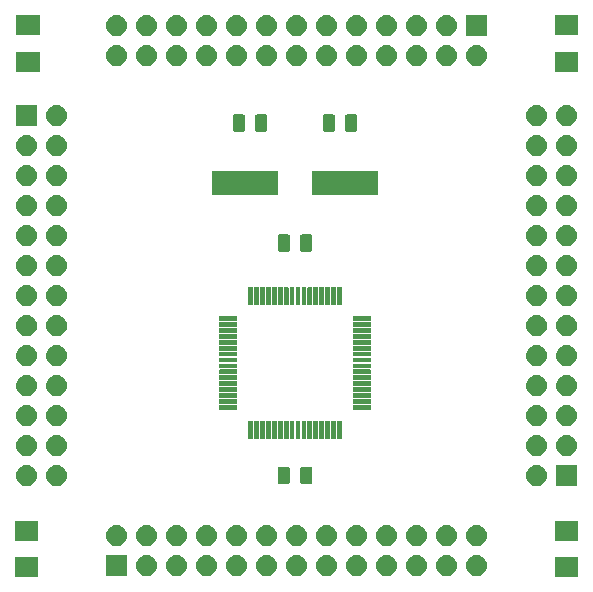
<source format=gbr>
G04 #@! TF.GenerationSoftware,KiCad,Pcbnew,(5.1.2)-2*
G04 #@! TF.CreationDate,2019-10-30T14:21:15+01:00*
G04 #@! TF.ProjectId,PIC18F67K40 MCU Card,50494331-3846-4363-974b-3430204d4355,rev?*
G04 #@! TF.SameCoordinates,Original*
G04 #@! TF.FileFunction,Soldermask,Top*
G04 #@! TF.FilePolarity,Negative*
%FSLAX46Y46*%
G04 Gerber Fmt 4.6, Leading zero omitted, Abs format (unit mm)*
G04 Created by KiCad (PCBNEW (5.1.2)-2) date 2019-10-30 14:21:15*
%MOMM*%
%LPD*%
G04 APERTURE LIST*
%ADD10C,0.100000*%
G04 APERTURE END LIST*
D10*
G36*
X128128000Y-173089000D02*
G01*
X126126000Y-173089000D01*
X126126000Y-171387000D01*
X128128000Y-171387000D01*
X128128000Y-173089000D01*
X128128000Y-173089000D01*
G37*
G36*
X82408000Y-173089000D02*
G01*
X80406000Y-173089000D01*
X80406000Y-171387000D01*
X82408000Y-171387000D01*
X82408000Y-173089000D01*
X82408000Y-173089000D01*
G37*
G36*
X94283626Y-171197036D02*
G01*
X94392181Y-171229967D01*
X94453466Y-171248557D01*
X94453468Y-171248558D01*
X94609992Y-171332221D01*
X94747186Y-171444814D01*
X94859779Y-171582008D01*
X94943442Y-171738532D01*
X94994964Y-171908374D01*
X95012359Y-172085000D01*
X94994964Y-172261626D01*
X94943442Y-172431468D01*
X94859779Y-172587992D01*
X94747186Y-172725186D01*
X94609992Y-172837779D01*
X94453468Y-172921442D01*
X94453466Y-172921443D01*
X94392181Y-172940033D01*
X94283626Y-172972964D01*
X94151263Y-172986000D01*
X94062737Y-172986000D01*
X93930374Y-172972964D01*
X93821819Y-172940033D01*
X93760534Y-172921443D01*
X93760532Y-172921442D01*
X93604008Y-172837779D01*
X93466814Y-172725186D01*
X93354221Y-172587992D01*
X93270558Y-172431468D01*
X93219036Y-172261626D01*
X93201641Y-172085000D01*
X93219036Y-171908374D01*
X93270558Y-171738532D01*
X93354221Y-171582008D01*
X93466814Y-171444814D01*
X93604008Y-171332221D01*
X93760532Y-171248558D01*
X93760534Y-171248557D01*
X93821819Y-171229967D01*
X93930374Y-171197036D01*
X94062737Y-171184000D01*
X94151263Y-171184000D01*
X94283626Y-171197036D01*
X94283626Y-171197036D01*
G37*
G36*
X114603626Y-171197036D02*
G01*
X114712181Y-171229967D01*
X114773466Y-171248557D01*
X114773468Y-171248558D01*
X114929992Y-171332221D01*
X115067186Y-171444814D01*
X115179779Y-171582008D01*
X115263442Y-171738532D01*
X115314964Y-171908374D01*
X115332359Y-172085000D01*
X115314964Y-172261626D01*
X115263442Y-172431468D01*
X115179779Y-172587992D01*
X115067186Y-172725186D01*
X114929992Y-172837779D01*
X114773468Y-172921442D01*
X114773466Y-172921443D01*
X114712181Y-172940033D01*
X114603626Y-172972964D01*
X114471263Y-172986000D01*
X114382737Y-172986000D01*
X114250374Y-172972964D01*
X114141819Y-172940033D01*
X114080534Y-172921443D01*
X114080532Y-172921442D01*
X113924008Y-172837779D01*
X113786814Y-172725186D01*
X113674221Y-172587992D01*
X113590558Y-172431468D01*
X113539036Y-172261626D01*
X113521641Y-172085000D01*
X113539036Y-171908374D01*
X113590558Y-171738532D01*
X113674221Y-171582008D01*
X113786814Y-171444814D01*
X113924008Y-171332221D01*
X114080532Y-171248558D01*
X114080534Y-171248557D01*
X114141819Y-171229967D01*
X114250374Y-171197036D01*
X114382737Y-171184000D01*
X114471263Y-171184000D01*
X114603626Y-171197036D01*
X114603626Y-171197036D01*
G37*
G36*
X112063626Y-171197036D02*
G01*
X112172181Y-171229967D01*
X112233466Y-171248557D01*
X112233468Y-171248558D01*
X112389992Y-171332221D01*
X112527186Y-171444814D01*
X112639779Y-171582008D01*
X112723442Y-171738532D01*
X112774964Y-171908374D01*
X112792359Y-172085000D01*
X112774964Y-172261626D01*
X112723442Y-172431468D01*
X112639779Y-172587992D01*
X112527186Y-172725186D01*
X112389992Y-172837779D01*
X112233468Y-172921442D01*
X112233466Y-172921443D01*
X112172181Y-172940033D01*
X112063626Y-172972964D01*
X111931263Y-172986000D01*
X111842737Y-172986000D01*
X111710374Y-172972964D01*
X111601819Y-172940033D01*
X111540534Y-172921443D01*
X111540532Y-172921442D01*
X111384008Y-172837779D01*
X111246814Y-172725186D01*
X111134221Y-172587992D01*
X111050558Y-172431468D01*
X110999036Y-172261626D01*
X110981641Y-172085000D01*
X110999036Y-171908374D01*
X111050558Y-171738532D01*
X111134221Y-171582008D01*
X111246814Y-171444814D01*
X111384008Y-171332221D01*
X111540532Y-171248558D01*
X111540534Y-171248557D01*
X111601819Y-171229967D01*
X111710374Y-171197036D01*
X111842737Y-171184000D01*
X111931263Y-171184000D01*
X112063626Y-171197036D01*
X112063626Y-171197036D01*
G37*
G36*
X99363626Y-171197036D02*
G01*
X99472181Y-171229967D01*
X99533466Y-171248557D01*
X99533468Y-171248558D01*
X99689992Y-171332221D01*
X99827186Y-171444814D01*
X99939779Y-171582008D01*
X100023442Y-171738532D01*
X100074964Y-171908374D01*
X100092359Y-172085000D01*
X100074964Y-172261626D01*
X100023442Y-172431468D01*
X99939779Y-172587992D01*
X99827186Y-172725186D01*
X99689992Y-172837779D01*
X99533468Y-172921442D01*
X99533466Y-172921443D01*
X99472181Y-172940033D01*
X99363626Y-172972964D01*
X99231263Y-172986000D01*
X99142737Y-172986000D01*
X99010374Y-172972964D01*
X98901819Y-172940033D01*
X98840534Y-172921443D01*
X98840532Y-172921442D01*
X98684008Y-172837779D01*
X98546814Y-172725186D01*
X98434221Y-172587992D01*
X98350558Y-172431468D01*
X98299036Y-172261626D01*
X98281641Y-172085000D01*
X98299036Y-171908374D01*
X98350558Y-171738532D01*
X98434221Y-171582008D01*
X98546814Y-171444814D01*
X98684008Y-171332221D01*
X98840532Y-171248558D01*
X98840534Y-171248557D01*
X98901819Y-171229967D01*
X99010374Y-171197036D01*
X99142737Y-171184000D01*
X99231263Y-171184000D01*
X99363626Y-171197036D01*
X99363626Y-171197036D01*
G37*
G36*
X96823626Y-171197036D02*
G01*
X96932181Y-171229967D01*
X96993466Y-171248557D01*
X96993468Y-171248558D01*
X97149992Y-171332221D01*
X97287186Y-171444814D01*
X97399779Y-171582008D01*
X97483442Y-171738532D01*
X97534964Y-171908374D01*
X97552359Y-172085000D01*
X97534964Y-172261626D01*
X97483442Y-172431468D01*
X97399779Y-172587992D01*
X97287186Y-172725186D01*
X97149992Y-172837779D01*
X96993468Y-172921442D01*
X96993466Y-172921443D01*
X96932181Y-172940033D01*
X96823626Y-172972964D01*
X96691263Y-172986000D01*
X96602737Y-172986000D01*
X96470374Y-172972964D01*
X96361819Y-172940033D01*
X96300534Y-172921443D01*
X96300532Y-172921442D01*
X96144008Y-172837779D01*
X96006814Y-172725186D01*
X95894221Y-172587992D01*
X95810558Y-172431468D01*
X95759036Y-172261626D01*
X95741641Y-172085000D01*
X95759036Y-171908374D01*
X95810558Y-171738532D01*
X95894221Y-171582008D01*
X96006814Y-171444814D01*
X96144008Y-171332221D01*
X96300532Y-171248558D01*
X96300534Y-171248557D01*
X96361819Y-171229967D01*
X96470374Y-171197036D01*
X96602737Y-171184000D01*
X96691263Y-171184000D01*
X96823626Y-171197036D01*
X96823626Y-171197036D01*
G37*
G36*
X101903626Y-171197036D02*
G01*
X102012181Y-171229967D01*
X102073466Y-171248557D01*
X102073468Y-171248558D01*
X102229992Y-171332221D01*
X102367186Y-171444814D01*
X102479779Y-171582008D01*
X102563442Y-171738532D01*
X102614964Y-171908374D01*
X102632359Y-172085000D01*
X102614964Y-172261626D01*
X102563442Y-172431468D01*
X102479779Y-172587992D01*
X102367186Y-172725186D01*
X102229992Y-172837779D01*
X102073468Y-172921442D01*
X102073466Y-172921443D01*
X102012181Y-172940033D01*
X101903626Y-172972964D01*
X101771263Y-172986000D01*
X101682737Y-172986000D01*
X101550374Y-172972964D01*
X101441819Y-172940033D01*
X101380534Y-172921443D01*
X101380532Y-172921442D01*
X101224008Y-172837779D01*
X101086814Y-172725186D01*
X100974221Y-172587992D01*
X100890558Y-172431468D01*
X100839036Y-172261626D01*
X100821641Y-172085000D01*
X100839036Y-171908374D01*
X100890558Y-171738532D01*
X100974221Y-171582008D01*
X101086814Y-171444814D01*
X101224008Y-171332221D01*
X101380532Y-171248558D01*
X101380534Y-171248557D01*
X101441819Y-171229967D01*
X101550374Y-171197036D01*
X101682737Y-171184000D01*
X101771263Y-171184000D01*
X101903626Y-171197036D01*
X101903626Y-171197036D01*
G37*
G36*
X109523626Y-171197036D02*
G01*
X109632181Y-171229967D01*
X109693466Y-171248557D01*
X109693468Y-171248558D01*
X109849992Y-171332221D01*
X109987186Y-171444814D01*
X110099779Y-171582008D01*
X110183442Y-171738532D01*
X110234964Y-171908374D01*
X110252359Y-172085000D01*
X110234964Y-172261626D01*
X110183442Y-172431468D01*
X110099779Y-172587992D01*
X109987186Y-172725186D01*
X109849992Y-172837779D01*
X109693468Y-172921442D01*
X109693466Y-172921443D01*
X109632181Y-172940033D01*
X109523626Y-172972964D01*
X109391263Y-172986000D01*
X109302737Y-172986000D01*
X109170374Y-172972964D01*
X109061819Y-172940033D01*
X109000534Y-172921443D01*
X109000532Y-172921442D01*
X108844008Y-172837779D01*
X108706814Y-172725186D01*
X108594221Y-172587992D01*
X108510558Y-172431468D01*
X108459036Y-172261626D01*
X108441641Y-172085000D01*
X108459036Y-171908374D01*
X108510558Y-171738532D01*
X108594221Y-171582008D01*
X108706814Y-171444814D01*
X108844008Y-171332221D01*
X109000532Y-171248558D01*
X109000534Y-171248557D01*
X109061819Y-171229967D01*
X109170374Y-171197036D01*
X109302737Y-171184000D01*
X109391263Y-171184000D01*
X109523626Y-171197036D01*
X109523626Y-171197036D01*
G37*
G36*
X89928000Y-172986000D02*
G01*
X88126000Y-172986000D01*
X88126000Y-171184000D01*
X89928000Y-171184000D01*
X89928000Y-172986000D01*
X89928000Y-172986000D01*
G37*
G36*
X91743626Y-171197036D02*
G01*
X91852181Y-171229967D01*
X91913466Y-171248557D01*
X91913468Y-171248558D01*
X92069992Y-171332221D01*
X92207186Y-171444814D01*
X92319779Y-171582008D01*
X92403442Y-171738532D01*
X92454964Y-171908374D01*
X92472359Y-172085000D01*
X92454964Y-172261626D01*
X92403442Y-172431468D01*
X92319779Y-172587992D01*
X92207186Y-172725186D01*
X92069992Y-172837779D01*
X91913468Y-172921442D01*
X91913466Y-172921443D01*
X91852181Y-172940033D01*
X91743626Y-172972964D01*
X91611263Y-172986000D01*
X91522737Y-172986000D01*
X91390374Y-172972964D01*
X91281819Y-172940033D01*
X91220534Y-172921443D01*
X91220532Y-172921442D01*
X91064008Y-172837779D01*
X90926814Y-172725186D01*
X90814221Y-172587992D01*
X90730558Y-172431468D01*
X90679036Y-172261626D01*
X90661641Y-172085000D01*
X90679036Y-171908374D01*
X90730558Y-171738532D01*
X90814221Y-171582008D01*
X90926814Y-171444814D01*
X91064008Y-171332221D01*
X91220532Y-171248558D01*
X91220534Y-171248557D01*
X91281819Y-171229967D01*
X91390374Y-171197036D01*
X91522737Y-171184000D01*
X91611263Y-171184000D01*
X91743626Y-171197036D01*
X91743626Y-171197036D01*
G37*
G36*
X104443626Y-171197036D02*
G01*
X104552181Y-171229967D01*
X104613466Y-171248557D01*
X104613468Y-171248558D01*
X104769992Y-171332221D01*
X104907186Y-171444814D01*
X105019779Y-171582008D01*
X105103442Y-171738532D01*
X105154964Y-171908374D01*
X105172359Y-172085000D01*
X105154964Y-172261626D01*
X105103442Y-172431468D01*
X105019779Y-172587992D01*
X104907186Y-172725186D01*
X104769992Y-172837779D01*
X104613468Y-172921442D01*
X104613466Y-172921443D01*
X104552181Y-172940033D01*
X104443626Y-172972964D01*
X104311263Y-172986000D01*
X104222737Y-172986000D01*
X104090374Y-172972964D01*
X103981819Y-172940033D01*
X103920534Y-172921443D01*
X103920532Y-172921442D01*
X103764008Y-172837779D01*
X103626814Y-172725186D01*
X103514221Y-172587992D01*
X103430558Y-172431468D01*
X103379036Y-172261626D01*
X103361641Y-172085000D01*
X103379036Y-171908374D01*
X103430558Y-171738532D01*
X103514221Y-171582008D01*
X103626814Y-171444814D01*
X103764008Y-171332221D01*
X103920532Y-171248558D01*
X103920534Y-171248557D01*
X103981819Y-171229967D01*
X104090374Y-171197036D01*
X104222737Y-171184000D01*
X104311263Y-171184000D01*
X104443626Y-171197036D01*
X104443626Y-171197036D01*
G37*
G36*
X106983626Y-171197036D02*
G01*
X107092181Y-171229967D01*
X107153466Y-171248557D01*
X107153468Y-171248558D01*
X107309992Y-171332221D01*
X107447186Y-171444814D01*
X107559779Y-171582008D01*
X107643442Y-171738532D01*
X107694964Y-171908374D01*
X107712359Y-172085000D01*
X107694964Y-172261626D01*
X107643442Y-172431468D01*
X107559779Y-172587992D01*
X107447186Y-172725186D01*
X107309992Y-172837779D01*
X107153468Y-172921442D01*
X107153466Y-172921443D01*
X107092181Y-172940033D01*
X106983626Y-172972964D01*
X106851263Y-172986000D01*
X106762737Y-172986000D01*
X106630374Y-172972964D01*
X106521819Y-172940033D01*
X106460534Y-172921443D01*
X106460532Y-172921442D01*
X106304008Y-172837779D01*
X106166814Y-172725186D01*
X106054221Y-172587992D01*
X105970558Y-172431468D01*
X105919036Y-172261626D01*
X105901641Y-172085000D01*
X105919036Y-171908374D01*
X105970558Y-171738532D01*
X106054221Y-171582008D01*
X106166814Y-171444814D01*
X106304008Y-171332221D01*
X106460532Y-171248558D01*
X106460534Y-171248557D01*
X106521819Y-171229967D01*
X106630374Y-171197036D01*
X106762737Y-171184000D01*
X106851263Y-171184000D01*
X106983626Y-171197036D01*
X106983626Y-171197036D01*
G37*
G36*
X119683626Y-171197036D02*
G01*
X119792181Y-171229967D01*
X119853466Y-171248557D01*
X119853468Y-171248558D01*
X120009992Y-171332221D01*
X120147186Y-171444814D01*
X120259779Y-171582008D01*
X120343442Y-171738532D01*
X120394964Y-171908374D01*
X120412359Y-172085000D01*
X120394964Y-172261626D01*
X120343442Y-172431468D01*
X120259779Y-172587992D01*
X120147186Y-172725186D01*
X120009992Y-172837779D01*
X119853468Y-172921442D01*
X119853466Y-172921443D01*
X119792181Y-172940033D01*
X119683626Y-172972964D01*
X119551263Y-172986000D01*
X119462737Y-172986000D01*
X119330374Y-172972964D01*
X119221819Y-172940033D01*
X119160534Y-172921443D01*
X119160532Y-172921442D01*
X119004008Y-172837779D01*
X118866814Y-172725186D01*
X118754221Y-172587992D01*
X118670558Y-172431468D01*
X118619036Y-172261626D01*
X118601641Y-172085000D01*
X118619036Y-171908374D01*
X118670558Y-171738532D01*
X118754221Y-171582008D01*
X118866814Y-171444814D01*
X119004008Y-171332221D01*
X119160532Y-171248558D01*
X119160534Y-171248557D01*
X119221819Y-171229967D01*
X119330374Y-171197036D01*
X119462737Y-171184000D01*
X119551263Y-171184000D01*
X119683626Y-171197036D01*
X119683626Y-171197036D01*
G37*
G36*
X117143626Y-171197036D02*
G01*
X117252181Y-171229967D01*
X117313466Y-171248557D01*
X117313468Y-171248558D01*
X117469992Y-171332221D01*
X117607186Y-171444814D01*
X117719779Y-171582008D01*
X117803442Y-171738532D01*
X117854964Y-171908374D01*
X117872359Y-172085000D01*
X117854964Y-172261626D01*
X117803442Y-172431468D01*
X117719779Y-172587992D01*
X117607186Y-172725186D01*
X117469992Y-172837779D01*
X117313468Y-172921442D01*
X117313466Y-172921443D01*
X117252181Y-172940033D01*
X117143626Y-172972964D01*
X117011263Y-172986000D01*
X116922737Y-172986000D01*
X116790374Y-172972964D01*
X116681819Y-172940033D01*
X116620534Y-172921443D01*
X116620532Y-172921442D01*
X116464008Y-172837779D01*
X116326814Y-172725186D01*
X116214221Y-172587992D01*
X116130558Y-172431468D01*
X116079036Y-172261626D01*
X116061641Y-172085000D01*
X116079036Y-171908374D01*
X116130558Y-171738532D01*
X116214221Y-171582008D01*
X116326814Y-171444814D01*
X116464008Y-171332221D01*
X116620532Y-171248558D01*
X116620534Y-171248557D01*
X116681819Y-171229967D01*
X116790374Y-171197036D01*
X116922737Y-171184000D01*
X117011263Y-171184000D01*
X117143626Y-171197036D01*
X117143626Y-171197036D01*
G37*
G36*
X106983626Y-168657036D02*
G01*
X107092181Y-168689967D01*
X107153466Y-168708557D01*
X107153468Y-168708558D01*
X107309992Y-168792221D01*
X107447186Y-168904814D01*
X107559779Y-169042008D01*
X107643442Y-169198532D01*
X107694964Y-169368374D01*
X107712359Y-169545000D01*
X107694964Y-169721626D01*
X107643442Y-169891468D01*
X107559779Y-170047992D01*
X107447186Y-170185186D01*
X107309992Y-170297779D01*
X107153468Y-170381442D01*
X107153466Y-170381443D01*
X107092181Y-170400033D01*
X106983626Y-170432964D01*
X106851263Y-170446000D01*
X106762737Y-170446000D01*
X106630374Y-170432964D01*
X106521819Y-170400033D01*
X106460534Y-170381443D01*
X106460532Y-170381442D01*
X106304008Y-170297779D01*
X106166814Y-170185186D01*
X106054221Y-170047992D01*
X105970558Y-169891468D01*
X105919036Y-169721626D01*
X105901641Y-169545000D01*
X105919036Y-169368374D01*
X105970558Y-169198532D01*
X106054221Y-169042008D01*
X106166814Y-168904814D01*
X106304008Y-168792221D01*
X106460532Y-168708558D01*
X106460534Y-168708557D01*
X106521819Y-168689967D01*
X106630374Y-168657036D01*
X106762737Y-168644000D01*
X106851263Y-168644000D01*
X106983626Y-168657036D01*
X106983626Y-168657036D01*
G37*
G36*
X112063626Y-168657036D02*
G01*
X112172181Y-168689967D01*
X112233466Y-168708557D01*
X112233468Y-168708558D01*
X112389992Y-168792221D01*
X112527186Y-168904814D01*
X112639779Y-169042008D01*
X112723442Y-169198532D01*
X112774964Y-169368374D01*
X112792359Y-169545000D01*
X112774964Y-169721626D01*
X112723442Y-169891468D01*
X112639779Y-170047992D01*
X112527186Y-170185186D01*
X112389992Y-170297779D01*
X112233468Y-170381442D01*
X112233466Y-170381443D01*
X112172181Y-170400033D01*
X112063626Y-170432964D01*
X111931263Y-170446000D01*
X111842737Y-170446000D01*
X111710374Y-170432964D01*
X111601819Y-170400033D01*
X111540534Y-170381443D01*
X111540532Y-170381442D01*
X111384008Y-170297779D01*
X111246814Y-170185186D01*
X111134221Y-170047992D01*
X111050558Y-169891468D01*
X110999036Y-169721626D01*
X110981641Y-169545000D01*
X110999036Y-169368374D01*
X111050558Y-169198532D01*
X111134221Y-169042008D01*
X111246814Y-168904814D01*
X111384008Y-168792221D01*
X111540532Y-168708558D01*
X111540534Y-168708557D01*
X111601819Y-168689967D01*
X111710374Y-168657036D01*
X111842737Y-168644000D01*
X111931263Y-168644000D01*
X112063626Y-168657036D01*
X112063626Y-168657036D01*
G37*
G36*
X114603626Y-168657036D02*
G01*
X114712181Y-168689967D01*
X114773466Y-168708557D01*
X114773468Y-168708558D01*
X114929992Y-168792221D01*
X115067186Y-168904814D01*
X115179779Y-169042008D01*
X115263442Y-169198532D01*
X115314964Y-169368374D01*
X115332359Y-169545000D01*
X115314964Y-169721626D01*
X115263442Y-169891468D01*
X115179779Y-170047992D01*
X115067186Y-170185186D01*
X114929992Y-170297779D01*
X114773468Y-170381442D01*
X114773466Y-170381443D01*
X114712181Y-170400033D01*
X114603626Y-170432964D01*
X114471263Y-170446000D01*
X114382737Y-170446000D01*
X114250374Y-170432964D01*
X114141819Y-170400033D01*
X114080534Y-170381443D01*
X114080532Y-170381442D01*
X113924008Y-170297779D01*
X113786814Y-170185186D01*
X113674221Y-170047992D01*
X113590558Y-169891468D01*
X113539036Y-169721626D01*
X113521641Y-169545000D01*
X113539036Y-169368374D01*
X113590558Y-169198532D01*
X113674221Y-169042008D01*
X113786814Y-168904814D01*
X113924008Y-168792221D01*
X114080532Y-168708558D01*
X114080534Y-168708557D01*
X114141819Y-168689967D01*
X114250374Y-168657036D01*
X114382737Y-168644000D01*
X114471263Y-168644000D01*
X114603626Y-168657036D01*
X114603626Y-168657036D01*
G37*
G36*
X89203626Y-168657036D02*
G01*
X89312181Y-168689967D01*
X89373466Y-168708557D01*
X89373468Y-168708558D01*
X89529992Y-168792221D01*
X89667186Y-168904814D01*
X89779779Y-169042008D01*
X89863442Y-169198532D01*
X89914964Y-169368374D01*
X89932359Y-169545000D01*
X89914964Y-169721626D01*
X89863442Y-169891468D01*
X89779779Y-170047992D01*
X89667186Y-170185186D01*
X89529992Y-170297779D01*
X89373468Y-170381442D01*
X89373466Y-170381443D01*
X89312181Y-170400033D01*
X89203626Y-170432964D01*
X89071263Y-170446000D01*
X88982737Y-170446000D01*
X88850374Y-170432964D01*
X88741819Y-170400033D01*
X88680534Y-170381443D01*
X88680532Y-170381442D01*
X88524008Y-170297779D01*
X88386814Y-170185186D01*
X88274221Y-170047992D01*
X88190558Y-169891468D01*
X88139036Y-169721626D01*
X88121641Y-169545000D01*
X88139036Y-169368374D01*
X88190558Y-169198532D01*
X88274221Y-169042008D01*
X88386814Y-168904814D01*
X88524008Y-168792221D01*
X88680532Y-168708558D01*
X88680534Y-168708557D01*
X88741819Y-168689967D01*
X88850374Y-168657036D01*
X88982737Y-168644000D01*
X89071263Y-168644000D01*
X89203626Y-168657036D01*
X89203626Y-168657036D01*
G37*
G36*
X117143626Y-168657036D02*
G01*
X117252181Y-168689967D01*
X117313466Y-168708557D01*
X117313468Y-168708558D01*
X117469992Y-168792221D01*
X117607186Y-168904814D01*
X117719779Y-169042008D01*
X117803442Y-169198532D01*
X117854964Y-169368374D01*
X117872359Y-169545000D01*
X117854964Y-169721626D01*
X117803442Y-169891468D01*
X117719779Y-170047992D01*
X117607186Y-170185186D01*
X117469992Y-170297779D01*
X117313468Y-170381442D01*
X117313466Y-170381443D01*
X117252181Y-170400033D01*
X117143626Y-170432964D01*
X117011263Y-170446000D01*
X116922737Y-170446000D01*
X116790374Y-170432964D01*
X116681819Y-170400033D01*
X116620534Y-170381443D01*
X116620532Y-170381442D01*
X116464008Y-170297779D01*
X116326814Y-170185186D01*
X116214221Y-170047992D01*
X116130558Y-169891468D01*
X116079036Y-169721626D01*
X116061641Y-169545000D01*
X116079036Y-169368374D01*
X116130558Y-169198532D01*
X116214221Y-169042008D01*
X116326814Y-168904814D01*
X116464008Y-168792221D01*
X116620532Y-168708558D01*
X116620534Y-168708557D01*
X116681819Y-168689967D01*
X116790374Y-168657036D01*
X116922737Y-168644000D01*
X117011263Y-168644000D01*
X117143626Y-168657036D01*
X117143626Y-168657036D01*
G37*
G36*
X119683626Y-168657036D02*
G01*
X119792181Y-168689967D01*
X119853466Y-168708557D01*
X119853468Y-168708558D01*
X120009992Y-168792221D01*
X120147186Y-168904814D01*
X120259779Y-169042008D01*
X120343442Y-169198532D01*
X120394964Y-169368374D01*
X120412359Y-169545000D01*
X120394964Y-169721626D01*
X120343442Y-169891468D01*
X120259779Y-170047992D01*
X120147186Y-170185186D01*
X120009992Y-170297779D01*
X119853468Y-170381442D01*
X119853466Y-170381443D01*
X119792181Y-170400033D01*
X119683626Y-170432964D01*
X119551263Y-170446000D01*
X119462737Y-170446000D01*
X119330374Y-170432964D01*
X119221819Y-170400033D01*
X119160534Y-170381443D01*
X119160532Y-170381442D01*
X119004008Y-170297779D01*
X118866814Y-170185186D01*
X118754221Y-170047992D01*
X118670558Y-169891468D01*
X118619036Y-169721626D01*
X118601641Y-169545000D01*
X118619036Y-169368374D01*
X118670558Y-169198532D01*
X118754221Y-169042008D01*
X118866814Y-168904814D01*
X119004008Y-168792221D01*
X119160532Y-168708558D01*
X119160534Y-168708557D01*
X119221819Y-168689967D01*
X119330374Y-168657036D01*
X119462737Y-168644000D01*
X119551263Y-168644000D01*
X119683626Y-168657036D01*
X119683626Y-168657036D01*
G37*
G36*
X109523626Y-168657036D02*
G01*
X109632181Y-168689967D01*
X109693466Y-168708557D01*
X109693468Y-168708558D01*
X109849992Y-168792221D01*
X109987186Y-168904814D01*
X110099779Y-169042008D01*
X110183442Y-169198532D01*
X110234964Y-169368374D01*
X110252359Y-169545000D01*
X110234964Y-169721626D01*
X110183442Y-169891468D01*
X110099779Y-170047992D01*
X109987186Y-170185186D01*
X109849992Y-170297779D01*
X109693468Y-170381442D01*
X109693466Y-170381443D01*
X109632181Y-170400033D01*
X109523626Y-170432964D01*
X109391263Y-170446000D01*
X109302737Y-170446000D01*
X109170374Y-170432964D01*
X109061819Y-170400033D01*
X109000534Y-170381443D01*
X109000532Y-170381442D01*
X108844008Y-170297779D01*
X108706814Y-170185186D01*
X108594221Y-170047992D01*
X108510558Y-169891468D01*
X108459036Y-169721626D01*
X108441641Y-169545000D01*
X108459036Y-169368374D01*
X108510558Y-169198532D01*
X108594221Y-169042008D01*
X108706814Y-168904814D01*
X108844008Y-168792221D01*
X109000532Y-168708558D01*
X109000534Y-168708557D01*
X109061819Y-168689967D01*
X109170374Y-168657036D01*
X109302737Y-168644000D01*
X109391263Y-168644000D01*
X109523626Y-168657036D01*
X109523626Y-168657036D01*
G37*
G36*
X94283626Y-168657036D02*
G01*
X94392181Y-168689967D01*
X94453466Y-168708557D01*
X94453468Y-168708558D01*
X94609992Y-168792221D01*
X94747186Y-168904814D01*
X94859779Y-169042008D01*
X94943442Y-169198532D01*
X94994964Y-169368374D01*
X95012359Y-169545000D01*
X94994964Y-169721626D01*
X94943442Y-169891468D01*
X94859779Y-170047992D01*
X94747186Y-170185186D01*
X94609992Y-170297779D01*
X94453468Y-170381442D01*
X94453466Y-170381443D01*
X94392181Y-170400033D01*
X94283626Y-170432964D01*
X94151263Y-170446000D01*
X94062737Y-170446000D01*
X93930374Y-170432964D01*
X93821819Y-170400033D01*
X93760534Y-170381443D01*
X93760532Y-170381442D01*
X93604008Y-170297779D01*
X93466814Y-170185186D01*
X93354221Y-170047992D01*
X93270558Y-169891468D01*
X93219036Y-169721626D01*
X93201641Y-169545000D01*
X93219036Y-169368374D01*
X93270558Y-169198532D01*
X93354221Y-169042008D01*
X93466814Y-168904814D01*
X93604008Y-168792221D01*
X93760532Y-168708558D01*
X93760534Y-168708557D01*
X93821819Y-168689967D01*
X93930374Y-168657036D01*
X94062737Y-168644000D01*
X94151263Y-168644000D01*
X94283626Y-168657036D01*
X94283626Y-168657036D01*
G37*
G36*
X101903626Y-168657036D02*
G01*
X102012181Y-168689967D01*
X102073466Y-168708557D01*
X102073468Y-168708558D01*
X102229992Y-168792221D01*
X102367186Y-168904814D01*
X102479779Y-169042008D01*
X102563442Y-169198532D01*
X102614964Y-169368374D01*
X102632359Y-169545000D01*
X102614964Y-169721626D01*
X102563442Y-169891468D01*
X102479779Y-170047992D01*
X102367186Y-170185186D01*
X102229992Y-170297779D01*
X102073468Y-170381442D01*
X102073466Y-170381443D01*
X102012181Y-170400033D01*
X101903626Y-170432964D01*
X101771263Y-170446000D01*
X101682737Y-170446000D01*
X101550374Y-170432964D01*
X101441819Y-170400033D01*
X101380534Y-170381443D01*
X101380532Y-170381442D01*
X101224008Y-170297779D01*
X101086814Y-170185186D01*
X100974221Y-170047992D01*
X100890558Y-169891468D01*
X100839036Y-169721626D01*
X100821641Y-169545000D01*
X100839036Y-169368374D01*
X100890558Y-169198532D01*
X100974221Y-169042008D01*
X101086814Y-168904814D01*
X101224008Y-168792221D01*
X101380532Y-168708558D01*
X101380534Y-168708557D01*
X101441819Y-168689967D01*
X101550374Y-168657036D01*
X101682737Y-168644000D01*
X101771263Y-168644000D01*
X101903626Y-168657036D01*
X101903626Y-168657036D01*
G37*
G36*
X99363626Y-168657036D02*
G01*
X99472181Y-168689967D01*
X99533466Y-168708557D01*
X99533468Y-168708558D01*
X99689992Y-168792221D01*
X99827186Y-168904814D01*
X99939779Y-169042008D01*
X100023442Y-169198532D01*
X100074964Y-169368374D01*
X100092359Y-169545000D01*
X100074964Y-169721626D01*
X100023442Y-169891468D01*
X99939779Y-170047992D01*
X99827186Y-170185186D01*
X99689992Y-170297779D01*
X99533468Y-170381442D01*
X99533466Y-170381443D01*
X99472181Y-170400033D01*
X99363626Y-170432964D01*
X99231263Y-170446000D01*
X99142737Y-170446000D01*
X99010374Y-170432964D01*
X98901819Y-170400033D01*
X98840534Y-170381443D01*
X98840532Y-170381442D01*
X98684008Y-170297779D01*
X98546814Y-170185186D01*
X98434221Y-170047992D01*
X98350558Y-169891468D01*
X98299036Y-169721626D01*
X98281641Y-169545000D01*
X98299036Y-169368374D01*
X98350558Y-169198532D01*
X98434221Y-169042008D01*
X98546814Y-168904814D01*
X98684008Y-168792221D01*
X98840532Y-168708558D01*
X98840534Y-168708557D01*
X98901819Y-168689967D01*
X99010374Y-168657036D01*
X99142737Y-168644000D01*
X99231263Y-168644000D01*
X99363626Y-168657036D01*
X99363626Y-168657036D01*
G37*
G36*
X96823626Y-168657036D02*
G01*
X96932181Y-168689967D01*
X96993466Y-168708557D01*
X96993468Y-168708558D01*
X97149992Y-168792221D01*
X97287186Y-168904814D01*
X97399779Y-169042008D01*
X97483442Y-169198532D01*
X97534964Y-169368374D01*
X97552359Y-169545000D01*
X97534964Y-169721626D01*
X97483442Y-169891468D01*
X97399779Y-170047992D01*
X97287186Y-170185186D01*
X97149992Y-170297779D01*
X96993468Y-170381442D01*
X96993466Y-170381443D01*
X96932181Y-170400033D01*
X96823626Y-170432964D01*
X96691263Y-170446000D01*
X96602737Y-170446000D01*
X96470374Y-170432964D01*
X96361819Y-170400033D01*
X96300534Y-170381443D01*
X96300532Y-170381442D01*
X96144008Y-170297779D01*
X96006814Y-170185186D01*
X95894221Y-170047992D01*
X95810558Y-169891468D01*
X95759036Y-169721626D01*
X95741641Y-169545000D01*
X95759036Y-169368374D01*
X95810558Y-169198532D01*
X95894221Y-169042008D01*
X96006814Y-168904814D01*
X96144008Y-168792221D01*
X96300532Y-168708558D01*
X96300534Y-168708557D01*
X96361819Y-168689967D01*
X96470374Y-168657036D01*
X96602737Y-168644000D01*
X96691263Y-168644000D01*
X96823626Y-168657036D01*
X96823626Y-168657036D01*
G37*
G36*
X104443626Y-168657036D02*
G01*
X104552181Y-168689967D01*
X104613466Y-168708557D01*
X104613468Y-168708558D01*
X104769992Y-168792221D01*
X104907186Y-168904814D01*
X105019779Y-169042008D01*
X105103442Y-169198532D01*
X105154964Y-169368374D01*
X105172359Y-169545000D01*
X105154964Y-169721626D01*
X105103442Y-169891468D01*
X105019779Y-170047992D01*
X104907186Y-170185186D01*
X104769992Y-170297779D01*
X104613468Y-170381442D01*
X104613466Y-170381443D01*
X104552181Y-170400033D01*
X104443626Y-170432964D01*
X104311263Y-170446000D01*
X104222737Y-170446000D01*
X104090374Y-170432964D01*
X103981819Y-170400033D01*
X103920534Y-170381443D01*
X103920532Y-170381442D01*
X103764008Y-170297779D01*
X103626814Y-170185186D01*
X103514221Y-170047992D01*
X103430558Y-169891468D01*
X103379036Y-169721626D01*
X103361641Y-169545000D01*
X103379036Y-169368374D01*
X103430558Y-169198532D01*
X103514221Y-169042008D01*
X103626814Y-168904814D01*
X103764008Y-168792221D01*
X103920532Y-168708558D01*
X103920534Y-168708557D01*
X103981819Y-168689967D01*
X104090374Y-168657036D01*
X104222737Y-168644000D01*
X104311263Y-168644000D01*
X104443626Y-168657036D01*
X104443626Y-168657036D01*
G37*
G36*
X91743626Y-168657036D02*
G01*
X91852181Y-168689967D01*
X91913466Y-168708557D01*
X91913468Y-168708558D01*
X92069992Y-168792221D01*
X92207186Y-168904814D01*
X92319779Y-169042008D01*
X92403442Y-169198532D01*
X92454964Y-169368374D01*
X92472359Y-169545000D01*
X92454964Y-169721626D01*
X92403442Y-169891468D01*
X92319779Y-170047992D01*
X92207186Y-170185186D01*
X92069992Y-170297779D01*
X91913468Y-170381442D01*
X91913466Y-170381443D01*
X91852181Y-170400033D01*
X91743626Y-170432964D01*
X91611263Y-170446000D01*
X91522737Y-170446000D01*
X91390374Y-170432964D01*
X91281819Y-170400033D01*
X91220534Y-170381443D01*
X91220532Y-170381442D01*
X91064008Y-170297779D01*
X90926814Y-170185186D01*
X90814221Y-170047992D01*
X90730558Y-169891468D01*
X90679036Y-169721626D01*
X90661641Y-169545000D01*
X90679036Y-169368374D01*
X90730558Y-169198532D01*
X90814221Y-169042008D01*
X90926814Y-168904814D01*
X91064008Y-168792221D01*
X91220532Y-168708558D01*
X91220534Y-168708557D01*
X91281819Y-168689967D01*
X91390374Y-168657036D01*
X91522737Y-168644000D01*
X91611263Y-168644000D01*
X91743626Y-168657036D01*
X91743626Y-168657036D01*
G37*
G36*
X82408000Y-169989000D02*
G01*
X80406000Y-169989000D01*
X80406000Y-168287000D01*
X82408000Y-168287000D01*
X82408000Y-169989000D01*
X82408000Y-169989000D01*
G37*
G36*
X128128000Y-169989000D02*
G01*
X126126000Y-169989000D01*
X126126000Y-168287000D01*
X128128000Y-168287000D01*
X128128000Y-169989000D01*
X128128000Y-169989000D01*
G37*
G36*
X81583626Y-163577036D02*
G01*
X81692181Y-163609967D01*
X81753466Y-163628557D01*
X81753468Y-163628558D01*
X81909992Y-163712221D01*
X82047186Y-163824814D01*
X82159779Y-163962008D01*
X82243442Y-164118532D01*
X82294964Y-164288374D01*
X82312359Y-164465000D01*
X82294964Y-164641626D01*
X82243442Y-164811468D01*
X82159779Y-164967992D01*
X82047186Y-165105186D01*
X81909992Y-165217779D01*
X81753468Y-165301442D01*
X81753466Y-165301443D01*
X81692181Y-165320033D01*
X81583626Y-165352964D01*
X81451263Y-165366000D01*
X81362737Y-165366000D01*
X81230374Y-165352964D01*
X81121819Y-165320033D01*
X81060534Y-165301443D01*
X81060532Y-165301442D01*
X80904008Y-165217779D01*
X80766814Y-165105186D01*
X80654221Y-164967992D01*
X80570558Y-164811468D01*
X80519036Y-164641626D01*
X80501641Y-164465000D01*
X80519036Y-164288374D01*
X80570558Y-164118532D01*
X80654221Y-163962008D01*
X80766814Y-163824814D01*
X80904008Y-163712221D01*
X81060532Y-163628558D01*
X81060534Y-163628557D01*
X81121819Y-163609967D01*
X81230374Y-163577036D01*
X81362737Y-163564000D01*
X81451263Y-163564000D01*
X81583626Y-163577036D01*
X81583626Y-163577036D01*
G37*
G36*
X84123626Y-163577036D02*
G01*
X84232181Y-163609967D01*
X84293466Y-163628557D01*
X84293468Y-163628558D01*
X84449992Y-163712221D01*
X84587186Y-163824814D01*
X84699779Y-163962008D01*
X84783442Y-164118532D01*
X84834964Y-164288374D01*
X84852359Y-164465000D01*
X84834964Y-164641626D01*
X84783442Y-164811468D01*
X84699779Y-164967992D01*
X84587186Y-165105186D01*
X84449992Y-165217779D01*
X84293468Y-165301442D01*
X84293466Y-165301443D01*
X84232181Y-165320033D01*
X84123626Y-165352964D01*
X83991263Y-165366000D01*
X83902737Y-165366000D01*
X83770374Y-165352964D01*
X83661819Y-165320033D01*
X83600534Y-165301443D01*
X83600532Y-165301442D01*
X83444008Y-165217779D01*
X83306814Y-165105186D01*
X83194221Y-164967992D01*
X83110558Y-164811468D01*
X83059036Y-164641626D01*
X83041641Y-164465000D01*
X83059036Y-164288374D01*
X83110558Y-164118532D01*
X83194221Y-163962008D01*
X83306814Y-163824814D01*
X83444008Y-163712221D01*
X83600532Y-163628558D01*
X83600534Y-163628557D01*
X83661819Y-163609967D01*
X83770374Y-163577036D01*
X83902737Y-163564000D01*
X83991263Y-163564000D01*
X84123626Y-163577036D01*
X84123626Y-163577036D01*
G37*
G36*
X128028000Y-165366000D02*
G01*
X126226000Y-165366000D01*
X126226000Y-163564000D01*
X128028000Y-163564000D01*
X128028000Y-165366000D01*
X128028000Y-165366000D01*
G37*
G36*
X124763626Y-163577036D02*
G01*
X124872181Y-163609967D01*
X124933466Y-163628557D01*
X124933468Y-163628558D01*
X125089992Y-163712221D01*
X125227186Y-163824814D01*
X125339779Y-163962008D01*
X125423442Y-164118532D01*
X125474964Y-164288374D01*
X125492359Y-164465000D01*
X125474964Y-164641626D01*
X125423442Y-164811468D01*
X125339779Y-164967992D01*
X125227186Y-165105186D01*
X125089992Y-165217779D01*
X124933468Y-165301442D01*
X124933466Y-165301443D01*
X124872181Y-165320033D01*
X124763626Y-165352964D01*
X124631263Y-165366000D01*
X124542737Y-165366000D01*
X124410374Y-165352964D01*
X124301819Y-165320033D01*
X124240534Y-165301443D01*
X124240532Y-165301442D01*
X124084008Y-165217779D01*
X123946814Y-165105186D01*
X123834221Y-164967992D01*
X123750558Y-164811468D01*
X123699036Y-164641626D01*
X123681641Y-164465000D01*
X123699036Y-164288374D01*
X123750558Y-164118532D01*
X123834221Y-163962008D01*
X123946814Y-163824814D01*
X124084008Y-163712221D01*
X124240532Y-163628558D01*
X124240534Y-163628557D01*
X124301819Y-163609967D01*
X124410374Y-163577036D01*
X124542737Y-163564000D01*
X124631263Y-163564000D01*
X124763626Y-163577036D01*
X124763626Y-163577036D01*
G37*
G36*
X105412025Y-163719019D02*
G01*
X105459530Y-163733430D01*
X105503308Y-163756829D01*
X105541680Y-163788320D01*
X105573171Y-163826692D01*
X105596570Y-163870470D01*
X105610981Y-163917975D01*
X105616000Y-163968934D01*
X105616000Y-164961066D01*
X105610981Y-165012025D01*
X105596570Y-165059530D01*
X105573171Y-165103308D01*
X105541680Y-165141680D01*
X105503308Y-165173171D01*
X105459530Y-165196570D01*
X105412025Y-165210981D01*
X105361066Y-165216000D01*
X104793934Y-165216000D01*
X104742975Y-165210981D01*
X104695470Y-165196570D01*
X104651692Y-165173171D01*
X104613320Y-165141680D01*
X104581829Y-165103308D01*
X104558430Y-165059530D01*
X104544019Y-165012025D01*
X104539000Y-164961066D01*
X104539000Y-163968934D01*
X104544019Y-163917975D01*
X104558430Y-163870470D01*
X104581829Y-163826692D01*
X104613320Y-163788320D01*
X104651692Y-163756829D01*
X104695470Y-163733430D01*
X104742975Y-163719019D01*
X104793934Y-163714000D01*
X105361066Y-163714000D01*
X105412025Y-163719019D01*
X105412025Y-163719019D01*
G37*
G36*
X103537025Y-163719019D02*
G01*
X103584530Y-163733430D01*
X103628308Y-163756829D01*
X103666680Y-163788320D01*
X103698171Y-163826692D01*
X103721570Y-163870470D01*
X103735981Y-163917975D01*
X103741000Y-163968934D01*
X103741000Y-164961066D01*
X103735981Y-165012025D01*
X103721570Y-165059530D01*
X103698171Y-165103308D01*
X103666680Y-165141680D01*
X103628308Y-165173171D01*
X103584530Y-165196570D01*
X103537025Y-165210981D01*
X103486066Y-165216000D01*
X102918934Y-165216000D01*
X102867975Y-165210981D01*
X102820470Y-165196570D01*
X102776692Y-165173171D01*
X102738320Y-165141680D01*
X102706829Y-165103308D01*
X102683430Y-165059530D01*
X102669019Y-165012025D01*
X102664000Y-164961066D01*
X102664000Y-163968934D01*
X102669019Y-163917975D01*
X102683430Y-163870470D01*
X102706829Y-163826692D01*
X102738320Y-163788320D01*
X102776692Y-163756829D01*
X102820470Y-163733430D01*
X102867975Y-163719019D01*
X102918934Y-163714000D01*
X103486066Y-163714000D01*
X103537025Y-163719019D01*
X103537025Y-163719019D01*
G37*
G36*
X124763626Y-161037036D02*
G01*
X124872181Y-161069967D01*
X124933466Y-161088557D01*
X124933468Y-161088558D01*
X125089992Y-161172221D01*
X125227186Y-161284814D01*
X125339779Y-161422008D01*
X125423442Y-161578532D01*
X125474964Y-161748374D01*
X125492359Y-161925000D01*
X125474964Y-162101626D01*
X125423442Y-162271468D01*
X125339779Y-162427992D01*
X125227186Y-162565186D01*
X125089992Y-162677779D01*
X124933468Y-162761442D01*
X124933466Y-162761443D01*
X124872181Y-162780033D01*
X124763626Y-162812964D01*
X124631263Y-162826000D01*
X124542737Y-162826000D01*
X124410374Y-162812964D01*
X124301819Y-162780033D01*
X124240534Y-162761443D01*
X124240532Y-162761442D01*
X124084008Y-162677779D01*
X123946814Y-162565186D01*
X123834221Y-162427992D01*
X123750558Y-162271468D01*
X123699036Y-162101626D01*
X123681641Y-161925000D01*
X123699036Y-161748374D01*
X123750558Y-161578532D01*
X123834221Y-161422008D01*
X123946814Y-161284814D01*
X124084008Y-161172221D01*
X124240532Y-161088558D01*
X124240534Y-161088557D01*
X124301819Y-161069967D01*
X124410374Y-161037036D01*
X124542737Y-161024000D01*
X124631263Y-161024000D01*
X124763626Y-161037036D01*
X124763626Y-161037036D01*
G37*
G36*
X84123626Y-161037036D02*
G01*
X84232181Y-161069967D01*
X84293466Y-161088557D01*
X84293468Y-161088558D01*
X84449992Y-161172221D01*
X84587186Y-161284814D01*
X84699779Y-161422008D01*
X84783442Y-161578532D01*
X84834964Y-161748374D01*
X84852359Y-161925000D01*
X84834964Y-162101626D01*
X84783442Y-162271468D01*
X84699779Y-162427992D01*
X84587186Y-162565186D01*
X84449992Y-162677779D01*
X84293468Y-162761442D01*
X84293466Y-162761443D01*
X84232181Y-162780033D01*
X84123626Y-162812964D01*
X83991263Y-162826000D01*
X83902737Y-162826000D01*
X83770374Y-162812964D01*
X83661819Y-162780033D01*
X83600534Y-162761443D01*
X83600532Y-162761442D01*
X83444008Y-162677779D01*
X83306814Y-162565186D01*
X83194221Y-162427992D01*
X83110558Y-162271468D01*
X83059036Y-162101626D01*
X83041641Y-161925000D01*
X83059036Y-161748374D01*
X83110558Y-161578532D01*
X83194221Y-161422008D01*
X83306814Y-161284814D01*
X83444008Y-161172221D01*
X83600532Y-161088558D01*
X83600534Y-161088557D01*
X83661819Y-161069967D01*
X83770374Y-161037036D01*
X83902737Y-161024000D01*
X83991263Y-161024000D01*
X84123626Y-161037036D01*
X84123626Y-161037036D01*
G37*
G36*
X127303626Y-161037036D02*
G01*
X127412181Y-161069967D01*
X127473466Y-161088557D01*
X127473468Y-161088558D01*
X127629992Y-161172221D01*
X127767186Y-161284814D01*
X127879779Y-161422008D01*
X127963442Y-161578532D01*
X128014964Y-161748374D01*
X128032359Y-161925000D01*
X128014964Y-162101626D01*
X127963442Y-162271468D01*
X127879779Y-162427992D01*
X127767186Y-162565186D01*
X127629992Y-162677779D01*
X127473468Y-162761442D01*
X127473466Y-162761443D01*
X127412181Y-162780033D01*
X127303626Y-162812964D01*
X127171263Y-162826000D01*
X127082737Y-162826000D01*
X126950374Y-162812964D01*
X126841819Y-162780033D01*
X126780534Y-162761443D01*
X126780532Y-162761442D01*
X126624008Y-162677779D01*
X126486814Y-162565186D01*
X126374221Y-162427992D01*
X126290558Y-162271468D01*
X126239036Y-162101626D01*
X126221641Y-161925000D01*
X126239036Y-161748374D01*
X126290558Y-161578532D01*
X126374221Y-161422008D01*
X126486814Y-161284814D01*
X126624008Y-161172221D01*
X126780532Y-161088558D01*
X126780534Y-161088557D01*
X126841819Y-161069967D01*
X126950374Y-161037036D01*
X127082737Y-161024000D01*
X127171263Y-161024000D01*
X127303626Y-161037036D01*
X127303626Y-161037036D01*
G37*
G36*
X81583626Y-161037036D02*
G01*
X81692181Y-161069967D01*
X81753466Y-161088557D01*
X81753468Y-161088558D01*
X81909992Y-161172221D01*
X82047186Y-161284814D01*
X82159779Y-161422008D01*
X82243442Y-161578532D01*
X82294964Y-161748374D01*
X82312359Y-161925000D01*
X82294964Y-162101626D01*
X82243442Y-162271468D01*
X82159779Y-162427992D01*
X82047186Y-162565186D01*
X81909992Y-162677779D01*
X81753468Y-162761442D01*
X81753466Y-162761443D01*
X81692181Y-162780033D01*
X81583626Y-162812964D01*
X81451263Y-162826000D01*
X81362737Y-162826000D01*
X81230374Y-162812964D01*
X81121819Y-162780033D01*
X81060534Y-162761443D01*
X81060532Y-162761442D01*
X80904008Y-162677779D01*
X80766814Y-162565186D01*
X80654221Y-162427992D01*
X80570558Y-162271468D01*
X80519036Y-162101626D01*
X80501641Y-161925000D01*
X80519036Y-161748374D01*
X80570558Y-161578532D01*
X80654221Y-161422008D01*
X80766814Y-161284814D01*
X80904008Y-161172221D01*
X81060532Y-161088558D01*
X81060534Y-161088557D01*
X81121819Y-161069967D01*
X81230374Y-161037036D01*
X81362737Y-161024000D01*
X81451263Y-161024000D01*
X81583626Y-161037036D01*
X81583626Y-161037036D01*
G37*
G36*
X104522733Y-159815974D02*
G01*
X104538562Y-159820776D01*
X104553148Y-159828573D01*
X104565934Y-159839066D01*
X104576427Y-159851852D01*
X104584224Y-159866438D01*
X104589026Y-159882267D01*
X104590800Y-159900283D01*
X104590800Y-161304717D01*
X104589026Y-161322733D01*
X104584224Y-161338562D01*
X104576427Y-161353148D01*
X104565934Y-161365934D01*
X104553148Y-161376427D01*
X104538562Y-161384224D01*
X104522733Y-161389026D01*
X104504717Y-161390800D01*
X104275283Y-161390800D01*
X104257267Y-161389026D01*
X104241438Y-161384224D01*
X104226852Y-161376427D01*
X104214066Y-161365934D01*
X104203573Y-161353148D01*
X104195776Y-161338562D01*
X104190974Y-161322733D01*
X104189200Y-161304717D01*
X104189200Y-159900283D01*
X104190974Y-159882267D01*
X104195776Y-159866438D01*
X104203573Y-159851852D01*
X104214066Y-159839066D01*
X104226852Y-159828573D01*
X104241438Y-159820776D01*
X104257267Y-159815974D01*
X104275283Y-159814200D01*
X104504717Y-159814200D01*
X104522733Y-159815974D01*
X104522733Y-159815974D01*
G37*
G36*
X102022733Y-159815974D02*
G01*
X102038562Y-159820776D01*
X102053148Y-159828573D01*
X102065934Y-159839066D01*
X102076427Y-159851852D01*
X102084224Y-159866438D01*
X102089026Y-159882267D01*
X102090800Y-159900283D01*
X102090800Y-161304717D01*
X102089026Y-161322733D01*
X102084224Y-161338562D01*
X102076427Y-161353148D01*
X102065934Y-161365934D01*
X102053148Y-161376427D01*
X102038562Y-161384224D01*
X102022733Y-161389026D01*
X102004717Y-161390800D01*
X101775283Y-161390800D01*
X101757267Y-161389026D01*
X101741438Y-161384224D01*
X101726852Y-161376427D01*
X101714066Y-161365934D01*
X101703573Y-161353148D01*
X101695776Y-161338562D01*
X101690974Y-161322733D01*
X101689200Y-161304717D01*
X101689200Y-159900283D01*
X101690974Y-159882267D01*
X101695776Y-159866438D01*
X101703573Y-159851852D01*
X101714066Y-159839066D01*
X101726852Y-159828573D01*
X101741438Y-159820776D01*
X101757267Y-159815974D01*
X101775283Y-159814200D01*
X102004717Y-159814200D01*
X102022733Y-159815974D01*
X102022733Y-159815974D01*
G37*
G36*
X103022733Y-159815974D02*
G01*
X103038562Y-159820776D01*
X103053148Y-159828573D01*
X103065934Y-159839066D01*
X103076427Y-159851852D01*
X103084224Y-159866438D01*
X103089026Y-159882267D01*
X103090800Y-159900283D01*
X103090800Y-161304717D01*
X103089026Y-161322733D01*
X103084224Y-161338562D01*
X103076427Y-161353148D01*
X103065934Y-161365934D01*
X103053148Y-161376427D01*
X103038562Y-161384224D01*
X103022733Y-161389026D01*
X103004717Y-161390800D01*
X102775283Y-161390800D01*
X102757267Y-161389026D01*
X102741438Y-161384224D01*
X102726852Y-161376427D01*
X102714066Y-161365934D01*
X102703573Y-161353148D01*
X102695776Y-161338562D01*
X102690974Y-161322733D01*
X102689200Y-161304717D01*
X102689200Y-159900283D01*
X102690974Y-159882267D01*
X102695776Y-159866438D01*
X102703573Y-159851852D01*
X102714066Y-159839066D01*
X102726852Y-159828573D01*
X102741438Y-159820776D01*
X102757267Y-159815974D01*
X102775283Y-159814200D01*
X103004717Y-159814200D01*
X103022733Y-159815974D01*
X103022733Y-159815974D01*
G37*
G36*
X103522733Y-159815974D02*
G01*
X103538562Y-159820776D01*
X103553148Y-159828573D01*
X103565934Y-159839066D01*
X103576427Y-159851852D01*
X103584224Y-159866438D01*
X103589026Y-159882267D01*
X103590800Y-159900283D01*
X103590800Y-161304717D01*
X103589026Y-161322733D01*
X103584224Y-161338562D01*
X103576427Y-161353148D01*
X103565934Y-161365934D01*
X103553148Y-161376427D01*
X103538562Y-161384224D01*
X103522733Y-161389026D01*
X103504717Y-161390800D01*
X103275283Y-161390800D01*
X103257267Y-161389026D01*
X103241438Y-161384224D01*
X103226852Y-161376427D01*
X103214066Y-161365934D01*
X103203573Y-161353148D01*
X103195776Y-161338562D01*
X103190974Y-161322733D01*
X103189200Y-161304717D01*
X103189200Y-159900283D01*
X103190974Y-159882267D01*
X103195776Y-159866438D01*
X103203573Y-159851852D01*
X103214066Y-159839066D01*
X103226852Y-159828573D01*
X103241438Y-159820776D01*
X103257267Y-159815974D01*
X103275283Y-159814200D01*
X103504717Y-159814200D01*
X103522733Y-159815974D01*
X103522733Y-159815974D01*
G37*
G36*
X102522733Y-159815974D02*
G01*
X102538562Y-159820776D01*
X102553148Y-159828573D01*
X102565934Y-159839066D01*
X102576427Y-159851852D01*
X102584224Y-159866438D01*
X102589026Y-159882267D01*
X102590800Y-159900283D01*
X102590800Y-161304717D01*
X102589026Y-161322733D01*
X102584224Y-161338562D01*
X102576427Y-161353148D01*
X102565934Y-161365934D01*
X102553148Y-161376427D01*
X102538562Y-161384224D01*
X102522733Y-161389026D01*
X102504717Y-161390800D01*
X102275283Y-161390800D01*
X102257267Y-161389026D01*
X102241438Y-161384224D01*
X102226852Y-161376427D01*
X102214066Y-161365934D01*
X102203573Y-161353148D01*
X102195776Y-161338562D01*
X102190974Y-161322733D01*
X102189200Y-161304717D01*
X102189200Y-159900283D01*
X102190974Y-159882267D01*
X102195776Y-159866438D01*
X102203573Y-159851852D01*
X102214066Y-159839066D01*
X102226852Y-159828573D01*
X102241438Y-159820776D01*
X102257267Y-159815974D01*
X102275283Y-159814200D01*
X102504717Y-159814200D01*
X102522733Y-159815974D01*
X102522733Y-159815974D01*
G37*
G36*
X101522733Y-159815974D02*
G01*
X101538562Y-159820776D01*
X101553148Y-159828573D01*
X101565934Y-159839066D01*
X101576427Y-159851852D01*
X101584224Y-159866438D01*
X101589026Y-159882267D01*
X101590800Y-159900283D01*
X101590800Y-161304717D01*
X101589026Y-161322733D01*
X101584224Y-161338562D01*
X101576427Y-161353148D01*
X101565934Y-161365934D01*
X101553148Y-161376427D01*
X101538562Y-161384224D01*
X101522733Y-161389026D01*
X101504717Y-161390800D01*
X101275283Y-161390800D01*
X101257267Y-161389026D01*
X101241438Y-161384224D01*
X101226852Y-161376427D01*
X101214066Y-161365934D01*
X101203573Y-161353148D01*
X101195776Y-161338562D01*
X101190974Y-161322733D01*
X101189200Y-161304717D01*
X101189200Y-159900283D01*
X101190974Y-159882267D01*
X101195776Y-159866438D01*
X101203573Y-159851852D01*
X101214066Y-159839066D01*
X101226852Y-159828573D01*
X101241438Y-159820776D01*
X101257267Y-159815974D01*
X101275283Y-159814200D01*
X101504717Y-159814200D01*
X101522733Y-159815974D01*
X101522733Y-159815974D01*
G37*
G36*
X104022733Y-159815974D02*
G01*
X104038562Y-159820776D01*
X104053148Y-159828573D01*
X104065934Y-159839066D01*
X104076427Y-159851852D01*
X104084224Y-159866438D01*
X104089026Y-159882267D01*
X104090800Y-159900283D01*
X104090800Y-161304717D01*
X104089026Y-161322733D01*
X104084224Y-161338562D01*
X104076427Y-161353148D01*
X104065934Y-161365934D01*
X104053148Y-161376427D01*
X104038562Y-161384224D01*
X104022733Y-161389026D01*
X104004717Y-161390800D01*
X103775283Y-161390800D01*
X103757267Y-161389026D01*
X103741438Y-161384224D01*
X103726852Y-161376427D01*
X103714066Y-161365934D01*
X103703573Y-161353148D01*
X103695776Y-161338562D01*
X103690974Y-161322733D01*
X103689200Y-161304717D01*
X103689200Y-159900283D01*
X103690974Y-159882267D01*
X103695776Y-159866438D01*
X103703573Y-159851852D01*
X103714066Y-159839066D01*
X103726852Y-159828573D01*
X103741438Y-159820776D01*
X103757267Y-159815974D01*
X103775283Y-159814200D01*
X104004717Y-159814200D01*
X104022733Y-159815974D01*
X104022733Y-159815974D01*
G37*
G36*
X101022733Y-159815974D02*
G01*
X101038562Y-159820776D01*
X101053148Y-159828573D01*
X101065934Y-159839066D01*
X101076427Y-159851852D01*
X101084224Y-159866438D01*
X101089026Y-159882267D01*
X101090800Y-159900283D01*
X101090800Y-161304717D01*
X101089026Y-161322733D01*
X101084224Y-161338562D01*
X101076427Y-161353148D01*
X101065934Y-161365934D01*
X101053148Y-161376427D01*
X101038562Y-161384224D01*
X101022733Y-161389026D01*
X101004717Y-161390800D01*
X100775283Y-161390800D01*
X100757267Y-161389026D01*
X100741438Y-161384224D01*
X100726852Y-161376427D01*
X100714066Y-161365934D01*
X100703573Y-161353148D01*
X100695776Y-161338562D01*
X100690974Y-161322733D01*
X100689200Y-161304717D01*
X100689200Y-159900283D01*
X100690974Y-159882267D01*
X100695776Y-159866438D01*
X100703573Y-159851852D01*
X100714066Y-159839066D01*
X100726852Y-159828573D01*
X100741438Y-159820776D01*
X100757267Y-159815974D01*
X100775283Y-159814200D01*
X101004717Y-159814200D01*
X101022733Y-159815974D01*
X101022733Y-159815974D01*
G37*
G36*
X105022733Y-159815974D02*
G01*
X105038562Y-159820776D01*
X105053148Y-159828573D01*
X105065934Y-159839066D01*
X105076427Y-159851852D01*
X105084224Y-159866438D01*
X105089026Y-159882267D01*
X105090800Y-159900283D01*
X105090800Y-161304717D01*
X105089026Y-161322733D01*
X105084224Y-161338562D01*
X105076427Y-161353148D01*
X105065934Y-161365934D01*
X105053148Y-161376427D01*
X105038562Y-161384224D01*
X105022733Y-161389026D01*
X105004717Y-161390800D01*
X104775283Y-161390800D01*
X104757267Y-161389026D01*
X104741438Y-161384224D01*
X104726852Y-161376427D01*
X104714066Y-161365934D01*
X104703573Y-161353148D01*
X104695776Y-161338562D01*
X104690974Y-161322733D01*
X104689200Y-161304717D01*
X104689200Y-159900283D01*
X104690974Y-159882267D01*
X104695776Y-159866438D01*
X104703573Y-159851852D01*
X104714066Y-159839066D01*
X104726852Y-159828573D01*
X104741438Y-159820776D01*
X104757267Y-159815974D01*
X104775283Y-159814200D01*
X105004717Y-159814200D01*
X105022733Y-159815974D01*
X105022733Y-159815974D01*
G37*
G36*
X100522733Y-159815974D02*
G01*
X100538562Y-159820776D01*
X100553148Y-159828573D01*
X100565934Y-159839066D01*
X100576427Y-159851852D01*
X100584224Y-159866438D01*
X100589026Y-159882267D01*
X100590800Y-159900283D01*
X100590800Y-161304717D01*
X100589026Y-161322733D01*
X100584224Y-161338562D01*
X100576427Y-161353148D01*
X100565934Y-161365934D01*
X100553148Y-161376427D01*
X100538562Y-161384224D01*
X100522733Y-161389026D01*
X100504717Y-161390800D01*
X100275283Y-161390800D01*
X100257267Y-161389026D01*
X100241438Y-161384224D01*
X100226852Y-161376427D01*
X100214066Y-161365934D01*
X100203573Y-161353148D01*
X100195776Y-161338562D01*
X100190974Y-161322733D01*
X100189200Y-161304717D01*
X100189200Y-159900283D01*
X100190974Y-159882267D01*
X100195776Y-159866438D01*
X100203573Y-159851852D01*
X100214066Y-159839066D01*
X100226852Y-159828573D01*
X100241438Y-159820776D01*
X100257267Y-159815974D01*
X100275283Y-159814200D01*
X100504717Y-159814200D01*
X100522733Y-159815974D01*
X100522733Y-159815974D01*
G37*
G36*
X108022733Y-159815974D02*
G01*
X108038562Y-159820776D01*
X108053148Y-159828573D01*
X108065934Y-159839066D01*
X108076427Y-159851852D01*
X108084224Y-159866438D01*
X108089026Y-159882267D01*
X108090800Y-159900283D01*
X108090800Y-161304717D01*
X108089026Y-161322733D01*
X108084224Y-161338562D01*
X108076427Y-161353148D01*
X108065934Y-161365934D01*
X108053148Y-161376427D01*
X108038562Y-161384224D01*
X108022733Y-161389026D01*
X108004717Y-161390800D01*
X107775283Y-161390800D01*
X107757267Y-161389026D01*
X107741438Y-161384224D01*
X107726852Y-161376427D01*
X107714066Y-161365934D01*
X107703573Y-161353148D01*
X107695776Y-161338562D01*
X107690974Y-161322733D01*
X107689200Y-161304717D01*
X107689200Y-159900283D01*
X107690974Y-159882267D01*
X107695776Y-159866438D01*
X107703573Y-159851852D01*
X107714066Y-159839066D01*
X107726852Y-159828573D01*
X107741438Y-159820776D01*
X107757267Y-159815974D01*
X107775283Y-159814200D01*
X108004717Y-159814200D01*
X108022733Y-159815974D01*
X108022733Y-159815974D01*
G37*
G36*
X107522733Y-159815974D02*
G01*
X107538562Y-159820776D01*
X107553148Y-159828573D01*
X107565934Y-159839066D01*
X107576427Y-159851852D01*
X107584224Y-159866438D01*
X107589026Y-159882267D01*
X107590800Y-159900283D01*
X107590800Y-161304717D01*
X107589026Y-161322733D01*
X107584224Y-161338562D01*
X107576427Y-161353148D01*
X107565934Y-161365934D01*
X107553148Y-161376427D01*
X107538562Y-161384224D01*
X107522733Y-161389026D01*
X107504717Y-161390800D01*
X107275283Y-161390800D01*
X107257267Y-161389026D01*
X107241438Y-161384224D01*
X107226852Y-161376427D01*
X107214066Y-161365934D01*
X107203573Y-161353148D01*
X107195776Y-161338562D01*
X107190974Y-161322733D01*
X107189200Y-161304717D01*
X107189200Y-159900283D01*
X107190974Y-159882267D01*
X107195776Y-159866438D01*
X107203573Y-159851852D01*
X107214066Y-159839066D01*
X107226852Y-159828573D01*
X107241438Y-159820776D01*
X107257267Y-159815974D01*
X107275283Y-159814200D01*
X107504717Y-159814200D01*
X107522733Y-159815974D01*
X107522733Y-159815974D01*
G37*
G36*
X107022733Y-159815974D02*
G01*
X107038562Y-159820776D01*
X107053148Y-159828573D01*
X107065934Y-159839066D01*
X107076427Y-159851852D01*
X107084224Y-159866438D01*
X107089026Y-159882267D01*
X107090800Y-159900283D01*
X107090800Y-161304717D01*
X107089026Y-161322733D01*
X107084224Y-161338562D01*
X107076427Y-161353148D01*
X107065934Y-161365934D01*
X107053148Y-161376427D01*
X107038562Y-161384224D01*
X107022733Y-161389026D01*
X107004717Y-161390800D01*
X106775283Y-161390800D01*
X106757267Y-161389026D01*
X106741438Y-161384224D01*
X106726852Y-161376427D01*
X106714066Y-161365934D01*
X106703573Y-161353148D01*
X106695776Y-161338562D01*
X106690974Y-161322733D01*
X106689200Y-161304717D01*
X106689200Y-159900283D01*
X106690974Y-159882267D01*
X106695776Y-159866438D01*
X106703573Y-159851852D01*
X106714066Y-159839066D01*
X106726852Y-159828573D01*
X106741438Y-159820776D01*
X106757267Y-159815974D01*
X106775283Y-159814200D01*
X107004717Y-159814200D01*
X107022733Y-159815974D01*
X107022733Y-159815974D01*
G37*
G36*
X106022733Y-159815974D02*
G01*
X106038562Y-159820776D01*
X106053148Y-159828573D01*
X106065934Y-159839066D01*
X106076427Y-159851852D01*
X106084224Y-159866438D01*
X106089026Y-159882267D01*
X106090800Y-159900283D01*
X106090800Y-161304717D01*
X106089026Y-161322733D01*
X106084224Y-161338562D01*
X106076427Y-161353148D01*
X106065934Y-161365934D01*
X106053148Y-161376427D01*
X106038562Y-161384224D01*
X106022733Y-161389026D01*
X106004717Y-161390800D01*
X105775283Y-161390800D01*
X105757267Y-161389026D01*
X105741438Y-161384224D01*
X105726852Y-161376427D01*
X105714066Y-161365934D01*
X105703573Y-161353148D01*
X105695776Y-161338562D01*
X105690974Y-161322733D01*
X105689200Y-161304717D01*
X105689200Y-159900283D01*
X105690974Y-159882267D01*
X105695776Y-159866438D01*
X105703573Y-159851852D01*
X105714066Y-159839066D01*
X105726852Y-159828573D01*
X105741438Y-159820776D01*
X105757267Y-159815974D01*
X105775283Y-159814200D01*
X106004717Y-159814200D01*
X106022733Y-159815974D01*
X106022733Y-159815974D01*
G37*
G36*
X105522733Y-159815974D02*
G01*
X105538562Y-159820776D01*
X105553148Y-159828573D01*
X105565934Y-159839066D01*
X105576427Y-159851852D01*
X105584224Y-159866438D01*
X105589026Y-159882267D01*
X105590800Y-159900283D01*
X105590800Y-161304717D01*
X105589026Y-161322733D01*
X105584224Y-161338562D01*
X105576427Y-161353148D01*
X105565934Y-161365934D01*
X105553148Y-161376427D01*
X105538562Y-161384224D01*
X105522733Y-161389026D01*
X105504717Y-161390800D01*
X105275283Y-161390800D01*
X105257267Y-161389026D01*
X105241438Y-161384224D01*
X105226852Y-161376427D01*
X105214066Y-161365934D01*
X105203573Y-161353148D01*
X105195776Y-161338562D01*
X105190974Y-161322733D01*
X105189200Y-161304717D01*
X105189200Y-159900283D01*
X105190974Y-159882267D01*
X105195776Y-159866438D01*
X105203573Y-159851852D01*
X105214066Y-159839066D01*
X105226852Y-159828573D01*
X105241438Y-159820776D01*
X105257267Y-159815974D01*
X105275283Y-159814200D01*
X105504717Y-159814200D01*
X105522733Y-159815974D01*
X105522733Y-159815974D01*
G37*
G36*
X106522733Y-159815974D02*
G01*
X106538562Y-159820776D01*
X106553148Y-159828573D01*
X106565934Y-159839066D01*
X106576427Y-159851852D01*
X106584224Y-159866438D01*
X106589026Y-159882267D01*
X106590800Y-159900283D01*
X106590800Y-161304717D01*
X106589026Y-161322733D01*
X106584224Y-161338562D01*
X106576427Y-161353148D01*
X106565934Y-161365934D01*
X106553148Y-161376427D01*
X106538562Y-161384224D01*
X106522733Y-161389026D01*
X106504717Y-161390800D01*
X106275283Y-161390800D01*
X106257267Y-161389026D01*
X106241438Y-161384224D01*
X106226852Y-161376427D01*
X106214066Y-161365934D01*
X106203573Y-161353148D01*
X106195776Y-161338562D01*
X106190974Y-161322733D01*
X106189200Y-161304717D01*
X106189200Y-159900283D01*
X106190974Y-159882267D01*
X106195776Y-159866438D01*
X106203573Y-159851852D01*
X106214066Y-159839066D01*
X106226852Y-159828573D01*
X106241438Y-159820776D01*
X106257267Y-159815974D01*
X106275283Y-159814200D01*
X106504717Y-159814200D01*
X106522733Y-159815974D01*
X106522733Y-159815974D01*
G37*
G36*
X84123626Y-158497036D02*
G01*
X84194731Y-158518606D01*
X84293466Y-158548557D01*
X84293468Y-158548558D01*
X84449992Y-158632221D01*
X84587186Y-158744814D01*
X84699779Y-158882008D01*
X84783442Y-159038532D01*
X84834964Y-159208374D01*
X84852359Y-159385000D01*
X84834964Y-159561626D01*
X84783442Y-159731468D01*
X84699779Y-159887992D01*
X84587186Y-160025186D01*
X84449992Y-160137779D01*
X84293468Y-160221442D01*
X84293466Y-160221443D01*
X84232181Y-160240033D01*
X84123626Y-160272964D01*
X83991263Y-160286000D01*
X83902737Y-160286000D01*
X83770374Y-160272964D01*
X83661819Y-160240033D01*
X83600534Y-160221443D01*
X83600532Y-160221442D01*
X83444008Y-160137779D01*
X83306814Y-160025186D01*
X83194221Y-159887992D01*
X83110558Y-159731468D01*
X83059036Y-159561626D01*
X83041641Y-159385000D01*
X83059036Y-159208374D01*
X83110558Y-159038532D01*
X83194221Y-158882008D01*
X83306814Y-158744814D01*
X83444008Y-158632221D01*
X83600532Y-158548558D01*
X83600534Y-158548557D01*
X83699269Y-158518606D01*
X83770374Y-158497036D01*
X83902737Y-158484000D01*
X83991263Y-158484000D01*
X84123626Y-158497036D01*
X84123626Y-158497036D01*
G37*
G36*
X127303626Y-158497036D02*
G01*
X127374731Y-158518606D01*
X127473466Y-158548557D01*
X127473468Y-158548558D01*
X127629992Y-158632221D01*
X127767186Y-158744814D01*
X127879779Y-158882008D01*
X127963442Y-159038532D01*
X128014964Y-159208374D01*
X128032359Y-159385000D01*
X128014964Y-159561626D01*
X127963442Y-159731468D01*
X127879779Y-159887992D01*
X127767186Y-160025186D01*
X127629992Y-160137779D01*
X127473468Y-160221442D01*
X127473466Y-160221443D01*
X127412181Y-160240033D01*
X127303626Y-160272964D01*
X127171263Y-160286000D01*
X127082737Y-160286000D01*
X126950374Y-160272964D01*
X126841819Y-160240033D01*
X126780534Y-160221443D01*
X126780532Y-160221442D01*
X126624008Y-160137779D01*
X126486814Y-160025186D01*
X126374221Y-159887992D01*
X126290558Y-159731468D01*
X126239036Y-159561626D01*
X126221641Y-159385000D01*
X126239036Y-159208374D01*
X126290558Y-159038532D01*
X126374221Y-158882008D01*
X126486814Y-158744814D01*
X126624008Y-158632221D01*
X126780532Y-158548558D01*
X126780534Y-158548557D01*
X126879269Y-158518606D01*
X126950374Y-158497036D01*
X127082737Y-158484000D01*
X127171263Y-158484000D01*
X127303626Y-158497036D01*
X127303626Y-158497036D01*
G37*
G36*
X81583626Y-158497036D02*
G01*
X81654731Y-158518606D01*
X81753466Y-158548557D01*
X81753468Y-158548558D01*
X81909992Y-158632221D01*
X82047186Y-158744814D01*
X82159779Y-158882008D01*
X82243442Y-159038532D01*
X82294964Y-159208374D01*
X82312359Y-159385000D01*
X82294964Y-159561626D01*
X82243442Y-159731468D01*
X82159779Y-159887992D01*
X82047186Y-160025186D01*
X81909992Y-160137779D01*
X81753468Y-160221442D01*
X81753466Y-160221443D01*
X81692181Y-160240033D01*
X81583626Y-160272964D01*
X81451263Y-160286000D01*
X81362737Y-160286000D01*
X81230374Y-160272964D01*
X81121819Y-160240033D01*
X81060534Y-160221443D01*
X81060532Y-160221442D01*
X80904008Y-160137779D01*
X80766814Y-160025186D01*
X80654221Y-159887992D01*
X80570558Y-159731468D01*
X80519036Y-159561626D01*
X80501641Y-159385000D01*
X80519036Y-159208374D01*
X80570558Y-159038532D01*
X80654221Y-158882008D01*
X80766814Y-158744814D01*
X80904008Y-158632221D01*
X81060532Y-158548558D01*
X81060534Y-158548557D01*
X81159269Y-158518606D01*
X81230374Y-158497036D01*
X81362737Y-158484000D01*
X81451263Y-158484000D01*
X81583626Y-158497036D01*
X81583626Y-158497036D01*
G37*
G36*
X124763626Y-158497036D02*
G01*
X124834731Y-158518606D01*
X124933466Y-158548557D01*
X124933468Y-158548558D01*
X125089992Y-158632221D01*
X125227186Y-158744814D01*
X125339779Y-158882008D01*
X125423442Y-159038532D01*
X125474964Y-159208374D01*
X125492359Y-159385000D01*
X125474964Y-159561626D01*
X125423442Y-159731468D01*
X125339779Y-159887992D01*
X125227186Y-160025186D01*
X125089992Y-160137779D01*
X124933468Y-160221442D01*
X124933466Y-160221443D01*
X124872181Y-160240033D01*
X124763626Y-160272964D01*
X124631263Y-160286000D01*
X124542737Y-160286000D01*
X124410374Y-160272964D01*
X124301819Y-160240033D01*
X124240534Y-160221443D01*
X124240532Y-160221442D01*
X124084008Y-160137779D01*
X123946814Y-160025186D01*
X123834221Y-159887992D01*
X123750558Y-159731468D01*
X123699036Y-159561626D01*
X123681641Y-159385000D01*
X123699036Y-159208374D01*
X123750558Y-159038532D01*
X123834221Y-158882008D01*
X123946814Y-158744814D01*
X124084008Y-158632221D01*
X124240532Y-158548558D01*
X124240534Y-158548557D01*
X124339269Y-158518606D01*
X124410374Y-158497036D01*
X124542737Y-158484000D01*
X124631263Y-158484000D01*
X124763626Y-158497036D01*
X124763626Y-158497036D01*
G37*
G36*
X99197733Y-158490974D02*
G01*
X99213562Y-158495776D01*
X99228148Y-158503573D01*
X99240934Y-158514066D01*
X99251427Y-158526852D01*
X99259224Y-158541438D01*
X99264026Y-158557267D01*
X99265800Y-158575283D01*
X99265800Y-158804717D01*
X99264026Y-158822733D01*
X99259224Y-158838562D01*
X99251427Y-158853148D01*
X99240934Y-158865934D01*
X99228148Y-158876427D01*
X99213562Y-158884224D01*
X99197733Y-158889026D01*
X99179717Y-158890800D01*
X97775283Y-158890800D01*
X97757267Y-158889026D01*
X97741438Y-158884224D01*
X97726852Y-158876427D01*
X97714066Y-158865934D01*
X97703573Y-158853148D01*
X97695776Y-158838562D01*
X97690974Y-158822733D01*
X97689200Y-158804717D01*
X97689200Y-158575283D01*
X97690974Y-158557267D01*
X97695776Y-158541438D01*
X97703573Y-158526852D01*
X97714066Y-158514066D01*
X97726852Y-158503573D01*
X97741438Y-158495776D01*
X97757267Y-158490974D01*
X97775283Y-158489200D01*
X99179717Y-158489200D01*
X99197733Y-158490974D01*
X99197733Y-158490974D01*
G37*
G36*
X110522733Y-158490974D02*
G01*
X110538562Y-158495776D01*
X110553148Y-158503573D01*
X110565934Y-158514066D01*
X110576427Y-158526852D01*
X110584224Y-158541438D01*
X110589026Y-158557267D01*
X110590800Y-158575283D01*
X110590800Y-158804717D01*
X110589026Y-158822733D01*
X110584224Y-158838562D01*
X110576427Y-158853148D01*
X110565934Y-158865934D01*
X110553148Y-158876427D01*
X110538562Y-158884224D01*
X110522733Y-158889026D01*
X110504717Y-158890800D01*
X109100283Y-158890800D01*
X109082267Y-158889026D01*
X109066438Y-158884224D01*
X109051852Y-158876427D01*
X109039066Y-158865934D01*
X109028573Y-158853148D01*
X109020776Y-158838562D01*
X109015974Y-158822733D01*
X109014200Y-158804717D01*
X109014200Y-158575283D01*
X109015974Y-158557267D01*
X109020776Y-158541438D01*
X109028573Y-158526852D01*
X109039066Y-158514066D01*
X109051852Y-158503573D01*
X109066438Y-158495776D01*
X109082267Y-158490974D01*
X109100283Y-158489200D01*
X110504717Y-158489200D01*
X110522733Y-158490974D01*
X110522733Y-158490974D01*
G37*
G36*
X110522733Y-157990974D02*
G01*
X110538562Y-157995776D01*
X110553148Y-158003573D01*
X110565934Y-158014066D01*
X110576427Y-158026852D01*
X110584224Y-158041438D01*
X110589026Y-158057267D01*
X110590800Y-158075283D01*
X110590800Y-158304717D01*
X110589026Y-158322733D01*
X110584224Y-158338562D01*
X110576427Y-158353148D01*
X110565934Y-158365934D01*
X110553148Y-158376427D01*
X110538562Y-158384224D01*
X110522733Y-158389026D01*
X110504717Y-158390800D01*
X109100283Y-158390800D01*
X109082267Y-158389026D01*
X109066438Y-158384224D01*
X109051852Y-158376427D01*
X109039066Y-158365934D01*
X109028573Y-158353148D01*
X109020776Y-158338562D01*
X109015974Y-158322733D01*
X109014200Y-158304717D01*
X109014200Y-158075283D01*
X109015974Y-158057267D01*
X109020776Y-158041438D01*
X109028573Y-158026852D01*
X109039066Y-158014066D01*
X109051852Y-158003573D01*
X109066438Y-157995776D01*
X109082267Y-157990974D01*
X109100283Y-157989200D01*
X110504717Y-157989200D01*
X110522733Y-157990974D01*
X110522733Y-157990974D01*
G37*
G36*
X99197733Y-157990974D02*
G01*
X99213562Y-157995776D01*
X99228148Y-158003573D01*
X99240934Y-158014066D01*
X99251427Y-158026852D01*
X99259224Y-158041438D01*
X99264026Y-158057267D01*
X99265800Y-158075283D01*
X99265800Y-158304717D01*
X99264026Y-158322733D01*
X99259224Y-158338562D01*
X99251427Y-158353148D01*
X99240934Y-158365934D01*
X99228148Y-158376427D01*
X99213562Y-158384224D01*
X99197733Y-158389026D01*
X99179717Y-158390800D01*
X97775283Y-158390800D01*
X97757267Y-158389026D01*
X97741438Y-158384224D01*
X97726852Y-158376427D01*
X97714066Y-158365934D01*
X97703573Y-158353148D01*
X97695776Y-158338562D01*
X97690974Y-158322733D01*
X97689200Y-158304717D01*
X97689200Y-158075283D01*
X97690974Y-158057267D01*
X97695776Y-158041438D01*
X97703573Y-158026852D01*
X97714066Y-158014066D01*
X97726852Y-158003573D01*
X97741438Y-157995776D01*
X97757267Y-157990974D01*
X97775283Y-157989200D01*
X99179717Y-157989200D01*
X99197733Y-157990974D01*
X99197733Y-157990974D01*
G37*
G36*
X99197733Y-157490974D02*
G01*
X99213562Y-157495776D01*
X99228148Y-157503573D01*
X99240934Y-157514066D01*
X99251427Y-157526852D01*
X99259224Y-157541438D01*
X99264026Y-157557267D01*
X99265800Y-157575283D01*
X99265800Y-157804717D01*
X99264026Y-157822733D01*
X99259224Y-157838562D01*
X99251427Y-157853148D01*
X99240934Y-157865934D01*
X99228148Y-157876427D01*
X99213562Y-157884224D01*
X99197733Y-157889026D01*
X99179717Y-157890800D01*
X97775283Y-157890800D01*
X97757267Y-157889026D01*
X97741438Y-157884224D01*
X97726852Y-157876427D01*
X97714066Y-157865934D01*
X97703573Y-157853148D01*
X97695776Y-157838562D01*
X97690974Y-157822733D01*
X97689200Y-157804717D01*
X97689200Y-157575283D01*
X97690974Y-157557267D01*
X97695776Y-157541438D01*
X97703573Y-157526852D01*
X97714066Y-157514066D01*
X97726852Y-157503573D01*
X97741438Y-157495776D01*
X97757267Y-157490974D01*
X97775283Y-157489200D01*
X99179717Y-157489200D01*
X99197733Y-157490974D01*
X99197733Y-157490974D01*
G37*
G36*
X110522733Y-157490974D02*
G01*
X110538562Y-157495776D01*
X110553148Y-157503573D01*
X110565934Y-157514066D01*
X110576427Y-157526852D01*
X110584224Y-157541438D01*
X110589026Y-157557267D01*
X110590800Y-157575283D01*
X110590800Y-157804717D01*
X110589026Y-157822733D01*
X110584224Y-157838562D01*
X110576427Y-157853148D01*
X110565934Y-157865934D01*
X110553148Y-157876427D01*
X110538562Y-157884224D01*
X110522733Y-157889026D01*
X110504717Y-157890800D01*
X109100283Y-157890800D01*
X109082267Y-157889026D01*
X109066438Y-157884224D01*
X109051852Y-157876427D01*
X109039066Y-157865934D01*
X109028573Y-157853148D01*
X109020776Y-157838562D01*
X109015974Y-157822733D01*
X109014200Y-157804717D01*
X109014200Y-157575283D01*
X109015974Y-157557267D01*
X109020776Y-157541438D01*
X109028573Y-157526852D01*
X109039066Y-157514066D01*
X109051852Y-157503573D01*
X109066438Y-157495776D01*
X109082267Y-157490974D01*
X109100283Y-157489200D01*
X110504717Y-157489200D01*
X110522733Y-157490974D01*
X110522733Y-157490974D01*
G37*
G36*
X127303626Y-155957036D02*
G01*
X127409654Y-155989200D01*
X127473466Y-156008557D01*
X127473468Y-156008558D01*
X127629992Y-156092221D01*
X127767186Y-156204814D01*
X127879779Y-156342008D01*
X127958454Y-156489200D01*
X127963443Y-156498534D01*
X127972033Y-156526852D01*
X128014964Y-156668374D01*
X128032359Y-156845000D01*
X128014964Y-157021626D01*
X127963442Y-157191468D01*
X127879779Y-157347992D01*
X127767186Y-157485186D01*
X127629992Y-157597779D01*
X127473468Y-157681442D01*
X127473466Y-157681443D01*
X127412181Y-157700033D01*
X127303626Y-157732964D01*
X127171263Y-157746000D01*
X127082737Y-157746000D01*
X126950374Y-157732964D01*
X126841819Y-157700033D01*
X126780534Y-157681443D01*
X126780532Y-157681442D01*
X126624008Y-157597779D01*
X126486814Y-157485186D01*
X126374221Y-157347992D01*
X126290558Y-157191468D01*
X126239036Y-157021626D01*
X126221641Y-156845000D01*
X126239036Y-156668374D01*
X126281967Y-156526852D01*
X126290557Y-156498534D01*
X126295546Y-156489200D01*
X126374221Y-156342008D01*
X126486814Y-156204814D01*
X126624008Y-156092221D01*
X126780532Y-156008558D01*
X126780534Y-156008557D01*
X126844346Y-155989200D01*
X126950374Y-155957036D01*
X127082737Y-155944000D01*
X127171263Y-155944000D01*
X127303626Y-155957036D01*
X127303626Y-155957036D01*
G37*
G36*
X124763626Y-155957036D02*
G01*
X124869654Y-155989200D01*
X124933466Y-156008557D01*
X124933468Y-156008558D01*
X125089992Y-156092221D01*
X125227186Y-156204814D01*
X125339779Y-156342008D01*
X125418454Y-156489200D01*
X125423443Y-156498534D01*
X125432033Y-156526852D01*
X125474964Y-156668374D01*
X125492359Y-156845000D01*
X125474964Y-157021626D01*
X125423442Y-157191468D01*
X125339779Y-157347992D01*
X125227186Y-157485186D01*
X125089992Y-157597779D01*
X124933468Y-157681442D01*
X124933466Y-157681443D01*
X124872181Y-157700033D01*
X124763626Y-157732964D01*
X124631263Y-157746000D01*
X124542737Y-157746000D01*
X124410374Y-157732964D01*
X124301819Y-157700033D01*
X124240534Y-157681443D01*
X124240532Y-157681442D01*
X124084008Y-157597779D01*
X123946814Y-157485186D01*
X123834221Y-157347992D01*
X123750558Y-157191468D01*
X123699036Y-157021626D01*
X123681641Y-156845000D01*
X123699036Y-156668374D01*
X123741967Y-156526852D01*
X123750557Y-156498534D01*
X123755546Y-156489200D01*
X123834221Y-156342008D01*
X123946814Y-156204814D01*
X124084008Y-156092221D01*
X124240532Y-156008558D01*
X124240534Y-156008557D01*
X124304346Y-155989200D01*
X124410374Y-155957036D01*
X124542737Y-155944000D01*
X124631263Y-155944000D01*
X124763626Y-155957036D01*
X124763626Y-155957036D01*
G37*
G36*
X81583626Y-155957036D02*
G01*
X81689654Y-155989200D01*
X81753466Y-156008557D01*
X81753468Y-156008558D01*
X81909992Y-156092221D01*
X82047186Y-156204814D01*
X82159779Y-156342008D01*
X82238454Y-156489200D01*
X82243443Y-156498534D01*
X82252033Y-156526852D01*
X82294964Y-156668374D01*
X82312359Y-156845000D01*
X82294964Y-157021626D01*
X82243442Y-157191468D01*
X82159779Y-157347992D01*
X82047186Y-157485186D01*
X81909992Y-157597779D01*
X81753468Y-157681442D01*
X81753466Y-157681443D01*
X81692181Y-157700033D01*
X81583626Y-157732964D01*
X81451263Y-157746000D01*
X81362737Y-157746000D01*
X81230374Y-157732964D01*
X81121819Y-157700033D01*
X81060534Y-157681443D01*
X81060532Y-157681442D01*
X80904008Y-157597779D01*
X80766814Y-157485186D01*
X80654221Y-157347992D01*
X80570558Y-157191468D01*
X80519036Y-157021626D01*
X80501641Y-156845000D01*
X80519036Y-156668374D01*
X80561967Y-156526852D01*
X80570557Y-156498534D01*
X80575546Y-156489200D01*
X80654221Y-156342008D01*
X80766814Y-156204814D01*
X80904008Y-156092221D01*
X81060532Y-156008558D01*
X81060534Y-156008557D01*
X81124346Y-155989200D01*
X81230374Y-155957036D01*
X81362737Y-155944000D01*
X81451263Y-155944000D01*
X81583626Y-155957036D01*
X81583626Y-155957036D01*
G37*
G36*
X84123626Y-155957036D02*
G01*
X84229654Y-155989200D01*
X84293466Y-156008557D01*
X84293468Y-156008558D01*
X84449992Y-156092221D01*
X84587186Y-156204814D01*
X84699779Y-156342008D01*
X84778454Y-156489200D01*
X84783443Y-156498534D01*
X84792033Y-156526852D01*
X84834964Y-156668374D01*
X84852359Y-156845000D01*
X84834964Y-157021626D01*
X84783442Y-157191468D01*
X84699779Y-157347992D01*
X84587186Y-157485186D01*
X84449992Y-157597779D01*
X84293468Y-157681442D01*
X84293466Y-157681443D01*
X84232181Y-157700033D01*
X84123626Y-157732964D01*
X83991263Y-157746000D01*
X83902737Y-157746000D01*
X83770374Y-157732964D01*
X83661819Y-157700033D01*
X83600534Y-157681443D01*
X83600532Y-157681442D01*
X83444008Y-157597779D01*
X83306814Y-157485186D01*
X83194221Y-157347992D01*
X83110558Y-157191468D01*
X83059036Y-157021626D01*
X83041641Y-156845000D01*
X83059036Y-156668374D01*
X83101967Y-156526852D01*
X83110557Y-156498534D01*
X83115546Y-156489200D01*
X83194221Y-156342008D01*
X83306814Y-156204814D01*
X83444008Y-156092221D01*
X83600532Y-156008558D01*
X83600534Y-156008557D01*
X83664346Y-155989200D01*
X83770374Y-155957036D01*
X83902737Y-155944000D01*
X83991263Y-155944000D01*
X84123626Y-155957036D01*
X84123626Y-155957036D01*
G37*
G36*
X110522733Y-156990974D02*
G01*
X110538562Y-156995776D01*
X110553148Y-157003573D01*
X110565934Y-157014066D01*
X110576427Y-157026852D01*
X110584224Y-157041438D01*
X110589026Y-157057267D01*
X110590800Y-157075283D01*
X110590800Y-157304717D01*
X110589026Y-157322733D01*
X110584224Y-157338562D01*
X110576427Y-157353148D01*
X110565934Y-157365934D01*
X110553148Y-157376427D01*
X110538562Y-157384224D01*
X110522733Y-157389026D01*
X110504717Y-157390800D01*
X109100283Y-157390800D01*
X109082267Y-157389026D01*
X109066438Y-157384224D01*
X109051852Y-157376427D01*
X109039066Y-157365934D01*
X109028573Y-157353148D01*
X109020776Y-157338562D01*
X109015974Y-157322733D01*
X109014200Y-157304717D01*
X109014200Y-157075283D01*
X109015974Y-157057267D01*
X109020776Y-157041438D01*
X109028573Y-157026852D01*
X109039066Y-157014066D01*
X109051852Y-157003573D01*
X109066438Y-156995776D01*
X109082267Y-156990974D01*
X109100283Y-156989200D01*
X110504717Y-156989200D01*
X110522733Y-156990974D01*
X110522733Y-156990974D01*
G37*
G36*
X99197733Y-156990974D02*
G01*
X99213562Y-156995776D01*
X99228148Y-157003573D01*
X99240934Y-157014066D01*
X99251427Y-157026852D01*
X99259224Y-157041438D01*
X99264026Y-157057267D01*
X99265800Y-157075283D01*
X99265800Y-157304717D01*
X99264026Y-157322733D01*
X99259224Y-157338562D01*
X99251427Y-157353148D01*
X99240934Y-157365934D01*
X99228148Y-157376427D01*
X99213562Y-157384224D01*
X99197733Y-157389026D01*
X99179717Y-157390800D01*
X97775283Y-157390800D01*
X97757267Y-157389026D01*
X97741438Y-157384224D01*
X97726852Y-157376427D01*
X97714066Y-157365934D01*
X97703573Y-157353148D01*
X97695776Y-157338562D01*
X97690974Y-157322733D01*
X97689200Y-157304717D01*
X97689200Y-157075283D01*
X97690974Y-157057267D01*
X97695776Y-157041438D01*
X97703573Y-157026852D01*
X97714066Y-157014066D01*
X97726852Y-157003573D01*
X97741438Y-156995776D01*
X97757267Y-156990974D01*
X97775283Y-156989200D01*
X99179717Y-156989200D01*
X99197733Y-156990974D01*
X99197733Y-156990974D01*
G37*
G36*
X110522733Y-156490974D02*
G01*
X110538562Y-156495776D01*
X110553148Y-156503573D01*
X110565934Y-156514066D01*
X110576427Y-156526852D01*
X110584224Y-156541438D01*
X110589026Y-156557267D01*
X110590800Y-156575283D01*
X110590800Y-156804717D01*
X110589026Y-156822733D01*
X110584224Y-156838562D01*
X110576427Y-156853148D01*
X110565934Y-156865934D01*
X110553148Y-156876427D01*
X110538562Y-156884224D01*
X110522733Y-156889026D01*
X110504717Y-156890800D01*
X109100283Y-156890800D01*
X109082267Y-156889026D01*
X109066438Y-156884224D01*
X109051852Y-156876427D01*
X109039066Y-156865934D01*
X109028573Y-156853148D01*
X109020776Y-156838562D01*
X109015974Y-156822733D01*
X109014200Y-156804717D01*
X109014200Y-156575283D01*
X109015974Y-156557267D01*
X109020776Y-156541438D01*
X109028573Y-156526852D01*
X109039066Y-156514066D01*
X109051852Y-156503573D01*
X109066438Y-156495776D01*
X109082267Y-156490974D01*
X109100283Y-156489200D01*
X110504717Y-156489200D01*
X110522733Y-156490974D01*
X110522733Y-156490974D01*
G37*
G36*
X99197733Y-156490974D02*
G01*
X99213562Y-156495776D01*
X99228148Y-156503573D01*
X99240934Y-156514066D01*
X99251427Y-156526852D01*
X99259224Y-156541438D01*
X99264026Y-156557267D01*
X99265800Y-156575283D01*
X99265800Y-156804717D01*
X99264026Y-156822733D01*
X99259224Y-156838562D01*
X99251427Y-156853148D01*
X99240934Y-156865934D01*
X99228148Y-156876427D01*
X99213562Y-156884224D01*
X99197733Y-156889026D01*
X99179717Y-156890800D01*
X97775283Y-156890800D01*
X97757267Y-156889026D01*
X97741438Y-156884224D01*
X97726852Y-156876427D01*
X97714066Y-156865934D01*
X97703573Y-156853148D01*
X97695776Y-156838562D01*
X97690974Y-156822733D01*
X97689200Y-156804717D01*
X97689200Y-156575283D01*
X97690974Y-156557267D01*
X97695776Y-156541438D01*
X97703573Y-156526852D01*
X97714066Y-156514066D01*
X97726852Y-156503573D01*
X97741438Y-156495776D01*
X97757267Y-156490974D01*
X97775283Y-156489200D01*
X99179717Y-156489200D01*
X99197733Y-156490974D01*
X99197733Y-156490974D01*
G37*
G36*
X110522733Y-155990974D02*
G01*
X110538562Y-155995776D01*
X110553148Y-156003573D01*
X110565934Y-156014066D01*
X110576427Y-156026852D01*
X110584224Y-156041438D01*
X110589026Y-156057267D01*
X110590800Y-156075283D01*
X110590800Y-156304717D01*
X110589026Y-156322733D01*
X110584224Y-156338562D01*
X110576427Y-156353148D01*
X110565934Y-156365934D01*
X110553148Y-156376427D01*
X110538562Y-156384224D01*
X110522733Y-156389026D01*
X110504717Y-156390800D01*
X109100283Y-156390800D01*
X109082267Y-156389026D01*
X109066438Y-156384224D01*
X109051852Y-156376427D01*
X109039066Y-156365934D01*
X109028573Y-156353148D01*
X109020776Y-156338562D01*
X109015974Y-156322733D01*
X109014200Y-156304717D01*
X109014200Y-156075283D01*
X109015974Y-156057267D01*
X109020776Y-156041438D01*
X109028573Y-156026852D01*
X109039066Y-156014066D01*
X109051852Y-156003573D01*
X109066438Y-155995776D01*
X109082267Y-155990974D01*
X109100283Y-155989200D01*
X110504717Y-155989200D01*
X110522733Y-155990974D01*
X110522733Y-155990974D01*
G37*
G36*
X99197733Y-155990974D02*
G01*
X99213562Y-155995776D01*
X99228148Y-156003573D01*
X99240934Y-156014066D01*
X99251427Y-156026852D01*
X99259224Y-156041438D01*
X99264026Y-156057267D01*
X99265800Y-156075283D01*
X99265800Y-156304717D01*
X99264026Y-156322733D01*
X99259224Y-156338562D01*
X99251427Y-156353148D01*
X99240934Y-156365934D01*
X99228148Y-156376427D01*
X99213562Y-156384224D01*
X99197733Y-156389026D01*
X99179717Y-156390800D01*
X97775283Y-156390800D01*
X97757267Y-156389026D01*
X97741438Y-156384224D01*
X97726852Y-156376427D01*
X97714066Y-156365934D01*
X97703573Y-156353148D01*
X97695776Y-156338562D01*
X97690974Y-156322733D01*
X97689200Y-156304717D01*
X97689200Y-156075283D01*
X97690974Y-156057267D01*
X97695776Y-156041438D01*
X97703573Y-156026852D01*
X97714066Y-156014066D01*
X97726852Y-156003573D01*
X97741438Y-155995776D01*
X97757267Y-155990974D01*
X97775283Y-155989200D01*
X99179717Y-155989200D01*
X99197733Y-155990974D01*
X99197733Y-155990974D01*
G37*
G36*
X99197733Y-155490974D02*
G01*
X99213562Y-155495776D01*
X99228148Y-155503573D01*
X99240934Y-155514066D01*
X99251427Y-155526852D01*
X99259224Y-155541438D01*
X99264026Y-155557267D01*
X99265800Y-155575283D01*
X99265800Y-155804717D01*
X99264026Y-155822733D01*
X99259224Y-155838562D01*
X99251427Y-155853148D01*
X99240934Y-155865934D01*
X99228148Y-155876427D01*
X99213562Y-155884224D01*
X99197733Y-155889026D01*
X99179717Y-155890800D01*
X97775283Y-155890800D01*
X97757267Y-155889026D01*
X97741438Y-155884224D01*
X97726852Y-155876427D01*
X97714066Y-155865934D01*
X97703573Y-155853148D01*
X97695776Y-155838562D01*
X97690974Y-155822733D01*
X97689200Y-155804717D01*
X97689200Y-155575283D01*
X97690974Y-155557267D01*
X97695776Y-155541438D01*
X97703573Y-155526852D01*
X97714066Y-155514066D01*
X97726852Y-155503573D01*
X97741438Y-155495776D01*
X97757267Y-155490974D01*
X97775283Y-155489200D01*
X99179717Y-155489200D01*
X99197733Y-155490974D01*
X99197733Y-155490974D01*
G37*
G36*
X110522733Y-155490974D02*
G01*
X110538562Y-155495776D01*
X110553148Y-155503573D01*
X110565934Y-155514066D01*
X110576427Y-155526852D01*
X110584224Y-155541438D01*
X110589026Y-155557267D01*
X110590800Y-155575283D01*
X110590800Y-155804717D01*
X110589026Y-155822733D01*
X110584224Y-155838562D01*
X110576427Y-155853148D01*
X110565934Y-155865934D01*
X110553148Y-155876427D01*
X110538562Y-155884224D01*
X110522733Y-155889026D01*
X110504717Y-155890800D01*
X109100283Y-155890800D01*
X109082267Y-155889026D01*
X109066438Y-155884224D01*
X109051852Y-155876427D01*
X109039066Y-155865934D01*
X109028573Y-155853148D01*
X109020776Y-155838562D01*
X109015974Y-155822733D01*
X109014200Y-155804717D01*
X109014200Y-155575283D01*
X109015974Y-155557267D01*
X109020776Y-155541438D01*
X109028573Y-155526852D01*
X109039066Y-155514066D01*
X109051852Y-155503573D01*
X109066438Y-155495776D01*
X109082267Y-155490974D01*
X109100283Y-155489200D01*
X110504717Y-155489200D01*
X110522733Y-155490974D01*
X110522733Y-155490974D01*
G37*
G36*
X110522733Y-154990974D02*
G01*
X110538562Y-154995776D01*
X110553148Y-155003573D01*
X110565934Y-155014066D01*
X110576427Y-155026852D01*
X110584224Y-155041438D01*
X110589026Y-155057267D01*
X110590800Y-155075283D01*
X110590800Y-155304717D01*
X110589026Y-155322733D01*
X110584224Y-155338562D01*
X110576427Y-155353148D01*
X110565934Y-155365934D01*
X110553148Y-155376427D01*
X110538562Y-155384224D01*
X110522733Y-155389026D01*
X110504717Y-155390800D01*
X109100283Y-155390800D01*
X109082267Y-155389026D01*
X109066438Y-155384224D01*
X109051852Y-155376427D01*
X109039066Y-155365934D01*
X109028573Y-155353148D01*
X109020776Y-155338562D01*
X109015974Y-155322733D01*
X109014200Y-155304717D01*
X109014200Y-155075283D01*
X109015974Y-155057267D01*
X109020776Y-155041438D01*
X109028573Y-155026852D01*
X109039066Y-155014066D01*
X109051852Y-155003573D01*
X109066438Y-154995776D01*
X109082267Y-154990974D01*
X109100283Y-154989200D01*
X110504717Y-154989200D01*
X110522733Y-154990974D01*
X110522733Y-154990974D01*
G37*
G36*
X99197733Y-154990974D02*
G01*
X99213562Y-154995776D01*
X99228148Y-155003573D01*
X99240934Y-155014066D01*
X99251427Y-155026852D01*
X99259224Y-155041438D01*
X99264026Y-155057267D01*
X99265800Y-155075283D01*
X99265800Y-155304717D01*
X99264026Y-155322733D01*
X99259224Y-155338562D01*
X99251427Y-155353148D01*
X99240934Y-155365934D01*
X99228148Y-155376427D01*
X99213562Y-155384224D01*
X99197733Y-155389026D01*
X99179717Y-155390800D01*
X97775283Y-155390800D01*
X97757267Y-155389026D01*
X97741438Y-155384224D01*
X97726852Y-155376427D01*
X97714066Y-155365934D01*
X97703573Y-155353148D01*
X97695776Y-155338562D01*
X97690974Y-155322733D01*
X97689200Y-155304717D01*
X97689200Y-155075283D01*
X97690974Y-155057267D01*
X97695776Y-155041438D01*
X97703573Y-155026852D01*
X97714066Y-155014066D01*
X97726852Y-155003573D01*
X97741438Y-154995776D01*
X97757267Y-154990974D01*
X97775283Y-154989200D01*
X99179717Y-154989200D01*
X99197733Y-154990974D01*
X99197733Y-154990974D01*
G37*
G36*
X81583626Y-153417036D02*
G01*
X81692181Y-153449967D01*
X81753466Y-153468557D01*
X81753468Y-153468558D01*
X81909992Y-153552221D01*
X82047186Y-153664814D01*
X82159779Y-153802008D01*
X82243442Y-153958532D01*
X82243443Y-153958534D01*
X82257105Y-154003573D01*
X82294964Y-154128374D01*
X82312359Y-154305000D01*
X82294964Y-154481626D01*
X82243442Y-154651468D01*
X82159779Y-154807992D01*
X82047186Y-154945186D01*
X81909992Y-155057779D01*
X81753468Y-155141442D01*
X81753466Y-155141443D01*
X81692181Y-155160033D01*
X81583626Y-155192964D01*
X81451263Y-155206000D01*
X81362737Y-155206000D01*
X81230374Y-155192964D01*
X81121819Y-155160033D01*
X81060534Y-155141443D01*
X81060532Y-155141442D01*
X80904008Y-155057779D01*
X80766814Y-154945186D01*
X80654221Y-154807992D01*
X80570558Y-154651468D01*
X80519036Y-154481626D01*
X80501641Y-154305000D01*
X80519036Y-154128374D01*
X80556895Y-154003573D01*
X80570557Y-153958534D01*
X80570558Y-153958532D01*
X80654221Y-153802008D01*
X80766814Y-153664814D01*
X80904008Y-153552221D01*
X81060532Y-153468558D01*
X81060534Y-153468557D01*
X81121819Y-153449967D01*
X81230374Y-153417036D01*
X81362737Y-153404000D01*
X81451263Y-153404000D01*
X81583626Y-153417036D01*
X81583626Y-153417036D01*
G37*
G36*
X127303626Y-153417036D02*
G01*
X127412181Y-153449967D01*
X127473466Y-153468557D01*
X127473468Y-153468558D01*
X127629992Y-153552221D01*
X127767186Y-153664814D01*
X127879779Y-153802008D01*
X127963442Y-153958532D01*
X127963443Y-153958534D01*
X127977105Y-154003573D01*
X128014964Y-154128374D01*
X128032359Y-154305000D01*
X128014964Y-154481626D01*
X127963442Y-154651468D01*
X127879779Y-154807992D01*
X127767186Y-154945186D01*
X127629992Y-155057779D01*
X127473468Y-155141442D01*
X127473466Y-155141443D01*
X127412181Y-155160033D01*
X127303626Y-155192964D01*
X127171263Y-155206000D01*
X127082737Y-155206000D01*
X126950374Y-155192964D01*
X126841819Y-155160033D01*
X126780534Y-155141443D01*
X126780532Y-155141442D01*
X126624008Y-155057779D01*
X126486814Y-154945186D01*
X126374221Y-154807992D01*
X126290558Y-154651468D01*
X126239036Y-154481626D01*
X126221641Y-154305000D01*
X126239036Y-154128374D01*
X126276895Y-154003573D01*
X126290557Y-153958534D01*
X126290558Y-153958532D01*
X126374221Y-153802008D01*
X126486814Y-153664814D01*
X126624008Y-153552221D01*
X126780532Y-153468558D01*
X126780534Y-153468557D01*
X126841819Y-153449967D01*
X126950374Y-153417036D01*
X127082737Y-153404000D01*
X127171263Y-153404000D01*
X127303626Y-153417036D01*
X127303626Y-153417036D01*
G37*
G36*
X84123626Y-153417036D02*
G01*
X84232181Y-153449967D01*
X84293466Y-153468557D01*
X84293468Y-153468558D01*
X84449992Y-153552221D01*
X84587186Y-153664814D01*
X84699779Y-153802008D01*
X84783442Y-153958532D01*
X84783443Y-153958534D01*
X84797105Y-154003573D01*
X84834964Y-154128374D01*
X84852359Y-154305000D01*
X84834964Y-154481626D01*
X84783442Y-154651468D01*
X84699779Y-154807992D01*
X84587186Y-154945186D01*
X84449992Y-155057779D01*
X84293468Y-155141442D01*
X84293466Y-155141443D01*
X84232181Y-155160033D01*
X84123626Y-155192964D01*
X83991263Y-155206000D01*
X83902737Y-155206000D01*
X83770374Y-155192964D01*
X83661819Y-155160033D01*
X83600534Y-155141443D01*
X83600532Y-155141442D01*
X83444008Y-155057779D01*
X83306814Y-154945186D01*
X83194221Y-154807992D01*
X83110558Y-154651468D01*
X83059036Y-154481626D01*
X83041641Y-154305000D01*
X83059036Y-154128374D01*
X83096895Y-154003573D01*
X83110557Y-153958534D01*
X83110558Y-153958532D01*
X83194221Y-153802008D01*
X83306814Y-153664814D01*
X83444008Y-153552221D01*
X83600532Y-153468558D01*
X83600534Y-153468557D01*
X83661819Y-153449967D01*
X83770374Y-153417036D01*
X83902737Y-153404000D01*
X83991263Y-153404000D01*
X84123626Y-153417036D01*
X84123626Y-153417036D01*
G37*
G36*
X124763626Y-153417036D02*
G01*
X124872181Y-153449967D01*
X124933466Y-153468557D01*
X124933468Y-153468558D01*
X125089992Y-153552221D01*
X125227186Y-153664814D01*
X125339779Y-153802008D01*
X125423442Y-153958532D01*
X125423443Y-153958534D01*
X125437105Y-154003573D01*
X125474964Y-154128374D01*
X125492359Y-154305000D01*
X125474964Y-154481626D01*
X125423442Y-154651468D01*
X125339779Y-154807992D01*
X125227186Y-154945186D01*
X125089992Y-155057779D01*
X124933468Y-155141442D01*
X124933466Y-155141443D01*
X124872181Y-155160033D01*
X124763626Y-155192964D01*
X124631263Y-155206000D01*
X124542737Y-155206000D01*
X124410374Y-155192964D01*
X124301819Y-155160033D01*
X124240534Y-155141443D01*
X124240532Y-155141442D01*
X124084008Y-155057779D01*
X123946814Y-154945186D01*
X123834221Y-154807992D01*
X123750558Y-154651468D01*
X123699036Y-154481626D01*
X123681641Y-154305000D01*
X123699036Y-154128374D01*
X123736895Y-154003573D01*
X123750557Y-153958534D01*
X123750558Y-153958532D01*
X123834221Y-153802008D01*
X123946814Y-153664814D01*
X124084008Y-153552221D01*
X124240532Y-153468558D01*
X124240534Y-153468557D01*
X124301819Y-153449967D01*
X124410374Y-153417036D01*
X124542737Y-153404000D01*
X124631263Y-153404000D01*
X124763626Y-153417036D01*
X124763626Y-153417036D01*
G37*
G36*
X110522733Y-154490974D02*
G01*
X110538562Y-154495776D01*
X110553148Y-154503573D01*
X110565934Y-154514066D01*
X110576427Y-154526852D01*
X110584224Y-154541438D01*
X110589026Y-154557267D01*
X110590800Y-154575283D01*
X110590800Y-154804717D01*
X110589026Y-154822733D01*
X110584224Y-154838562D01*
X110576427Y-154853148D01*
X110565934Y-154865934D01*
X110553148Y-154876427D01*
X110538562Y-154884224D01*
X110522733Y-154889026D01*
X110504717Y-154890800D01*
X109100283Y-154890800D01*
X109082267Y-154889026D01*
X109066438Y-154884224D01*
X109051852Y-154876427D01*
X109039066Y-154865934D01*
X109028573Y-154853148D01*
X109020776Y-154838562D01*
X109015974Y-154822733D01*
X109014200Y-154804717D01*
X109014200Y-154575283D01*
X109015974Y-154557267D01*
X109020776Y-154541438D01*
X109028573Y-154526852D01*
X109039066Y-154514066D01*
X109051852Y-154503573D01*
X109066438Y-154495776D01*
X109082267Y-154490974D01*
X109100283Y-154489200D01*
X110504717Y-154489200D01*
X110522733Y-154490974D01*
X110522733Y-154490974D01*
G37*
G36*
X99197733Y-154490974D02*
G01*
X99213562Y-154495776D01*
X99228148Y-154503573D01*
X99240934Y-154514066D01*
X99251427Y-154526852D01*
X99259224Y-154541438D01*
X99264026Y-154557267D01*
X99265800Y-154575283D01*
X99265800Y-154804717D01*
X99264026Y-154822733D01*
X99259224Y-154838562D01*
X99251427Y-154853148D01*
X99240934Y-154865934D01*
X99228148Y-154876427D01*
X99213562Y-154884224D01*
X99197733Y-154889026D01*
X99179717Y-154890800D01*
X97775283Y-154890800D01*
X97757267Y-154889026D01*
X97741438Y-154884224D01*
X97726852Y-154876427D01*
X97714066Y-154865934D01*
X97703573Y-154853148D01*
X97695776Y-154838562D01*
X97690974Y-154822733D01*
X97689200Y-154804717D01*
X97689200Y-154575283D01*
X97690974Y-154557267D01*
X97695776Y-154541438D01*
X97703573Y-154526852D01*
X97714066Y-154514066D01*
X97726852Y-154503573D01*
X97741438Y-154495776D01*
X97757267Y-154490974D01*
X97775283Y-154489200D01*
X99179717Y-154489200D01*
X99197733Y-154490974D01*
X99197733Y-154490974D01*
G37*
G36*
X110522733Y-153990974D02*
G01*
X110538562Y-153995776D01*
X110553148Y-154003573D01*
X110565934Y-154014066D01*
X110576427Y-154026852D01*
X110584224Y-154041438D01*
X110589026Y-154057267D01*
X110590800Y-154075283D01*
X110590800Y-154304717D01*
X110589026Y-154322733D01*
X110584224Y-154338562D01*
X110576427Y-154353148D01*
X110565934Y-154365934D01*
X110553148Y-154376427D01*
X110538562Y-154384224D01*
X110522733Y-154389026D01*
X110504717Y-154390800D01*
X109100283Y-154390800D01*
X109082267Y-154389026D01*
X109066438Y-154384224D01*
X109051852Y-154376427D01*
X109039066Y-154365934D01*
X109028573Y-154353148D01*
X109020776Y-154338562D01*
X109015974Y-154322733D01*
X109014200Y-154304717D01*
X109014200Y-154075283D01*
X109015974Y-154057267D01*
X109020776Y-154041438D01*
X109028573Y-154026852D01*
X109039066Y-154014066D01*
X109051852Y-154003573D01*
X109066438Y-153995776D01*
X109082267Y-153990974D01*
X109100283Y-153989200D01*
X110504717Y-153989200D01*
X110522733Y-153990974D01*
X110522733Y-153990974D01*
G37*
G36*
X99197733Y-153990974D02*
G01*
X99213562Y-153995776D01*
X99228148Y-154003573D01*
X99240934Y-154014066D01*
X99251427Y-154026852D01*
X99259224Y-154041438D01*
X99264026Y-154057267D01*
X99265800Y-154075283D01*
X99265800Y-154304717D01*
X99264026Y-154322733D01*
X99259224Y-154338562D01*
X99251427Y-154353148D01*
X99240934Y-154365934D01*
X99228148Y-154376427D01*
X99213562Y-154384224D01*
X99197733Y-154389026D01*
X99179717Y-154390800D01*
X97775283Y-154390800D01*
X97757267Y-154389026D01*
X97741438Y-154384224D01*
X97726852Y-154376427D01*
X97714066Y-154365934D01*
X97703573Y-154353148D01*
X97695776Y-154338562D01*
X97690974Y-154322733D01*
X97689200Y-154304717D01*
X97689200Y-154075283D01*
X97690974Y-154057267D01*
X97695776Y-154041438D01*
X97703573Y-154026852D01*
X97714066Y-154014066D01*
X97726852Y-154003573D01*
X97741438Y-153995776D01*
X97757267Y-153990974D01*
X97775283Y-153989200D01*
X99179717Y-153989200D01*
X99197733Y-153990974D01*
X99197733Y-153990974D01*
G37*
G36*
X110522733Y-153490974D02*
G01*
X110538562Y-153495776D01*
X110553148Y-153503573D01*
X110565934Y-153514066D01*
X110576427Y-153526852D01*
X110584224Y-153541438D01*
X110589026Y-153557267D01*
X110590800Y-153575283D01*
X110590800Y-153804717D01*
X110589026Y-153822733D01*
X110584224Y-153838562D01*
X110576427Y-153853148D01*
X110565934Y-153865934D01*
X110553148Y-153876427D01*
X110538562Y-153884224D01*
X110522733Y-153889026D01*
X110504717Y-153890800D01*
X109100283Y-153890800D01*
X109082267Y-153889026D01*
X109066438Y-153884224D01*
X109051852Y-153876427D01*
X109039066Y-153865934D01*
X109028573Y-153853148D01*
X109020776Y-153838562D01*
X109015974Y-153822733D01*
X109014200Y-153804717D01*
X109014200Y-153575283D01*
X109015974Y-153557267D01*
X109020776Y-153541438D01*
X109028573Y-153526852D01*
X109039066Y-153514066D01*
X109051852Y-153503573D01*
X109066438Y-153495776D01*
X109082267Y-153490974D01*
X109100283Y-153489200D01*
X110504717Y-153489200D01*
X110522733Y-153490974D01*
X110522733Y-153490974D01*
G37*
G36*
X99197733Y-153490974D02*
G01*
X99213562Y-153495776D01*
X99228148Y-153503573D01*
X99240934Y-153514066D01*
X99251427Y-153526852D01*
X99259224Y-153541438D01*
X99264026Y-153557267D01*
X99265800Y-153575283D01*
X99265800Y-153804717D01*
X99264026Y-153822733D01*
X99259224Y-153838562D01*
X99251427Y-153853148D01*
X99240934Y-153865934D01*
X99228148Y-153876427D01*
X99213562Y-153884224D01*
X99197733Y-153889026D01*
X99179717Y-153890800D01*
X97775283Y-153890800D01*
X97757267Y-153889026D01*
X97741438Y-153884224D01*
X97726852Y-153876427D01*
X97714066Y-153865934D01*
X97703573Y-153853148D01*
X97695776Y-153838562D01*
X97690974Y-153822733D01*
X97689200Y-153804717D01*
X97689200Y-153575283D01*
X97690974Y-153557267D01*
X97695776Y-153541438D01*
X97703573Y-153526852D01*
X97714066Y-153514066D01*
X97726852Y-153503573D01*
X97741438Y-153495776D01*
X97757267Y-153490974D01*
X97775283Y-153489200D01*
X99179717Y-153489200D01*
X99197733Y-153490974D01*
X99197733Y-153490974D01*
G37*
G36*
X99197733Y-152990974D02*
G01*
X99213562Y-152995776D01*
X99228148Y-153003573D01*
X99240934Y-153014066D01*
X99251427Y-153026852D01*
X99259224Y-153041438D01*
X99264026Y-153057267D01*
X99265800Y-153075283D01*
X99265800Y-153304717D01*
X99264026Y-153322733D01*
X99259224Y-153338562D01*
X99251427Y-153353148D01*
X99240934Y-153365934D01*
X99228148Y-153376427D01*
X99213562Y-153384224D01*
X99197733Y-153389026D01*
X99179717Y-153390800D01*
X97775283Y-153390800D01*
X97757267Y-153389026D01*
X97741438Y-153384224D01*
X97726852Y-153376427D01*
X97714066Y-153365934D01*
X97703573Y-153353148D01*
X97695776Y-153338562D01*
X97690974Y-153322733D01*
X97689200Y-153304717D01*
X97689200Y-153075283D01*
X97690974Y-153057267D01*
X97695776Y-153041438D01*
X97703573Y-153026852D01*
X97714066Y-153014066D01*
X97726852Y-153003573D01*
X97741438Y-152995776D01*
X97757267Y-152990974D01*
X97775283Y-152989200D01*
X99179717Y-152989200D01*
X99197733Y-152990974D01*
X99197733Y-152990974D01*
G37*
G36*
X110522733Y-152990974D02*
G01*
X110538562Y-152995776D01*
X110553148Y-153003573D01*
X110565934Y-153014066D01*
X110576427Y-153026852D01*
X110584224Y-153041438D01*
X110589026Y-153057267D01*
X110590800Y-153075283D01*
X110590800Y-153304717D01*
X110589026Y-153322733D01*
X110584224Y-153338562D01*
X110576427Y-153353148D01*
X110565934Y-153365934D01*
X110553148Y-153376427D01*
X110538562Y-153384224D01*
X110522733Y-153389026D01*
X110504717Y-153390800D01*
X109100283Y-153390800D01*
X109082267Y-153389026D01*
X109066438Y-153384224D01*
X109051852Y-153376427D01*
X109039066Y-153365934D01*
X109028573Y-153353148D01*
X109020776Y-153338562D01*
X109015974Y-153322733D01*
X109014200Y-153304717D01*
X109014200Y-153075283D01*
X109015974Y-153057267D01*
X109020776Y-153041438D01*
X109028573Y-153026852D01*
X109039066Y-153014066D01*
X109051852Y-153003573D01*
X109066438Y-152995776D01*
X109082267Y-152990974D01*
X109100283Y-152989200D01*
X110504717Y-152989200D01*
X110522733Y-152990974D01*
X110522733Y-152990974D01*
G37*
G36*
X99197733Y-152490974D02*
G01*
X99213562Y-152495776D01*
X99228148Y-152503573D01*
X99240934Y-152514066D01*
X99251427Y-152526852D01*
X99259224Y-152541438D01*
X99264026Y-152557267D01*
X99265800Y-152575283D01*
X99265800Y-152804717D01*
X99264026Y-152822733D01*
X99259224Y-152838562D01*
X99251427Y-152853148D01*
X99240934Y-152865934D01*
X99228148Y-152876427D01*
X99213562Y-152884224D01*
X99197733Y-152889026D01*
X99179717Y-152890800D01*
X97775283Y-152890800D01*
X97757267Y-152889026D01*
X97741438Y-152884224D01*
X97726852Y-152876427D01*
X97714066Y-152865934D01*
X97703573Y-152853148D01*
X97695776Y-152838562D01*
X97690974Y-152822733D01*
X97689200Y-152804717D01*
X97689200Y-152575283D01*
X97690974Y-152557267D01*
X97695776Y-152541438D01*
X97703573Y-152526852D01*
X97714066Y-152514066D01*
X97726852Y-152503573D01*
X97741438Y-152495776D01*
X97757267Y-152490974D01*
X97775283Y-152489200D01*
X99179717Y-152489200D01*
X99197733Y-152490974D01*
X99197733Y-152490974D01*
G37*
G36*
X110522733Y-152490974D02*
G01*
X110538562Y-152495776D01*
X110553148Y-152503573D01*
X110565934Y-152514066D01*
X110576427Y-152526852D01*
X110584224Y-152541438D01*
X110589026Y-152557267D01*
X110590800Y-152575283D01*
X110590800Y-152804717D01*
X110589026Y-152822733D01*
X110584224Y-152838562D01*
X110576427Y-152853148D01*
X110565934Y-152865934D01*
X110553148Y-152876427D01*
X110538562Y-152884224D01*
X110522733Y-152889026D01*
X110504717Y-152890800D01*
X109100283Y-152890800D01*
X109082267Y-152889026D01*
X109066438Y-152884224D01*
X109051852Y-152876427D01*
X109039066Y-152865934D01*
X109028573Y-152853148D01*
X109020776Y-152838562D01*
X109015974Y-152822733D01*
X109014200Y-152804717D01*
X109014200Y-152575283D01*
X109015974Y-152557267D01*
X109020776Y-152541438D01*
X109028573Y-152526852D01*
X109039066Y-152514066D01*
X109051852Y-152503573D01*
X109066438Y-152495776D01*
X109082267Y-152490974D01*
X109100283Y-152489200D01*
X110504717Y-152489200D01*
X110522733Y-152490974D01*
X110522733Y-152490974D01*
G37*
G36*
X124763626Y-150877036D02*
G01*
X124872181Y-150909967D01*
X124933466Y-150928557D01*
X124933468Y-150928558D01*
X125089992Y-151012221D01*
X125227186Y-151124814D01*
X125339779Y-151262008D01*
X125423442Y-151418532D01*
X125474964Y-151588374D01*
X125492359Y-151765000D01*
X125474964Y-151941626D01*
X125452989Y-152014066D01*
X125436018Y-152070013D01*
X125423442Y-152111468D01*
X125339779Y-152267992D01*
X125227186Y-152405186D01*
X125089992Y-152517779D01*
X124955623Y-152589600D01*
X124933466Y-152601443D01*
X124872181Y-152620033D01*
X124763626Y-152652964D01*
X124631263Y-152666000D01*
X124542737Y-152666000D01*
X124410374Y-152652964D01*
X124301819Y-152620033D01*
X124240534Y-152601443D01*
X124218377Y-152589600D01*
X124084008Y-152517779D01*
X123946814Y-152405186D01*
X123834221Y-152267992D01*
X123750558Y-152111468D01*
X123737983Y-152070013D01*
X123721011Y-152014066D01*
X123699036Y-151941626D01*
X123681641Y-151765000D01*
X123699036Y-151588374D01*
X123750558Y-151418532D01*
X123834221Y-151262008D01*
X123946814Y-151124814D01*
X124084008Y-151012221D01*
X124240532Y-150928558D01*
X124240534Y-150928557D01*
X124301819Y-150909967D01*
X124410374Y-150877036D01*
X124542737Y-150864000D01*
X124631263Y-150864000D01*
X124763626Y-150877036D01*
X124763626Y-150877036D01*
G37*
G36*
X127303626Y-150877036D02*
G01*
X127412181Y-150909967D01*
X127473466Y-150928557D01*
X127473468Y-150928558D01*
X127629992Y-151012221D01*
X127767186Y-151124814D01*
X127879779Y-151262008D01*
X127963442Y-151418532D01*
X128014964Y-151588374D01*
X128032359Y-151765000D01*
X128014964Y-151941626D01*
X127992989Y-152014066D01*
X127976018Y-152070013D01*
X127963442Y-152111468D01*
X127879779Y-152267992D01*
X127767186Y-152405186D01*
X127629992Y-152517779D01*
X127495623Y-152589600D01*
X127473466Y-152601443D01*
X127412181Y-152620033D01*
X127303626Y-152652964D01*
X127171263Y-152666000D01*
X127082737Y-152666000D01*
X126950374Y-152652964D01*
X126841819Y-152620033D01*
X126780534Y-152601443D01*
X126758377Y-152589600D01*
X126624008Y-152517779D01*
X126486814Y-152405186D01*
X126374221Y-152267992D01*
X126290558Y-152111468D01*
X126277983Y-152070013D01*
X126261011Y-152014066D01*
X126239036Y-151941626D01*
X126221641Y-151765000D01*
X126239036Y-151588374D01*
X126290558Y-151418532D01*
X126374221Y-151262008D01*
X126486814Y-151124814D01*
X126624008Y-151012221D01*
X126780532Y-150928558D01*
X126780534Y-150928557D01*
X126841819Y-150909967D01*
X126950374Y-150877036D01*
X127082737Y-150864000D01*
X127171263Y-150864000D01*
X127303626Y-150877036D01*
X127303626Y-150877036D01*
G37*
G36*
X84123626Y-150877036D02*
G01*
X84232181Y-150909967D01*
X84293466Y-150928557D01*
X84293468Y-150928558D01*
X84449992Y-151012221D01*
X84587186Y-151124814D01*
X84699779Y-151262008D01*
X84783442Y-151418532D01*
X84834964Y-151588374D01*
X84852359Y-151765000D01*
X84834964Y-151941626D01*
X84812989Y-152014066D01*
X84796018Y-152070013D01*
X84783442Y-152111468D01*
X84699779Y-152267992D01*
X84587186Y-152405186D01*
X84449992Y-152517779D01*
X84315623Y-152589600D01*
X84293466Y-152601443D01*
X84232181Y-152620033D01*
X84123626Y-152652964D01*
X83991263Y-152666000D01*
X83902737Y-152666000D01*
X83770374Y-152652964D01*
X83661819Y-152620033D01*
X83600534Y-152601443D01*
X83578377Y-152589600D01*
X83444008Y-152517779D01*
X83306814Y-152405186D01*
X83194221Y-152267992D01*
X83110558Y-152111468D01*
X83097983Y-152070013D01*
X83081011Y-152014066D01*
X83059036Y-151941626D01*
X83041641Y-151765000D01*
X83059036Y-151588374D01*
X83110558Y-151418532D01*
X83194221Y-151262008D01*
X83306814Y-151124814D01*
X83444008Y-151012221D01*
X83600532Y-150928558D01*
X83600534Y-150928557D01*
X83661819Y-150909967D01*
X83770374Y-150877036D01*
X83902737Y-150864000D01*
X83991263Y-150864000D01*
X84123626Y-150877036D01*
X84123626Y-150877036D01*
G37*
G36*
X81583626Y-150877036D02*
G01*
X81692181Y-150909967D01*
X81753466Y-150928557D01*
X81753468Y-150928558D01*
X81909992Y-151012221D01*
X82047186Y-151124814D01*
X82159779Y-151262008D01*
X82243442Y-151418532D01*
X82294964Y-151588374D01*
X82312359Y-151765000D01*
X82294964Y-151941626D01*
X82272989Y-152014066D01*
X82256018Y-152070013D01*
X82243442Y-152111468D01*
X82159779Y-152267992D01*
X82047186Y-152405186D01*
X81909992Y-152517779D01*
X81775623Y-152589600D01*
X81753466Y-152601443D01*
X81692181Y-152620033D01*
X81583626Y-152652964D01*
X81451263Y-152666000D01*
X81362737Y-152666000D01*
X81230374Y-152652964D01*
X81121819Y-152620033D01*
X81060534Y-152601443D01*
X81038377Y-152589600D01*
X80904008Y-152517779D01*
X80766814Y-152405186D01*
X80654221Y-152267992D01*
X80570558Y-152111468D01*
X80557983Y-152070013D01*
X80541011Y-152014066D01*
X80519036Y-151941626D01*
X80501641Y-151765000D01*
X80519036Y-151588374D01*
X80570558Y-151418532D01*
X80654221Y-151262008D01*
X80766814Y-151124814D01*
X80904008Y-151012221D01*
X81060532Y-150928558D01*
X81060534Y-150928557D01*
X81121819Y-150909967D01*
X81230374Y-150877036D01*
X81362737Y-150864000D01*
X81451263Y-150864000D01*
X81583626Y-150877036D01*
X81583626Y-150877036D01*
G37*
G36*
X110522733Y-151990974D02*
G01*
X110538562Y-151995776D01*
X110553148Y-152003573D01*
X110565934Y-152014066D01*
X110576427Y-152026852D01*
X110584224Y-152041438D01*
X110589026Y-152057267D01*
X110590800Y-152075283D01*
X110590800Y-152304717D01*
X110589026Y-152322733D01*
X110584224Y-152338562D01*
X110576427Y-152353148D01*
X110565934Y-152365934D01*
X110553148Y-152376427D01*
X110538562Y-152384224D01*
X110522733Y-152389026D01*
X110504717Y-152390800D01*
X109100283Y-152390800D01*
X109082267Y-152389026D01*
X109066438Y-152384224D01*
X109051852Y-152376427D01*
X109039066Y-152365934D01*
X109028573Y-152353148D01*
X109020776Y-152338562D01*
X109015974Y-152322733D01*
X109014200Y-152304717D01*
X109014200Y-152075283D01*
X109015974Y-152057267D01*
X109020776Y-152041438D01*
X109028573Y-152026852D01*
X109039066Y-152014066D01*
X109051852Y-152003573D01*
X109066438Y-151995776D01*
X109082267Y-151990974D01*
X109100283Y-151989200D01*
X110504717Y-151989200D01*
X110522733Y-151990974D01*
X110522733Y-151990974D01*
G37*
G36*
X99197733Y-151990974D02*
G01*
X99213562Y-151995776D01*
X99228148Y-152003573D01*
X99240934Y-152014066D01*
X99251427Y-152026852D01*
X99259224Y-152041438D01*
X99264026Y-152057267D01*
X99265800Y-152075283D01*
X99265800Y-152304717D01*
X99264026Y-152322733D01*
X99259224Y-152338562D01*
X99251427Y-152353148D01*
X99240934Y-152365934D01*
X99228148Y-152376427D01*
X99213562Y-152384224D01*
X99197733Y-152389026D01*
X99179717Y-152390800D01*
X97775283Y-152390800D01*
X97757267Y-152389026D01*
X97741438Y-152384224D01*
X97726852Y-152376427D01*
X97714066Y-152365934D01*
X97703573Y-152353148D01*
X97695776Y-152338562D01*
X97690974Y-152322733D01*
X97689200Y-152304717D01*
X97689200Y-152075283D01*
X97690974Y-152057267D01*
X97695776Y-152041438D01*
X97703573Y-152026852D01*
X97714066Y-152014066D01*
X97726852Y-152003573D01*
X97741438Y-151995776D01*
X97757267Y-151990974D01*
X97775283Y-151989200D01*
X99179717Y-151989200D01*
X99197733Y-151990974D01*
X99197733Y-151990974D01*
G37*
G36*
X110522733Y-151490974D02*
G01*
X110538562Y-151495776D01*
X110553148Y-151503573D01*
X110565934Y-151514066D01*
X110576427Y-151526852D01*
X110584224Y-151541438D01*
X110589026Y-151557267D01*
X110590800Y-151575283D01*
X110590800Y-151804717D01*
X110589026Y-151822733D01*
X110584224Y-151838562D01*
X110576427Y-151853148D01*
X110565934Y-151865934D01*
X110553148Y-151876427D01*
X110538562Y-151884224D01*
X110522733Y-151889026D01*
X110504717Y-151890800D01*
X109100283Y-151890800D01*
X109082267Y-151889026D01*
X109066438Y-151884224D01*
X109051852Y-151876427D01*
X109039066Y-151865934D01*
X109028573Y-151853148D01*
X109020776Y-151838562D01*
X109015974Y-151822733D01*
X109014200Y-151804717D01*
X109014200Y-151575283D01*
X109015974Y-151557267D01*
X109020776Y-151541438D01*
X109028573Y-151526852D01*
X109039066Y-151514066D01*
X109051852Y-151503573D01*
X109066438Y-151495776D01*
X109082267Y-151490974D01*
X109100283Y-151489200D01*
X110504717Y-151489200D01*
X110522733Y-151490974D01*
X110522733Y-151490974D01*
G37*
G36*
X99197733Y-151490974D02*
G01*
X99213562Y-151495776D01*
X99228148Y-151503573D01*
X99240934Y-151514066D01*
X99251427Y-151526852D01*
X99259224Y-151541438D01*
X99264026Y-151557267D01*
X99265800Y-151575283D01*
X99265800Y-151804717D01*
X99264026Y-151822733D01*
X99259224Y-151838562D01*
X99251427Y-151853148D01*
X99240934Y-151865934D01*
X99228148Y-151876427D01*
X99213562Y-151884224D01*
X99197733Y-151889026D01*
X99179717Y-151890800D01*
X97775283Y-151890800D01*
X97757267Y-151889026D01*
X97741438Y-151884224D01*
X97726852Y-151876427D01*
X97714066Y-151865934D01*
X97703573Y-151853148D01*
X97695776Y-151838562D01*
X97690974Y-151822733D01*
X97689200Y-151804717D01*
X97689200Y-151575283D01*
X97690974Y-151557267D01*
X97695776Y-151541438D01*
X97703573Y-151526852D01*
X97714066Y-151514066D01*
X97726852Y-151503573D01*
X97741438Y-151495776D01*
X97757267Y-151490974D01*
X97775283Y-151489200D01*
X99179717Y-151489200D01*
X99197733Y-151490974D01*
X99197733Y-151490974D01*
G37*
G36*
X99197733Y-150990974D02*
G01*
X99213562Y-150995776D01*
X99228148Y-151003573D01*
X99240934Y-151014066D01*
X99251427Y-151026852D01*
X99259224Y-151041438D01*
X99264026Y-151057267D01*
X99265800Y-151075283D01*
X99265800Y-151304717D01*
X99264026Y-151322733D01*
X99259224Y-151338562D01*
X99251427Y-151353148D01*
X99240934Y-151365934D01*
X99228148Y-151376427D01*
X99213562Y-151384224D01*
X99197733Y-151389026D01*
X99179717Y-151390800D01*
X97775283Y-151390800D01*
X97757267Y-151389026D01*
X97741438Y-151384224D01*
X97726852Y-151376427D01*
X97714066Y-151365934D01*
X97703573Y-151353148D01*
X97695776Y-151338562D01*
X97690974Y-151322733D01*
X97689200Y-151304717D01*
X97689200Y-151075283D01*
X97690974Y-151057267D01*
X97695776Y-151041438D01*
X97703573Y-151026852D01*
X97714066Y-151014066D01*
X97726852Y-151003573D01*
X97741438Y-150995776D01*
X97757267Y-150990974D01*
X97775283Y-150989200D01*
X99179717Y-150989200D01*
X99197733Y-150990974D01*
X99197733Y-150990974D01*
G37*
G36*
X110522733Y-150990974D02*
G01*
X110538562Y-150995776D01*
X110553148Y-151003573D01*
X110565934Y-151014066D01*
X110576427Y-151026852D01*
X110584224Y-151041438D01*
X110589026Y-151057267D01*
X110590800Y-151075283D01*
X110590800Y-151304717D01*
X110589026Y-151322733D01*
X110584224Y-151338562D01*
X110576427Y-151353148D01*
X110565934Y-151365934D01*
X110553148Y-151376427D01*
X110538562Y-151384224D01*
X110522733Y-151389026D01*
X110504717Y-151390800D01*
X109100283Y-151390800D01*
X109082267Y-151389026D01*
X109066438Y-151384224D01*
X109051852Y-151376427D01*
X109039066Y-151365934D01*
X109028573Y-151353148D01*
X109020776Y-151338562D01*
X109015974Y-151322733D01*
X109014200Y-151304717D01*
X109014200Y-151075283D01*
X109015974Y-151057267D01*
X109020776Y-151041438D01*
X109028573Y-151026852D01*
X109039066Y-151014066D01*
X109051852Y-151003573D01*
X109066438Y-150995776D01*
X109082267Y-150990974D01*
X109100283Y-150989200D01*
X110504717Y-150989200D01*
X110522733Y-150990974D01*
X110522733Y-150990974D01*
G37*
G36*
X84123626Y-148337036D02*
G01*
X84232181Y-148369967D01*
X84293466Y-148388557D01*
X84293468Y-148388558D01*
X84449992Y-148472221D01*
X84587186Y-148584814D01*
X84699779Y-148722008D01*
X84783442Y-148878532D01*
X84834964Y-149048374D01*
X84852359Y-149225000D01*
X84834964Y-149401626D01*
X84783442Y-149571468D01*
X84699779Y-149727992D01*
X84587186Y-149865186D01*
X84449992Y-149977779D01*
X84293468Y-150061442D01*
X84293466Y-150061443D01*
X84232181Y-150080033D01*
X84123626Y-150112964D01*
X83991263Y-150126000D01*
X83902737Y-150126000D01*
X83770374Y-150112964D01*
X83661819Y-150080033D01*
X83600534Y-150061443D01*
X83600532Y-150061442D01*
X83444008Y-149977779D01*
X83306814Y-149865186D01*
X83194221Y-149727992D01*
X83110558Y-149571468D01*
X83059036Y-149401626D01*
X83041641Y-149225000D01*
X83059036Y-149048374D01*
X83110558Y-148878532D01*
X83194221Y-148722008D01*
X83306814Y-148584814D01*
X83444008Y-148472221D01*
X83600532Y-148388558D01*
X83600534Y-148388557D01*
X83661819Y-148369967D01*
X83770374Y-148337036D01*
X83902737Y-148324000D01*
X83991263Y-148324000D01*
X84123626Y-148337036D01*
X84123626Y-148337036D01*
G37*
G36*
X81583626Y-148337036D02*
G01*
X81692181Y-148369967D01*
X81753466Y-148388557D01*
X81753468Y-148388558D01*
X81909992Y-148472221D01*
X82047186Y-148584814D01*
X82159779Y-148722008D01*
X82243442Y-148878532D01*
X82294964Y-149048374D01*
X82312359Y-149225000D01*
X82294964Y-149401626D01*
X82243442Y-149571468D01*
X82159779Y-149727992D01*
X82047186Y-149865186D01*
X81909992Y-149977779D01*
X81753468Y-150061442D01*
X81753466Y-150061443D01*
X81692181Y-150080033D01*
X81583626Y-150112964D01*
X81451263Y-150126000D01*
X81362737Y-150126000D01*
X81230374Y-150112964D01*
X81121819Y-150080033D01*
X81060534Y-150061443D01*
X81060532Y-150061442D01*
X80904008Y-149977779D01*
X80766814Y-149865186D01*
X80654221Y-149727992D01*
X80570558Y-149571468D01*
X80519036Y-149401626D01*
X80501641Y-149225000D01*
X80519036Y-149048374D01*
X80570558Y-148878532D01*
X80654221Y-148722008D01*
X80766814Y-148584814D01*
X80904008Y-148472221D01*
X81060532Y-148388558D01*
X81060534Y-148388557D01*
X81121819Y-148369967D01*
X81230374Y-148337036D01*
X81362737Y-148324000D01*
X81451263Y-148324000D01*
X81583626Y-148337036D01*
X81583626Y-148337036D01*
G37*
G36*
X124763626Y-148337036D02*
G01*
X124872181Y-148369967D01*
X124933466Y-148388557D01*
X124933468Y-148388558D01*
X125089992Y-148472221D01*
X125227186Y-148584814D01*
X125339779Y-148722008D01*
X125423442Y-148878532D01*
X125474964Y-149048374D01*
X125492359Y-149225000D01*
X125474964Y-149401626D01*
X125423442Y-149571468D01*
X125339779Y-149727992D01*
X125227186Y-149865186D01*
X125089992Y-149977779D01*
X124933468Y-150061442D01*
X124933466Y-150061443D01*
X124872181Y-150080033D01*
X124763626Y-150112964D01*
X124631263Y-150126000D01*
X124542737Y-150126000D01*
X124410374Y-150112964D01*
X124301819Y-150080033D01*
X124240534Y-150061443D01*
X124240532Y-150061442D01*
X124084008Y-149977779D01*
X123946814Y-149865186D01*
X123834221Y-149727992D01*
X123750558Y-149571468D01*
X123699036Y-149401626D01*
X123681641Y-149225000D01*
X123699036Y-149048374D01*
X123750558Y-148878532D01*
X123834221Y-148722008D01*
X123946814Y-148584814D01*
X124084008Y-148472221D01*
X124240532Y-148388558D01*
X124240534Y-148388557D01*
X124301819Y-148369967D01*
X124410374Y-148337036D01*
X124542737Y-148324000D01*
X124631263Y-148324000D01*
X124763626Y-148337036D01*
X124763626Y-148337036D01*
G37*
G36*
X127303626Y-148337036D02*
G01*
X127412181Y-148369967D01*
X127473466Y-148388557D01*
X127473468Y-148388558D01*
X127629992Y-148472221D01*
X127767186Y-148584814D01*
X127879779Y-148722008D01*
X127963442Y-148878532D01*
X128014964Y-149048374D01*
X128032359Y-149225000D01*
X128014964Y-149401626D01*
X127963442Y-149571468D01*
X127879779Y-149727992D01*
X127767186Y-149865186D01*
X127629992Y-149977779D01*
X127473468Y-150061442D01*
X127473466Y-150061443D01*
X127412181Y-150080033D01*
X127303626Y-150112964D01*
X127171263Y-150126000D01*
X127082737Y-150126000D01*
X126950374Y-150112964D01*
X126841819Y-150080033D01*
X126780534Y-150061443D01*
X126780532Y-150061442D01*
X126624008Y-149977779D01*
X126486814Y-149865186D01*
X126374221Y-149727992D01*
X126290558Y-149571468D01*
X126239036Y-149401626D01*
X126221641Y-149225000D01*
X126239036Y-149048374D01*
X126290558Y-148878532D01*
X126374221Y-148722008D01*
X126486814Y-148584814D01*
X126624008Y-148472221D01*
X126780532Y-148388558D01*
X126780534Y-148388557D01*
X126841819Y-148369967D01*
X126950374Y-148337036D01*
X127082737Y-148324000D01*
X127171263Y-148324000D01*
X127303626Y-148337036D01*
X127303626Y-148337036D01*
G37*
G36*
X102522733Y-148490974D02*
G01*
X102538562Y-148495776D01*
X102553148Y-148503573D01*
X102565934Y-148514066D01*
X102576427Y-148526852D01*
X102584224Y-148541438D01*
X102589026Y-148557267D01*
X102590800Y-148575283D01*
X102590800Y-149979717D01*
X102589026Y-149997733D01*
X102584224Y-150013562D01*
X102576427Y-150028148D01*
X102565934Y-150040934D01*
X102553148Y-150051427D01*
X102538562Y-150059224D01*
X102522733Y-150064026D01*
X102504717Y-150065800D01*
X102275283Y-150065800D01*
X102257267Y-150064026D01*
X102241438Y-150059224D01*
X102226852Y-150051427D01*
X102214066Y-150040934D01*
X102203573Y-150028148D01*
X102195776Y-150013562D01*
X102190974Y-149997733D01*
X102189200Y-149979717D01*
X102189200Y-148575283D01*
X102190974Y-148557267D01*
X102195776Y-148541438D01*
X102203573Y-148526852D01*
X102214066Y-148514066D01*
X102226852Y-148503573D01*
X102241438Y-148495776D01*
X102257267Y-148490974D01*
X102275283Y-148489200D01*
X102504717Y-148489200D01*
X102522733Y-148490974D01*
X102522733Y-148490974D01*
G37*
G36*
X104522733Y-148490974D02*
G01*
X104538562Y-148495776D01*
X104553148Y-148503573D01*
X104565934Y-148514066D01*
X104576427Y-148526852D01*
X104584224Y-148541438D01*
X104589026Y-148557267D01*
X104590800Y-148575283D01*
X104590800Y-149979717D01*
X104589026Y-149997733D01*
X104584224Y-150013562D01*
X104576427Y-150028148D01*
X104565934Y-150040934D01*
X104553148Y-150051427D01*
X104538562Y-150059224D01*
X104522733Y-150064026D01*
X104504717Y-150065800D01*
X104275283Y-150065800D01*
X104257267Y-150064026D01*
X104241438Y-150059224D01*
X104226852Y-150051427D01*
X104214066Y-150040934D01*
X104203573Y-150028148D01*
X104195776Y-150013562D01*
X104190974Y-149997733D01*
X104189200Y-149979717D01*
X104189200Y-148575283D01*
X104190974Y-148557267D01*
X104195776Y-148541438D01*
X104203573Y-148526852D01*
X104214066Y-148514066D01*
X104226852Y-148503573D01*
X104241438Y-148495776D01*
X104257267Y-148490974D01*
X104275283Y-148489200D01*
X104504717Y-148489200D01*
X104522733Y-148490974D01*
X104522733Y-148490974D01*
G37*
G36*
X105022733Y-148490974D02*
G01*
X105038562Y-148495776D01*
X105053148Y-148503573D01*
X105065934Y-148514066D01*
X105076427Y-148526852D01*
X105084224Y-148541438D01*
X105089026Y-148557267D01*
X105090800Y-148575283D01*
X105090800Y-149979717D01*
X105089026Y-149997733D01*
X105084224Y-150013562D01*
X105076427Y-150028148D01*
X105065934Y-150040934D01*
X105053148Y-150051427D01*
X105038562Y-150059224D01*
X105022733Y-150064026D01*
X105004717Y-150065800D01*
X104775283Y-150065800D01*
X104757267Y-150064026D01*
X104741438Y-150059224D01*
X104726852Y-150051427D01*
X104714066Y-150040934D01*
X104703573Y-150028148D01*
X104695776Y-150013562D01*
X104690974Y-149997733D01*
X104689200Y-149979717D01*
X104689200Y-148575283D01*
X104690974Y-148557267D01*
X104695776Y-148541438D01*
X104703573Y-148526852D01*
X104714066Y-148514066D01*
X104726852Y-148503573D01*
X104741438Y-148495776D01*
X104757267Y-148490974D01*
X104775283Y-148489200D01*
X105004717Y-148489200D01*
X105022733Y-148490974D01*
X105022733Y-148490974D01*
G37*
G36*
X106522733Y-148490974D02*
G01*
X106538562Y-148495776D01*
X106553148Y-148503573D01*
X106565934Y-148514066D01*
X106576427Y-148526852D01*
X106584224Y-148541438D01*
X106589026Y-148557267D01*
X106590800Y-148575283D01*
X106590800Y-149979717D01*
X106589026Y-149997733D01*
X106584224Y-150013562D01*
X106576427Y-150028148D01*
X106565934Y-150040934D01*
X106553148Y-150051427D01*
X106538562Y-150059224D01*
X106522733Y-150064026D01*
X106504717Y-150065800D01*
X106275283Y-150065800D01*
X106257267Y-150064026D01*
X106241438Y-150059224D01*
X106226852Y-150051427D01*
X106214066Y-150040934D01*
X106203573Y-150028148D01*
X106195776Y-150013562D01*
X106190974Y-149997733D01*
X106189200Y-149979717D01*
X106189200Y-148575283D01*
X106190974Y-148557267D01*
X106195776Y-148541438D01*
X106203573Y-148526852D01*
X106214066Y-148514066D01*
X106226852Y-148503573D01*
X106241438Y-148495776D01*
X106257267Y-148490974D01*
X106275283Y-148489200D01*
X106504717Y-148489200D01*
X106522733Y-148490974D01*
X106522733Y-148490974D01*
G37*
G36*
X105522733Y-148490974D02*
G01*
X105538562Y-148495776D01*
X105553148Y-148503573D01*
X105565934Y-148514066D01*
X105576427Y-148526852D01*
X105584224Y-148541438D01*
X105589026Y-148557267D01*
X105590800Y-148575283D01*
X105590800Y-149979717D01*
X105589026Y-149997733D01*
X105584224Y-150013562D01*
X105576427Y-150028148D01*
X105565934Y-150040934D01*
X105553148Y-150051427D01*
X105538562Y-150059224D01*
X105522733Y-150064026D01*
X105504717Y-150065800D01*
X105275283Y-150065800D01*
X105257267Y-150064026D01*
X105241438Y-150059224D01*
X105226852Y-150051427D01*
X105214066Y-150040934D01*
X105203573Y-150028148D01*
X105195776Y-150013562D01*
X105190974Y-149997733D01*
X105189200Y-149979717D01*
X105189200Y-148575283D01*
X105190974Y-148557267D01*
X105195776Y-148541438D01*
X105203573Y-148526852D01*
X105214066Y-148514066D01*
X105226852Y-148503573D01*
X105241438Y-148495776D01*
X105257267Y-148490974D01*
X105275283Y-148489200D01*
X105504717Y-148489200D01*
X105522733Y-148490974D01*
X105522733Y-148490974D01*
G37*
G36*
X101022733Y-148490974D02*
G01*
X101038562Y-148495776D01*
X101053148Y-148503573D01*
X101065934Y-148514066D01*
X101076427Y-148526852D01*
X101084224Y-148541438D01*
X101089026Y-148557267D01*
X101090800Y-148575283D01*
X101090800Y-149979717D01*
X101089026Y-149997733D01*
X101084224Y-150013562D01*
X101076427Y-150028148D01*
X101065934Y-150040934D01*
X101053148Y-150051427D01*
X101038562Y-150059224D01*
X101022733Y-150064026D01*
X101004717Y-150065800D01*
X100775283Y-150065800D01*
X100757267Y-150064026D01*
X100741438Y-150059224D01*
X100726852Y-150051427D01*
X100714066Y-150040934D01*
X100703573Y-150028148D01*
X100695776Y-150013562D01*
X100690974Y-149997733D01*
X100689200Y-149979717D01*
X100689200Y-148575283D01*
X100690974Y-148557267D01*
X100695776Y-148541438D01*
X100703573Y-148526852D01*
X100714066Y-148514066D01*
X100726852Y-148503573D01*
X100741438Y-148495776D01*
X100757267Y-148490974D01*
X100775283Y-148489200D01*
X101004717Y-148489200D01*
X101022733Y-148490974D01*
X101022733Y-148490974D01*
G37*
G36*
X102022733Y-148490974D02*
G01*
X102038562Y-148495776D01*
X102053148Y-148503573D01*
X102065934Y-148514066D01*
X102076427Y-148526852D01*
X102084224Y-148541438D01*
X102089026Y-148557267D01*
X102090800Y-148575283D01*
X102090800Y-149979717D01*
X102089026Y-149997733D01*
X102084224Y-150013562D01*
X102076427Y-150028148D01*
X102065934Y-150040934D01*
X102053148Y-150051427D01*
X102038562Y-150059224D01*
X102022733Y-150064026D01*
X102004717Y-150065800D01*
X101775283Y-150065800D01*
X101757267Y-150064026D01*
X101741438Y-150059224D01*
X101726852Y-150051427D01*
X101714066Y-150040934D01*
X101703573Y-150028148D01*
X101695776Y-150013562D01*
X101690974Y-149997733D01*
X101689200Y-149979717D01*
X101689200Y-148575283D01*
X101690974Y-148557267D01*
X101695776Y-148541438D01*
X101703573Y-148526852D01*
X101714066Y-148514066D01*
X101726852Y-148503573D01*
X101741438Y-148495776D01*
X101757267Y-148490974D01*
X101775283Y-148489200D01*
X102004717Y-148489200D01*
X102022733Y-148490974D01*
X102022733Y-148490974D01*
G37*
G36*
X100522733Y-148490974D02*
G01*
X100538562Y-148495776D01*
X100553148Y-148503573D01*
X100565934Y-148514066D01*
X100576427Y-148526852D01*
X100584224Y-148541438D01*
X100589026Y-148557267D01*
X100590800Y-148575283D01*
X100590800Y-149979717D01*
X100589026Y-149997733D01*
X100584224Y-150013562D01*
X100576427Y-150028148D01*
X100565934Y-150040934D01*
X100553148Y-150051427D01*
X100538562Y-150059224D01*
X100522733Y-150064026D01*
X100504717Y-150065800D01*
X100275283Y-150065800D01*
X100257267Y-150064026D01*
X100241438Y-150059224D01*
X100226852Y-150051427D01*
X100214066Y-150040934D01*
X100203573Y-150028148D01*
X100195776Y-150013562D01*
X100190974Y-149997733D01*
X100189200Y-149979717D01*
X100189200Y-148575283D01*
X100190974Y-148557267D01*
X100195776Y-148541438D01*
X100203573Y-148526852D01*
X100214066Y-148514066D01*
X100226852Y-148503573D01*
X100241438Y-148495776D01*
X100257267Y-148490974D01*
X100275283Y-148489200D01*
X100504717Y-148489200D01*
X100522733Y-148490974D01*
X100522733Y-148490974D01*
G37*
G36*
X103522733Y-148490974D02*
G01*
X103538562Y-148495776D01*
X103553148Y-148503573D01*
X103565934Y-148514066D01*
X103576427Y-148526852D01*
X103584224Y-148541438D01*
X103589026Y-148557267D01*
X103590800Y-148575283D01*
X103590800Y-149979717D01*
X103589026Y-149997733D01*
X103584224Y-150013562D01*
X103576427Y-150028148D01*
X103565934Y-150040934D01*
X103553148Y-150051427D01*
X103538562Y-150059224D01*
X103522733Y-150064026D01*
X103504717Y-150065800D01*
X103275283Y-150065800D01*
X103257267Y-150064026D01*
X103241438Y-150059224D01*
X103226852Y-150051427D01*
X103214066Y-150040934D01*
X103203573Y-150028148D01*
X103195776Y-150013562D01*
X103190974Y-149997733D01*
X103189200Y-149979717D01*
X103189200Y-148575283D01*
X103190974Y-148557267D01*
X103195776Y-148541438D01*
X103203573Y-148526852D01*
X103214066Y-148514066D01*
X103226852Y-148503573D01*
X103241438Y-148495776D01*
X103257267Y-148490974D01*
X103275283Y-148489200D01*
X103504717Y-148489200D01*
X103522733Y-148490974D01*
X103522733Y-148490974D01*
G37*
G36*
X101522733Y-148490974D02*
G01*
X101538562Y-148495776D01*
X101553148Y-148503573D01*
X101565934Y-148514066D01*
X101576427Y-148526852D01*
X101584224Y-148541438D01*
X101589026Y-148557267D01*
X101590800Y-148575283D01*
X101590800Y-149979717D01*
X101589026Y-149997733D01*
X101584224Y-150013562D01*
X101576427Y-150028148D01*
X101565934Y-150040934D01*
X101553148Y-150051427D01*
X101538562Y-150059224D01*
X101522733Y-150064026D01*
X101504717Y-150065800D01*
X101275283Y-150065800D01*
X101257267Y-150064026D01*
X101241438Y-150059224D01*
X101226852Y-150051427D01*
X101214066Y-150040934D01*
X101203573Y-150028148D01*
X101195776Y-150013562D01*
X101190974Y-149997733D01*
X101189200Y-149979717D01*
X101189200Y-148575283D01*
X101190974Y-148557267D01*
X101195776Y-148541438D01*
X101203573Y-148526852D01*
X101214066Y-148514066D01*
X101226852Y-148503573D01*
X101241438Y-148495776D01*
X101257267Y-148490974D01*
X101275283Y-148489200D01*
X101504717Y-148489200D01*
X101522733Y-148490974D01*
X101522733Y-148490974D01*
G37*
G36*
X104022733Y-148490974D02*
G01*
X104038562Y-148495776D01*
X104053148Y-148503573D01*
X104065934Y-148514066D01*
X104076427Y-148526852D01*
X104084224Y-148541438D01*
X104089026Y-148557267D01*
X104090800Y-148575283D01*
X104090800Y-149979717D01*
X104089026Y-149997733D01*
X104084224Y-150013562D01*
X104076427Y-150028148D01*
X104065934Y-150040934D01*
X104053148Y-150051427D01*
X104038562Y-150059224D01*
X104022733Y-150064026D01*
X104004717Y-150065800D01*
X103775283Y-150065800D01*
X103757267Y-150064026D01*
X103741438Y-150059224D01*
X103726852Y-150051427D01*
X103714066Y-150040934D01*
X103703573Y-150028148D01*
X103695776Y-150013562D01*
X103690974Y-149997733D01*
X103689200Y-149979717D01*
X103689200Y-148575283D01*
X103690974Y-148557267D01*
X103695776Y-148541438D01*
X103703573Y-148526852D01*
X103714066Y-148514066D01*
X103726852Y-148503573D01*
X103741438Y-148495776D01*
X103757267Y-148490974D01*
X103775283Y-148489200D01*
X104004717Y-148489200D01*
X104022733Y-148490974D01*
X104022733Y-148490974D01*
G37*
G36*
X106022733Y-148490974D02*
G01*
X106038562Y-148495776D01*
X106053148Y-148503573D01*
X106065934Y-148514066D01*
X106076427Y-148526852D01*
X106084224Y-148541438D01*
X106089026Y-148557267D01*
X106090800Y-148575283D01*
X106090800Y-149979717D01*
X106089026Y-149997733D01*
X106084224Y-150013562D01*
X106076427Y-150028148D01*
X106065934Y-150040934D01*
X106053148Y-150051427D01*
X106038562Y-150059224D01*
X106022733Y-150064026D01*
X106004717Y-150065800D01*
X105775283Y-150065800D01*
X105757267Y-150064026D01*
X105741438Y-150059224D01*
X105726852Y-150051427D01*
X105714066Y-150040934D01*
X105703573Y-150028148D01*
X105695776Y-150013562D01*
X105690974Y-149997733D01*
X105689200Y-149979717D01*
X105689200Y-148575283D01*
X105690974Y-148557267D01*
X105695776Y-148541438D01*
X105703573Y-148526852D01*
X105714066Y-148514066D01*
X105726852Y-148503573D01*
X105741438Y-148495776D01*
X105757267Y-148490974D01*
X105775283Y-148489200D01*
X106004717Y-148489200D01*
X106022733Y-148490974D01*
X106022733Y-148490974D01*
G37*
G36*
X107022733Y-148490974D02*
G01*
X107038562Y-148495776D01*
X107053148Y-148503573D01*
X107065934Y-148514066D01*
X107076427Y-148526852D01*
X107084224Y-148541438D01*
X107089026Y-148557267D01*
X107090800Y-148575283D01*
X107090800Y-149979717D01*
X107089026Y-149997733D01*
X107084224Y-150013562D01*
X107076427Y-150028148D01*
X107065934Y-150040934D01*
X107053148Y-150051427D01*
X107038562Y-150059224D01*
X107022733Y-150064026D01*
X107004717Y-150065800D01*
X106775283Y-150065800D01*
X106757267Y-150064026D01*
X106741438Y-150059224D01*
X106726852Y-150051427D01*
X106714066Y-150040934D01*
X106703573Y-150028148D01*
X106695776Y-150013562D01*
X106690974Y-149997733D01*
X106689200Y-149979717D01*
X106689200Y-148575283D01*
X106690974Y-148557267D01*
X106695776Y-148541438D01*
X106703573Y-148526852D01*
X106714066Y-148514066D01*
X106726852Y-148503573D01*
X106741438Y-148495776D01*
X106757267Y-148490974D01*
X106775283Y-148489200D01*
X107004717Y-148489200D01*
X107022733Y-148490974D01*
X107022733Y-148490974D01*
G37*
G36*
X107522733Y-148490974D02*
G01*
X107538562Y-148495776D01*
X107553148Y-148503573D01*
X107565934Y-148514066D01*
X107576427Y-148526852D01*
X107584224Y-148541438D01*
X107589026Y-148557267D01*
X107590800Y-148575283D01*
X107590800Y-149979717D01*
X107589026Y-149997733D01*
X107584224Y-150013562D01*
X107576427Y-150028148D01*
X107565934Y-150040934D01*
X107553148Y-150051427D01*
X107538562Y-150059224D01*
X107522733Y-150064026D01*
X107504717Y-150065800D01*
X107275283Y-150065800D01*
X107257267Y-150064026D01*
X107241438Y-150059224D01*
X107226852Y-150051427D01*
X107214066Y-150040934D01*
X107203573Y-150028148D01*
X107195776Y-150013562D01*
X107190974Y-149997733D01*
X107189200Y-149979717D01*
X107189200Y-148575283D01*
X107190974Y-148557267D01*
X107195776Y-148541438D01*
X107203573Y-148526852D01*
X107214066Y-148514066D01*
X107226852Y-148503573D01*
X107241438Y-148495776D01*
X107257267Y-148490974D01*
X107275283Y-148489200D01*
X107504717Y-148489200D01*
X107522733Y-148490974D01*
X107522733Y-148490974D01*
G37*
G36*
X108022733Y-148490974D02*
G01*
X108038562Y-148495776D01*
X108053148Y-148503573D01*
X108065934Y-148514066D01*
X108076427Y-148526852D01*
X108084224Y-148541438D01*
X108089026Y-148557267D01*
X108090800Y-148575283D01*
X108090800Y-149979717D01*
X108089026Y-149997733D01*
X108084224Y-150013562D01*
X108076427Y-150028148D01*
X108065934Y-150040934D01*
X108053148Y-150051427D01*
X108038562Y-150059224D01*
X108022733Y-150064026D01*
X108004717Y-150065800D01*
X107775283Y-150065800D01*
X107757267Y-150064026D01*
X107741438Y-150059224D01*
X107726852Y-150051427D01*
X107714066Y-150040934D01*
X107703573Y-150028148D01*
X107695776Y-150013562D01*
X107690974Y-149997733D01*
X107689200Y-149979717D01*
X107689200Y-148575283D01*
X107690974Y-148557267D01*
X107695776Y-148541438D01*
X107703573Y-148526852D01*
X107714066Y-148514066D01*
X107726852Y-148503573D01*
X107741438Y-148495776D01*
X107757267Y-148490974D01*
X107775283Y-148489200D01*
X108004717Y-148489200D01*
X108022733Y-148490974D01*
X108022733Y-148490974D01*
G37*
G36*
X103022733Y-148490974D02*
G01*
X103038562Y-148495776D01*
X103053148Y-148503573D01*
X103065934Y-148514066D01*
X103076427Y-148526852D01*
X103084224Y-148541438D01*
X103089026Y-148557267D01*
X103090800Y-148575283D01*
X103090800Y-149979717D01*
X103089026Y-149997733D01*
X103084224Y-150013562D01*
X103076427Y-150028148D01*
X103065934Y-150040934D01*
X103053148Y-150051427D01*
X103038562Y-150059224D01*
X103022733Y-150064026D01*
X103004717Y-150065800D01*
X102775283Y-150065800D01*
X102757267Y-150064026D01*
X102741438Y-150059224D01*
X102726852Y-150051427D01*
X102714066Y-150040934D01*
X102703573Y-150028148D01*
X102695776Y-150013562D01*
X102690974Y-149997733D01*
X102689200Y-149979717D01*
X102689200Y-148575283D01*
X102690974Y-148557267D01*
X102695776Y-148541438D01*
X102703573Y-148526852D01*
X102714066Y-148514066D01*
X102726852Y-148503573D01*
X102741438Y-148495776D01*
X102757267Y-148490974D01*
X102775283Y-148489200D01*
X103004717Y-148489200D01*
X103022733Y-148490974D01*
X103022733Y-148490974D01*
G37*
G36*
X124763626Y-145797036D02*
G01*
X124872181Y-145829967D01*
X124933466Y-145848557D01*
X124933468Y-145848558D01*
X125089992Y-145932221D01*
X125227186Y-146044814D01*
X125339779Y-146182008D01*
X125423442Y-146338532D01*
X125474964Y-146508374D01*
X125492359Y-146685000D01*
X125474964Y-146861626D01*
X125423442Y-147031468D01*
X125339779Y-147187992D01*
X125227186Y-147325186D01*
X125089992Y-147437779D01*
X124933468Y-147521442D01*
X124933466Y-147521443D01*
X124872181Y-147540033D01*
X124763626Y-147572964D01*
X124631263Y-147586000D01*
X124542737Y-147586000D01*
X124410374Y-147572964D01*
X124301819Y-147540033D01*
X124240534Y-147521443D01*
X124240532Y-147521442D01*
X124084008Y-147437779D01*
X123946814Y-147325186D01*
X123834221Y-147187992D01*
X123750558Y-147031468D01*
X123699036Y-146861626D01*
X123681641Y-146685000D01*
X123699036Y-146508374D01*
X123750558Y-146338532D01*
X123834221Y-146182008D01*
X123946814Y-146044814D01*
X124084008Y-145932221D01*
X124240532Y-145848558D01*
X124240534Y-145848557D01*
X124301819Y-145829967D01*
X124410374Y-145797036D01*
X124542737Y-145784000D01*
X124631263Y-145784000D01*
X124763626Y-145797036D01*
X124763626Y-145797036D01*
G37*
G36*
X127303626Y-145797036D02*
G01*
X127412181Y-145829967D01*
X127473466Y-145848557D01*
X127473468Y-145848558D01*
X127629992Y-145932221D01*
X127767186Y-146044814D01*
X127879779Y-146182008D01*
X127963442Y-146338532D01*
X128014964Y-146508374D01*
X128032359Y-146685000D01*
X128014964Y-146861626D01*
X127963442Y-147031468D01*
X127879779Y-147187992D01*
X127767186Y-147325186D01*
X127629992Y-147437779D01*
X127473468Y-147521442D01*
X127473466Y-147521443D01*
X127412181Y-147540033D01*
X127303626Y-147572964D01*
X127171263Y-147586000D01*
X127082737Y-147586000D01*
X126950374Y-147572964D01*
X126841819Y-147540033D01*
X126780534Y-147521443D01*
X126780532Y-147521442D01*
X126624008Y-147437779D01*
X126486814Y-147325186D01*
X126374221Y-147187992D01*
X126290558Y-147031468D01*
X126239036Y-146861626D01*
X126221641Y-146685000D01*
X126239036Y-146508374D01*
X126290558Y-146338532D01*
X126374221Y-146182008D01*
X126486814Y-146044814D01*
X126624008Y-145932221D01*
X126780532Y-145848558D01*
X126780534Y-145848557D01*
X126841819Y-145829967D01*
X126950374Y-145797036D01*
X127082737Y-145784000D01*
X127171263Y-145784000D01*
X127303626Y-145797036D01*
X127303626Y-145797036D01*
G37*
G36*
X81583626Y-145797036D02*
G01*
X81692181Y-145829967D01*
X81753466Y-145848557D01*
X81753468Y-145848558D01*
X81909992Y-145932221D01*
X82047186Y-146044814D01*
X82159779Y-146182008D01*
X82243442Y-146338532D01*
X82294964Y-146508374D01*
X82312359Y-146685000D01*
X82294964Y-146861626D01*
X82243442Y-147031468D01*
X82159779Y-147187992D01*
X82047186Y-147325186D01*
X81909992Y-147437779D01*
X81753468Y-147521442D01*
X81753466Y-147521443D01*
X81692181Y-147540033D01*
X81583626Y-147572964D01*
X81451263Y-147586000D01*
X81362737Y-147586000D01*
X81230374Y-147572964D01*
X81121819Y-147540033D01*
X81060534Y-147521443D01*
X81060532Y-147521442D01*
X80904008Y-147437779D01*
X80766814Y-147325186D01*
X80654221Y-147187992D01*
X80570558Y-147031468D01*
X80519036Y-146861626D01*
X80501641Y-146685000D01*
X80519036Y-146508374D01*
X80570558Y-146338532D01*
X80654221Y-146182008D01*
X80766814Y-146044814D01*
X80904008Y-145932221D01*
X81060532Y-145848558D01*
X81060534Y-145848557D01*
X81121819Y-145829967D01*
X81230374Y-145797036D01*
X81362737Y-145784000D01*
X81451263Y-145784000D01*
X81583626Y-145797036D01*
X81583626Y-145797036D01*
G37*
G36*
X84123626Y-145797036D02*
G01*
X84232181Y-145829967D01*
X84293466Y-145848557D01*
X84293468Y-145848558D01*
X84449992Y-145932221D01*
X84587186Y-146044814D01*
X84699779Y-146182008D01*
X84783442Y-146338532D01*
X84834964Y-146508374D01*
X84852359Y-146685000D01*
X84834964Y-146861626D01*
X84783442Y-147031468D01*
X84699779Y-147187992D01*
X84587186Y-147325186D01*
X84449992Y-147437779D01*
X84293468Y-147521442D01*
X84293466Y-147521443D01*
X84232181Y-147540033D01*
X84123626Y-147572964D01*
X83991263Y-147586000D01*
X83902737Y-147586000D01*
X83770374Y-147572964D01*
X83661819Y-147540033D01*
X83600534Y-147521443D01*
X83600532Y-147521442D01*
X83444008Y-147437779D01*
X83306814Y-147325186D01*
X83194221Y-147187992D01*
X83110558Y-147031468D01*
X83059036Y-146861626D01*
X83041641Y-146685000D01*
X83059036Y-146508374D01*
X83110558Y-146338532D01*
X83194221Y-146182008D01*
X83306814Y-146044814D01*
X83444008Y-145932221D01*
X83600532Y-145848558D01*
X83600534Y-145848557D01*
X83661819Y-145829967D01*
X83770374Y-145797036D01*
X83902737Y-145784000D01*
X83991263Y-145784000D01*
X84123626Y-145797036D01*
X84123626Y-145797036D01*
G37*
G36*
X105412025Y-144034019D02*
G01*
X105459530Y-144048430D01*
X105503308Y-144071829D01*
X105541680Y-144103320D01*
X105573171Y-144141692D01*
X105596570Y-144185470D01*
X105610981Y-144232975D01*
X105616000Y-144283934D01*
X105616000Y-145276066D01*
X105610981Y-145327025D01*
X105596570Y-145374530D01*
X105573171Y-145418308D01*
X105541680Y-145456680D01*
X105503308Y-145488171D01*
X105459530Y-145511570D01*
X105412025Y-145525981D01*
X105361066Y-145531000D01*
X104793934Y-145531000D01*
X104742975Y-145525981D01*
X104695470Y-145511570D01*
X104651692Y-145488171D01*
X104613320Y-145456680D01*
X104581829Y-145418308D01*
X104558430Y-145374530D01*
X104544019Y-145327025D01*
X104539000Y-145276066D01*
X104539000Y-144283934D01*
X104544019Y-144232975D01*
X104558430Y-144185470D01*
X104581829Y-144141692D01*
X104613320Y-144103320D01*
X104651692Y-144071829D01*
X104695470Y-144048430D01*
X104742975Y-144034019D01*
X104793934Y-144029000D01*
X105361066Y-144029000D01*
X105412025Y-144034019D01*
X105412025Y-144034019D01*
G37*
G36*
X103537025Y-144034019D02*
G01*
X103584530Y-144048430D01*
X103628308Y-144071829D01*
X103666680Y-144103320D01*
X103698171Y-144141692D01*
X103721570Y-144185470D01*
X103735981Y-144232975D01*
X103741000Y-144283934D01*
X103741000Y-145276066D01*
X103735981Y-145327025D01*
X103721570Y-145374530D01*
X103698171Y-145418308D01*
X103666680Y-145456680D01*
X103628308Y-145488171D01*
X103584530Y-145511570D01*
X103537025Y-145525981D01*
X103486066Y-145531000D01*
X102918934Y-145531000D01*
X102867975Y-145525981D01*
X102820470Y-145511570D01*
X102776692Y-145488171D01*
X102738320Y-145456680D01*
X102706829Y-145418308D01*
X102683430Y-145374530D01*
X102669019Y-145327025D01*
X102664000Y-145276066D01*
X102664000Y-144283934D01*
X102669019Y-144232975D01*
X102683430Y-144185470D01*
X102706829Y-144141692D01*
X102738320Y-144103320D01*
X102776692Y-144071829D01*
X102820470Y-144048430D01*
X102867975Y-144034019D01*
X102918934Y-144029000D01*
X103486066Y-144029000D01*
X103537025Y-144034019D01*
X103537025Y-144034019D01*
G37*
G36*
X127303626Y-143257036D02*
G01*
X127412181Y-143289967D01*
X127473466Y-143308557D01*
X127473468Y-143308558D01*
X127629992Y-143392221D01*
X127767186Y-143504814D01*
X127879779Y-143642008D01*
X127963442Y-143798532D01*
X128014964Y-143968374D01*
X128032359Y-144145000D01*
X128014964Y-144321626D01*
X127963442Y-144491468D01*
X127879779Y-144647992D01*
X127767186Y-144785186D01*
X127629992Y-144897779D01*
X127473468Y-144981442D01*
X127473466Y-144981443D01*
X127412181Y-145000033D01*
X127303626Y-145032964D01*
X127171263Y-145046000D01*
X127082737Y-145046000D01*
X126950374Y-145032964D01*
X126841819Y-145000033D01*
X126780534Y-144981443D01*
X126780532Y-144981442D01*
X126624008Y-144897779D01*
X126486814Y-144785186D01*
X126374221Y-144647992D01*
X126290558Y-144491468D01*
X126239036Y-144321626D01*
X126221641Y-144145000D01*
X126239036Y-143968374D01*
X126290558Y-143798532D01*
X126374221Y-143642008D01*
X126486814Y-143504814D01*
X126624008Y-143392221D01*
X126780532Y-143308558D01*
X126780534Y-143308557D01*
X126841819Y-143289967D01*
X126950374Y-143257036D01*
X127082737Y-143244000D01*
X127171263Y-143244000D01*
X127303626Y-143257036D01*
X127303626Y-143257036D01*
G37*
G36*
X81583626Y-143257036D02*
G01*
X81692181Y-143289967D01*
X81753466Y-143308557D01*
X81753468Y-143308558D01*
X81909992Y-143392221D01*
X82047186Y-143504814D01*
X82159779Y-143642008D01*
X82243442Y-143798532D01*
X82294964Y-143968374D01*
X82312359Y-144145000D01*
X82294964Y-144321626D01*
X82243442Y-144491468D01*
X82159779Y-144647992D01*
X82047186Y-144785186D01*
X81909992Y-144897779D01*
X81753468Y-144981442D01*
X81753466Y-144981443D01*
X81692181Y-145000033D01*
X81583626Y-145032964D01*
X81451263Y-145046000D01*
X81362737Y-145046000D01*
X81230374Y-145032964D01*
X81121819Y-145000033D01*
X81060534Y-144981443D01*
X81060532Y-144981442D01*
X80904008Y-144897779D01*
X80766814Y-144785186D01*
X80654221Y-144647992D01*
X80570558Y-144491468D01*
X80519036Y-144321626D01*
X80501641Y-144145000D01*
X80519036Y-143968374D01*
X80570558Y-143798532D01*
X80654221Y-143642008D01*
X80766814Y-143504814D01*
X80904008Y-143392221D01*
X81060532Y-143308558D01*
X81060534Y-143308557D01*
X81121819Y-143289967D01*
X81230374Y-143257036D01*
X81362737Y-143244000D01*
X81451263Y-143244000D01*
X81583626Y-143257036D01*
X81583626Y-143257036D01*
G37*
G36*
X84123626Y-143257036D02*
G01*
X84232181Y-143289967D01*
X84293466Y-143308557D01*
X84293468Y-143308558D01*
X84449992Y-143392221D01*
X84587186Y-143504814D01*
X84699779Y-143642008D01*
X84783442Y-143798532D01*
X84834964Y-143968374D01*
X84852359Y-144145000D01*
X84834964Y-144321626D01*
X84783442Y-144491468D01*
X84699779Y-144647992D01*
X84587186Y-144785186D01*
X84449992Y-144897779D01*
X84293468Y-144981442D01*
X84293466Y-144981443D01*
X84232181Y-145000033D01*
X84123626Y-145032964D01*
X83991263Y-145046000D01*
X83902737Y-145046000D01*
X83770374Y-145032964D01*
X83661819Y-145000033D01*
X83600534Y-144981443D01*
X83600532Y-144981442D01*
X83444008Y-144897779D01*
X83306814Y-144785186D01*
X83194221Y-144647992D01*
X83110558Y-144491468D01*
X83059036Y-144321626D01*
X83041641Y-144145000D01*
X83059036Y-143968374D01*
X83110558Y-143798532D01*
X83194221Y-143642008D01*
X83306814Y-143504814D01*
X83444008Y-143392221D01*
X83600532Y-143308558D01*
X83600534Y-143308557D01*
X83661819Y-143289967D01*
X83770374Y-143257036D01*
X83902737Y-143244000D01*
X83991263Y-143244000D01*
X84123626Y-143257036D01*
X84123626Y-143257036D01*
G37*
G36*
X124763626Y-143257036D02*
G01*
X124872181Y-143289967D01*
X124933466Y-143308557D01*
X124933468Y-143308558D01*
X125089992Y-143392221D01*
X125227186Y-143504814D01*
X125339779Y-143642008D01*
X125423442Y-143798532D01*
X125474964Y-143968374D01*
X125492359Y-144145000D01*
X125474964Y-144321626D01*
X125423442Y-144491468D01*
X125339779Y-144647992D01*
X125227186Y-144785186D01*
X125089992Y-144897779D01*
X124933468Y-144981442D01*
X124933466Y-144981443D01*
X124872181Y-145000033D01*
X124763626Y-145032964D01*
X124631263Y-145046000D01*
X124542737Y-145046000D01*
X124410374Y-145032964D01*
X124301819Y-145000033D01*
X124240534Y-144981443D01*
X124240532Y-144981442D01*
X124084008Y-144897779D01*
X123946814Y-144785186D01*
X123834221Y-144647992D01*
X123750558Y-144491468D01*
X123699036Y-144321626D01*
X123681641Y-144145000D01*
X123699036Y-143968374D01*
X123750558Y-143798532D01*
X123834221Y-143642008D01*
X123946814Y-143504814D01*
X124084008Y-143392221D01*
X124240532Y-143308558D01*
X124240534Y-143308557D01*
X124301819Y-143289967D01*
X124410374Y-143257036D01*
X124542737Y-143244000D01*
X124631263Y-143244000D01*
X124763626Y-143257036D01*
X124763626Y-143257036D01*
G37*
G36*
X81583626Y-140717036D02*
G01*
X81692181Y-140749967D01*
X81753466Y-140768557D01*
X81753468Y-140768558D01*
X81909992Y-140852221D01*
X82047186Y-140964814D01*
X82159779Y-141102008D01*
X82243442Y-141258532D01*
X82294964Y-141428374D01*
X82312359Y-141605000D01*
X82294964Y-141781626D01*
X82243442Y-141951468D01*
X82159779Y-142107992D01*
X82047186Y-142245186D01*
X81909992Y-142357779D01*
X81753468Y-142441442D01*
X81753466Y-142441443D01*
X81692181Y-142460033D01*
X81583626Y-142492964D01*
X81451263Y-142506000D01*
X81362737Y-142506000D01*
X81230374Y-142492964D01*
X81121819Y-142460033D01*
X81060534Y-142441443D01*
X81060532Y-142441442D01*
X80904008Y-142357779D01*
X80766814Y-142245186D01*
X80654221Y-142107992D01*
X80570558Y-141951468D01*
X80519036Y-141781626D01*
X80501641Y-141605000D01*
X80519036Y-141428374D01*
X80570558Y-141258532D01*
X80654221Y-141102008D01*
X80766814Y-140964814D01*
X80904008Y-140852221D01*
X81060532Y-140768558D01*
X81060534Y-140768557D01*
X81121819Y-140749967D01*
X81230374Y-140717036D01*
X81362737Y-140704000D01*
X81451263Y-140704000D01*
X81583626Y-140717036D01*
X81583626Y-140717036D01*
G37*
G36*
X124763626Y-140717036D02*
G01*
X124872181Y-140749967D01*
X124933466Y-140768557D01*
X124933468Y-140768558D01*
X125089992Y-140852221D01*
X125227186Y-140964814D01*
X125339779Y-141102008D01*
X125423442Y-141258532D01*
X125474964Y-141428374D01*
X125492359Y-141605000D01*
X125474964Y-141781626D01*
X125423442Y-141951468D01*
X125339779Y-142107992D01*
X125227186Y-142245186D01*
X125089992Y-142357779D01*
X124933468Y-142441442D01*
X124933466Y-142441443D01*
X124872181Y-142460033D01*
X124763626Y-142492964D01*
X124631263Y-142506000D01*
X124542737Y-142506000D01*
X124410374Y-142492964D01*
X124301819Y-142460033D01*
X124240534Y-142441443D01*
X124240532Y-142441442D01*
X124084008Y-142357779D01*
X123946814Y-142245186D01*
X123834221Y-142107992D01*
X123750558Y-141951468D01*
X123699036Y-141781626D01*
X123681641Y-141605000D01*
X123699036Y-141428374D01*
X123750558Y-141258532D01*
X123834221Y-141102008D01*
X123946814Y-140964814D01*
X124084008Y-140852221D01*
X124240532Y-140768558D01*
X124240534Y-140768557D01*
X124301819Y-140749967D01*
X124410374Y-140717036D01*
X124542737Y-140704000D01*
X124631263Y-140704000D01*
X124763626Y-140717036D01*
X124763626Y-140717036D01*
G37*
G36*
X84123626Y-140717036D02*
G01*
X84232181Y-140749967D01*
X84293466Y-140768557D01*
X84293468Y-140768558D01*
X84449992Y-140852221D01*
X84587186Y-140964814D01*
X84699779Y-141102008D01*
X84783442Y-141258532D01*
X84834964Y-141428374D01*
X84852359Y-141605000D01*
X84834964Y-141781626D01*
X84783442Y-141951468D01*
X84699779Y-142107992D01*
X84587186Y-142245186D01*
X84449992Y-142357779D01*
X84293468Y-142441442D01*
X84293466Y-142441443D01*
X84232181Y-142460033D01*
X84123626Y-142492964D01*
X83991263Y-142506000D01*
X83902737Y-142506000D01*
X83770374Y-142492964D01*
X83661819Y-142460033D01*
X83600534Y-142441443D01*
X83600532Y-142441442D01*
X83444008Y-142357779D01*
X83306814Y-142245186D01*
X83194221Y-142107992D01*
X83110558Y-141951468D01*
X83059036Y-141781626D01*
X83041641Y-141605000D01*
X83059036Y-141428374D01*
X83110558Y-141258532D01*
X83194221Y-141102008D01*
X83306814Y-140964814D01*
X83444008Y-140852221D01*
X83600532Y-140768558D01*
X83600534Y-140768557D01*
X83661819Y-140749967D01*
X83770374Y-140717036D01*
X83902737Y-140704000D01*
X83991263Y-140704000D01*
X84123626Y-140717036D01*
X84123626Y-140717036D01*
G37*
G36*
X127303626Y-140717036D02*
G01*
X127412181Y-140749967D01*
X127473466Y-140768557D01*
X127473468Y-140768558D01*
X127629992Y-140852221D01*
X127767186Y-140964814D01*
X127879779Y-141102008D01*
X127963442Y-141258532D01*
X128014964Y-141428374D01*
X128032359Y-141605000D01*
X128014964Y-141781626D01*
X127963442Y-141951468D01*
X127879779Y-142107992D01*
X127767186Y-142245186D01*
X127629992Y-142357779D01*
X127473468Y-142441442D01*
X127473466Y-142441443D01*
X127412181Y-142460033D01*
X127303626Y-142492964D01*
X127171263Y-142506000D01*
X127082737Y-142506000D01*
X126950374Y-142492964D01*
X126841819Y-142460033D01*
X126780534Y-142441443D01*
X126780532Y-142441442D01*
X126624008Y-142357779D01*
X126486814Y-142245186D01*
X126374221Y-142107992D01*
X126290558Y-141951468D01*
X126239036Y-141781626D01*
X126221641Y-141605000D01*
X126239036Y-141428374D01*
X126290558Y-141258532D01*
X126374221Y-141102008D01*
X126486814Y-140964814D01*
X126624008Y-140852221D01*
X126780532Y-140768558D01*
X126780534Y-140768557D01*
X126841819Y-140749967D01*
X126950374Y-140717036D01*
X127082737Y-140704000D01*
X127171263Y-140704000D01*
X127303626Y-140717036D01*
X127303626Y-140717036D01*
G37*
G36*
X111191000Y-140751000D02*
G01*
X105589000Y-140751000D01*
X105589000Y-138649000D01*
X111191000Y-138649000D01*
X111191000Y-140751000D01*
X111191000Y-140751000D01*
G37*
G36*
X102691000Y-140751000D02*
G01*
X97089000Y-140751000D01*
X97089000Y-138649000D01*
X102691000Y-138649000D01*
X102691000Y-140751000D01*
X102691000Y-140751000D01*
G37*
G36*
X127303626Y-138177036D02*
G01*
X127412181Y-138209967D01*
X127473466Y-138228557D01*
X127473468Y-138228558D01*
X127629992Y-138312221D01*
X127767186Y-138424814D01*
X127879779Y-138562008D01*
X127963442Y-138718532D01*
X128014964Y-138888374D01*
X128032359Y-139065000D01*
X128014964Y-139241626D01*
X127963442Y-139411468D01*
X127879779Y-139567992D01*
X127767186Y-139705186D01*
X127629992Y-139817779D01*
X127473468Y-139901442D01*
X127473466Y-139901443D01*
X127412181Y-139920033D01*
X127303626Y-139952964D01*
X127171263Y-139966000D01*
X127082737Y-139966000D01*
X126950374Y-139952964D01*
X126841819Y-139920033D01*
X126780534Y-139901443D01*
X126780532Y-139901442D01*
X126624008Y-139817779D01*
X126486814Y-139705186D01*
X126374221Y-139567992D01*
X126290558Y-139411468D01*
X126239036Y-139241626D01*
X126221641Y-139065000D01*
X126239036Y-138888374D01*
X126290558Y-138718532D01*
X126374221Y-138562008D01*
X126486814Y-138424814D01*
X126624008Y-138312221D01*
X126780532Y-138228558D01*
X126780534Y-138228557D01*
X126841819Y-138209967D01*
X126950374Y-138177036D01*
X127082737Y-138164000D01*
X127171263Y-138164000D01*
X127303626Y-138177036D01*
X127303626Y-138177036D01*
G37*
G36*
X84123626Y-138177036D02*
G01*
X84232181Y-138209967D01*
X84293466Y-138228557D01*
X84293468Y-138228558D01*
X84449992Y-138312221D01*
X84587186Y-138424814D01*
X84699779Y-138562008D01*
X84783442Y-138718532D01*
X84834964Y-138888374D01*
X84852359Y-139065000D01*
X84834964Y-139241626D01*
X84783442Y-139411468D01*
X84699779Y-139567992D01*
X84587186Y-139705186D01*
X84449992Y-139817779D01*
X84293468Y-139901442D01*
X84293466Y-139901443D01*
X84232181Y-139920033D01*
X84123626Y-139952964D01*
X83991263Y-139966000D01*
X83902737Y-139966000D01*
X83770374Y-139952964D01*
X83661819Y-139920033D01*
X83600534Y-139901443D01*
X83600532Y-139901442D01*
X83444008Y-139817779D01*
X83306814Y-139705186D01*
X83194221Y-139567992D01*
X83110558Y-139411468D01*
X83059036Y-139241626D01*
X83041641Y-139065000D01*
X83059036Y-138888374D01*
X83110558Y-138718532D01*
X83194221Y-138562008D01*
X83306814Y-138424814D01*
X83444008Y-138312221D01*
X83600532Y-138228558D01*
X83600534Y-138228557D01*
X83661819Y-138209967D01*
X83770374Y-138177036D01*
X83902737Y-138164000D01*
X83991263Y-138164000D01*
X84123626Y-138177036D01*
X84123626Y-138177036D01*
G37*
G36*
X81583626Y-138177036D02*
G01*
X81692181Y-138209967D01*
X81753466Y-138228557D01*
X81753468Y-138228558D01*
X81909992Y-138312221D01*
X82047186Y-138424814D01*
X82159779Y-138562008D01*
X82243442Y-138718532D01*
X82294964Y-138888374D01*
X82312359Y-139065000D01*
X82294964Y-139241626D01*
X82243442Y-139411468D01*
X82159779Y-139567992D01*
X82047186Y-139705186D01*
X81909992Y-139817779D01*
X81753468Y-139901442D01*
X81753466Y-139901443D01*
X81692181Y-139920033D01*
X81583626Y-139952964D01*
X81451263Y-139966000D01*
X81362737Y-139966000D01*
X81230374Y-139952964D01*
X81121819Y-139920033D01*
X81060534Y-139901443D01*
X81060532Y-139901442D01*
X80904008Y-139817779D01*
X80766814Y-139705186D01*
X80654221Y-139567992D01*
X80570558Y-139411468D01*
X80519036Y-139241626D01*
X80501641Y-139065000D01*
X80519036Y-138888374D01*
X80570558Y-138718532D01*
X80654221Y-138562008D01*
X80766814Y-138424814D01*
X80904008Y-138312221D01*
X81060532Y-138228558D01*
X81060534Y-138228557D01*
X81121819Y-138209967D01*
X81230374Y-138177036D01*
X81362737Y-138164000D01*
X81451263Y-138164000D01*
X81583626Y-138177036D01*
X81583626Y-138177036D01*
G37*
G36*
X124763626Y-138177036D02*
G01*
X124872181Y-138209967D01*
X124933466Y-138228557D01*
X124933468Y-138228558D01*
X125089992Y-138312221D01*
X125227186Y-138424814D01*
X125339779Y-138562008D01*
X125423442Y-138718532D01*
X125474964Y-138888374D01*
X125492359Y-139065000D01*
X125474964Y-139241626D01*
X125423442Y-139411468D01*
X125339779Y-139567992D01*
X125227186Y-139705186D01*
X125089992Y-139817779D01*
X124933468Y-139901442D01*
X124933466Y-139901443D01*
X124872181Y-139920033D01*
X124763626Y-139952964D01*
X124631263Y-139966000D01*
X124542737Y-139966000D01*
X124410374Y-139952964D01*
X124301819Y-139920033D01*
X124240534Y-139901443D01*
X124240532Y-139901442D01*
X124084008Y-139817779D01*
X123946814Y-139705186D01*
X123834221Y-139567992D01*
X123750558Y-139411468D01*
X123699036Y-139241626D01*
X123681641Y-139065000D01*
X123699036Y-138888374D01*
X123750558Y-138718532D01*
X123834221Y-138562008D01*
X123946814Y-138424814D01*
X124084008Y-138312221D01*
X124240532Y-138228558D01*
X124240534Y-138228557D01*
X124301819Y-138209967D01*
X124410374Y-138177036D01*
X124542737Y-138164000D01*
X124631263Y-138164000D01*
X124763626Y-138177036D01*
X124763626Y-138177036D01*
G37*
G36*
X81583626Y-135637036D02*
G01*
X81692181Y-135669967D01*
X81753466Y-135688557D01*
X81753468Y-135688558D01*
X81909992Y-135772221D01*
X82047186Y-135884814D01*
X82159779Y-136022008D01*
X82243442Y-136178532D01*
X82294964Y-136348374D01*
X82312359Y-136525000D01*
X82294964Y-136701626D01*
X82243442Y-136871468D01*
X82159779Y-137027992D01*
X82047186Y-137165186D01*
X81909992Y-137277779D01*
X81753468Y-137361442D01*
X81753466Y-137361443D01*
X81692181Y-137380033D01*
X81583626Y-137412964D01*
X81451263Y-137426000D01*
X81362737Y-137426000D01*
X81230374Y-137412964D01*
X81121819Y-137380033D01*
X81060534Y-137361443D01*
X81060532Y-137361442D01*
X80904008Y-137277779D01*
X80766814Y-137165186D01*
X80654221Y-137027992D01*
X80570558Y-136871468D01*
X80519036Y-136701626D01*
X80501641Y-136525000D01*
X80519036Y-136348374D01*
X80570558Y-136178532D01*
X80654221Y-136022008D01*
X80766814Y-135884814D01*
X80904008Y-135772221D01*
X81060532Y-135688558D01*
X81060534Y-135688557D01*
X81121819Y-135669967D01*
X81230374Y-135637036D01*
X81362737Y-135624000D01*
X81451263Y-135624000D01*
X81583626Y-135637036D01*
X81583626Y-135637036D01*
G37*
G36*
X84123626Y-135637036D02*
G01*
X84232181Y-135669967D01*
X84293466Y-135688557D01*
X84293468Y-135688558D01*
X84449992Y-135772221D01*
X84587186Y-135884814D01*
X84699779Y-136022008D01*
X84783442Y-136178532D01*
X84834964Y-136348374D01*
X84852359Y-136525000D01*
X84834964Y-136701626D01*
X84783442Y-136871468D01*
X84699779Y-137027992D01*
X84587186Y-137165186D01*
X84449992Y-137277779D01*
X84293468Y-137361442D01*
X84293466Y-137361443D01*
X84232181Y-137380033D01*
X84123626Y-137412964D01*
X83991263Y-137426000D01*
X83902737Y-137426000D01*
X83770374Y-137412964D01*
X83661819Y-137380033D01*
X83600534Y-137361443D01*
X83600532Y-137361442D01*
X83444008Y-137277779D01*
X83306814Y-137165186D01*
X83194221Y-137027992D01*
X83110558Y-136871468D01*
X83059036Y-136701626D01*
X83041641Y-136525000D01*
X83059036Y-136348374D01*
X83110558Y-136178532D01*
X83194221Y-136022008D01*
X83306814Y-135884814D01*
X83444008Y-135772221D01*
X83600532Y-135688558D01*
X83600534Y-135688557D01*
X83661819Y-135669967D01*
X83770374Y-135637036D01*
X83902737Y-135624000D01*
X83991263Y-135624000D01*
X84123626Y-135637036D01*
X84123626Y-135637036D01*
G37*
G36*
X127303626Y-135637036D02*
G01*
X127412181Y-135669967D01*
X127473466Y-135688557D01*
X127473468Y-135688558D01*
X127629992Y-135772221D01*
X127767186Y-135884814D01*
X127879779Y-136022008D01*
X127963442Y-136178532D01*
X128014964Y-136348374D01*
X128032359Y-136525000D01*
X128014964Y-136701626D01*
X127963442Y-136871468D01*
X127879779Y-137027992D01*
X127767186Y-137165186D01*
X127629992Y-137277779D01*
X127473468Y-137361442D01*
X127473466Y-137361443D01*
X127412181Y-137380033D01*
X127303626Y-137412964D01*
X127171263Y-137426000D01*
X127082737Y-137426000D01*
X126950374Y-137412964D01*
X126841819Y-137380033D01*
X126780534Y-137361443D01*
X126780532Y-137361442D01*
X126624008Y-137277779D01*
X126486814Y-137165186D01*
X126374221Y-137027992D01*
X126290558Y-136871468D01*
X126239036Y-136701626D01*
X126221641Y-136525000D01*
X126239036Y-136348374D01*
X126290558Y-136178532D01*
X126374221Y-136022008D01*
X126486814Y-135884814D01*
X126624008Y-135772221D01*
X126780532Y-135688558D01*
X126780534Y-135688557D01*
X126841819Y-135669967D01*
X126950374Y-135637036D01*
X127082737Y-135624000D01*
X127171263Y-135624000D01*
X127303626Y-135637036D01*
X127303626Y-135637036D01*
G37*
G36*
X124763626Y-135637036D02*
G01*
X124872181Y-135669967D01*
X124933466Y-135688557D01*
X124933468Y-135688558D01*
X125089992Y-135772221D01*
X125227186Y-135884814D01*
X125339779Y-136022008D01*
X125423442Y-136178532D01*
X125474964Y-136348374D01*
X125492359Y-136525000D01*
X125474964Y-136701626D01*
X125423442Y-136871468D01*
X125339779Y-137027992D01*
X125227186Y-137165186D01*
X125089992Y-137277779D01*
X124933468Y-137361442D01*
X124933466Y-137361443D01*
X124872181Y-137380033D01*
X124763626Y-137412964D01*
X124631263Y-137426000D01*
X124542737Y-137426000D01*
X124410374Y-137412964D01*
X124301819Y-137380033D01*
X124240534Y-137361443D01*
X124240532Y-137361442D01*
X124084008Y-137277779D01*
X123946814Y-137165186D01*
X123834221Y-137027992D01*
X123750558Y-136871468D01*
X123699036Y-136701626D01*
X123681641Y-136525000D01*
X123699036Y-136348374D01*
X123750558Y-136178532D01*
X123834221Y-136022008D01*
X123946814Y-135884814D01*
X124084008Y-135772221D01*
X124240532Y-135688558D01*
X124240534Y-135688557D01*
X124301819Y-135669967D01*
X124410374Y-135637036D01*
X124542737Y-135624000D01*
X124631263Y-135624000D01*
X124763626Y-135637036D01*
X124763626Y-135637036D01*
G37*
G36*
X99727025Y-133874019D02*
G01*
X99774530Y-133888430D01*
X99818308Y-133911829D01*
X99856680Y-133943320D01*
X99888171Y-133981692D01*
X99911570Y-134025470D01*
X99925981Y-134072975D01*
X99931000Y-134123934D01*
X99931000Y-135116066D01*
X99925981Y-135167025D01*
X99911570Y-135214530D01*
X99888171Y-135258308D01*
X99856680Y-135296680D01*
X99818308Y-135328171D01*
X99774530Y-135351570D01*
X99727025Y-135365981D01*
X99676066Y-135371000D01*
X99108934Y-135371000D01*
X99057975Y-135365981D01*
X99010470Y-135351570D01*
X98966692Y-135328171D01*
X98928320Y-135296680D01*
X98896829Y-135258308D01*
X98873430Y-135214530D01*
X98859019Y-135167025D01*
X98854000Y-135116066D01*
X98854000Y-134123934D01*
X98859019Y-134072975D01*
X98873430Y-134025470D01*
X98896829Y-133981692D01*
X98928320Y-133943320D01*
X98966692Y-133911829D01*
X99010470Y-133888430D01*
X99057975Y-133874019D01*
X99108934Y-133869000D01*
X99676066Y-133869000D01*
X99727025Y-133874019D01*
X99727025Y-133874019D01*
G37*
G36*
X101602025Y-133874019D02*
G01*
X101649530Y-133888430D01*
X101693308Y-133911829D01*
X101731680Y-133943320D01*
X101763171Y-133981692D01*
X101786570Y-134025470D01*
X101800981Y-134072975D01*
X101806000Y-134123934D01*
X101806000Y-135116066D01*
X101800981Y-135167025D01*
X101786570Y-135214530D01*
X101763171Y-135258308D01*
X101731680Y-135296680D01*
X101693308Y-135328171D01*
X101649530Y-135351570D01*
X101602025Y-135365981D01*
X101551066Y-135371000D01*
X100983934Y-135371000D01*
X100932975Y-135365981D01*
X100885470Y-135351570D01*
X100841692Y-135328171D01*
X100803320Y-135296680D01*
X100771829Y-135258308D01*
X100748430Y-135214530D01*
X100734019Y-135167025D01*
X100729000Y-135116066D01*
X100729000Y-134123934D01*
X100734019Y-134072975D01*
X100748430Y-134025470D01*
X100771829Y-133981692D01*
X100803320Y-133943320D01*
X100841692Y-133911829D01*
X100885470Y-133888430D01*
X100932975Y-133874019D01*
X100983934Y-133869000D01*
X101551066Y-133869000D01*
X101602025Y-133874019D01*
X101602025Y-133874019D01*
G37*
G36*
X107347025Y-133874019D02*
G01*
X107394530Y-133888430D01*
X107438308Y-133911829D01*
X107476680Y-133943320D01*
X107508171Y-133981692D01*
X107531570Y-134025470D01*
X107545981Y-134072975D01*
X107551000Y-134123934D01*
X107551000Y-135116066D01*
X107545981Y-135167025D01*
X107531570Y-135214530D01*
X107508171Y-135258308D01*
X107476680Y-135296680D01*
X107438308Y-135328171D01*
X107394530Y-135351570D01*
X107347025Y-135365981D01*
X107296066Y-135371000D01*
X106728934Y-135371000D01*
X106677975Y-135365981D01*
X106630470Y-135351570D01*
X106586692Y-135328171D01*
X106548320Y-135296680D01*
X106516829Y-135258308D01*
X106493430Y-135214530D01*
X106479019Y-135167025D01*
X106474000Y-135116066D01*
X106474000Y-134123934D01*
X106479019Y-134072975D01*
X106493430Y-134025470D01*
X106516829Y-133981692D01*
X106548320Y-133943320D01*
X106586692Y-133911829D01*
X106630470Y-133888430D01*
X106677975Y-133874019D01*
X106728934Y-133869000D01*
X107296066Y-133869000D01*
X107347025Y-133874019D01*
X107347025Y-133874019D01*
G37*
G36*
X109222025Y-133874019D02*
G01*
X109269530Y-133888430D01*
X109313308Y-133911829D01*
X109351680Y-133943320D01*
X109383171Y-133981692D01*
X109406570Y-134025470D01*
X109420981Y-134072975D01*
X109426000Y-134123934D01*
X109426000Y-135116066D01*
X109420981Y-135167025D01*
X109406570Y-135214530D01*
X109383171Y-135258308D01*
X109351680Y-135296680D01*
X109313308Y-135328171D01*
X109269530Y-135351570D01*
X109222025Y-135365981D01*
X109171066Y-135371000D01*
X108603934Y-135371000D01*
X108552975Y-135365981D01*
X108505470Y-135351570D01*
X108461692Y-135328171D01*
X108423320Y-135296680D01*
X108391829Y-135258308D01*
X108368430Y-135214530D01*
X108354019Y-135167025D01*
X108349000Y-135116066D01*
X108349000Y-134123934D01*
X108354019Y-134072975D01*
X108368430Y-134025470D01*
X108391829Y-133981692D01*
X108423320Y-133943320D01*
X108461692Y-133911829D01*
X108505470Y-133888430D01*
X108552975Y-133874019D01*
X108603934Y-133869000D01*
X109171066Y-133869000D01*
X109222025Y-133874019D01*
X109222025Y-133874019D01*
G37*
G36*
X82308000Y-134886000D02*
G01*
X80506000Y-134886000D01*
X80506000Y-133084000D01*
X82308000Y-133084000D01*
X82308000Y-134886000D01*
X82308000Y-134886000D01*
G37*
G36*
X127303626Y-133097036D02*
G01*
X127412181Y-133129967D01*
X127473466Y-133148557D01*
X127473468Y-133148558D01*
X127629992Y-133232221D01*
X127767186Y-133344814D01*
X127879779Y-133482008D01*
X127963442Y-133638532D01*
X128014964Y-133808374D01*
X128032359Y-133985000D01*
X128014964Y-134161626D01*
X127963442Y-134331468D01*
X127879779Y-134487992D01*
X127767186Y-134625186D01*
X127629992Y-134737779D01*
X127473468Y-134821442D01*
X127473466Y-134821443D01*
X127412181Y-134840033D01*
X127303626Y-134872964D01*
X127171263Y-134886000D01*
X127082737Y-134886000D01*
X126950374Y-134872964D01*
X126841819Y-134840033D01*
X126780534Y-134821443D01*
X126780532Y-134821442D01*
X126624008Y-134737779D01*
X126486814Y-134625186D01*
X126374221Y-134487992D01*
X126290558Y-134331468D01*
X126239036Y-134161626D01*
X126221641Y-133985000D01*
X126239036Y-133808374D01*
X126290558Y-133638532D01*
X126374221Y-133482008D01*
X126486814Y-133344814D01*
X126624008Y-133232221D01*
X126780532Y-133148558D01*
X126780534Y-133148557D01*
X126841819Y-133129967D01*
X126950374Y-133097036D01*
X127082737Y-133084000D01*
X127171263Y-133084000D01*
X127303626Y-133097036D01*
X127303626Y-133097036D01*
G37*
G36*
X124763626Y-133097036D02*
G01*
X124872181Y-133129967D01*
X124933466Y-133148557D01*
X124933468Y-133148558D01*
X125089992Y-133232221D01*
X125227186Y-133344814D01*
X125339779Y-133482008D01*
X125423442Y-133638532D01*
X125474964Y-133808374D01*
X125492359Y-133985000D01*
X125474964Y-134161626D01*
X125423442Y-134331468D01*
X125339779Y-134487992D01*
X125227186Y-134625186D01*
X125089992Y-134737779D01*
X124933468Y-134821442D01*
X124933466Y-134821443D01*
X124872181Y-134840033D01*
X124763626Y-134872964D01*
X124631263Y-134886000D01*
X124542737Y-134886000D01*
X124410374Y-134872964D01*
X124301819Y-134840033D01*
X124240534Y-134821443D01*
X124240532Y-134821442D01*
X124084008Y-134737779D01*
X123946814Y-134625186D01*
X123834221Y-134487992D01*
X123750558Y-134331468D01*
X123699036Y-134161626D01*
X123681641Y-133985000D01*
X123699036Y-133808374D01*
X123750558Y-133638532D01*
X123834221Y-133482008D01*
X123946814Y-133344814D01*
X124084008Y-133232221D01*
X124240532Y-133148558D01*
X124240534Y-133148557D01*
X124301819Y-133129967D01*
X124410374Y-133097036D01*
X124542737Y-133084000D01*
X124631263Y-133084000D01*
X124763626Y-133097036D01*
X124763626Y-133097036D01*
G37*
G36*
X84123626Y-133097036D02*
G01*
X84232181Y-133129967D01*
X84293466Y-133148557D01*
X84293468Y-133148558D01*
X84449992Y-133232221D01*
X84587186Y-133344814D01*
X84699779Y-133482008D01*
X84783442Y-133638532D01*
X84834964Y-133808374D01*
X84852359Y-133985000D01*
X84834964Y-134161626D01*
X84783442Y-134331468D01*
X84699779Y-134487992D01*
X84587186Y-134625186D01*
X84449992Y-134737779D01*
X84293468Y-134821442D01*
X84293466Y-134821443D01*
X84232181Y-134840033D01*
X84123626Y-134872964D01*
X83991263Y-134886000D01*
X83902737Y-134886000D01*
X83770374Y-134872964D01*
X83661819Y-134840033D01*
X83600534Y-134821443D01*
X83600532Y-134821442D01*
X83444008Y-134737779D01*
X83306814Y-134625186D01*
X83194221Y-134487992D01*
X83110558Y-134331468D01*
X83059036Y-134161626D01*
X83041641Y-133985000D01*
X83059036Y-133808374D01*
X83110558Y-133638532D01*
X83194221Y-133482008D01*
X83306814Y-133344814D01*
X83444008Y-133232221D01*
X83600532Y-133148558D01*
X83600534Y-133148557D01*
X83661819Y-133129967D01*
X83770374Y-133097036D01*
X83902737Y-133084000D01*
X83991263Y-133084000D01*
X84123626Y-133097036D01*
X84123626Y-133097036D01*
G37*
G36*
X82535000Y-130290000D02*
G01*
X80533000Y-130290000D01*
X80533000Y-128588000D01*
X82535000Y-128588000D01*
X82535000Y-130290000D01*
X82535000Y-130290000D01*
G37*
G36*
X128128000Y-130290000D02*
G01*
X126126000Y-130290000D01*
X126126000Y-128588000D01*
X128128000Y-128588000D01*
X128128000Y-130290000D01*
X128128000Y-130290000D01*
G37*
G36*
X89203626Y-128017036D02*
G01*
X89312181Y-128049967D01*
X89373466Y-128068557D01*
X89373468Y-128068558D01*
X89529992Y-128152221D01*
X89667186Y-128264814D01*
X89779779Y-128402008D01*
X89863442Y-128558532D01*
X89914964Y-128728374D01*
X89932359Y-128905000D01*
X89914964Y-129081626D01*
X89863442Y-129251468D01*
X89779779Y-129407992D01*
X89667186Y-129545186D01*
X89529992Y-129657779D01*
X89373468Y-129741442D01*
X89373466Y-129741443D01*
X89312181Y-129760033D01*
X89203626Y-129792964D01*
X89071263Y-129806000D01*
X88982737Y-129806000D01*
X88850374Y-129792964D01*
X88741819Y-129760033D01*
X88680534Y-129741443D01*
X88680532Y-129741442D01*
X88524008Y-129657779D01*
X88386814Y-129545186D01*
X88274221Y-129407992D01*
X88190558Y-129251468D01*
X88139036Y-129081626D01*
X88121641Y-128905000D01*
X88139036Y-128728374D01*
X88190558Y-128558532D01*
X88274221Y-128402008D01*
X88386814Y-128264814D01*
X88524008Y-128152221D01*
X88680532Y-128068558D01*
X88680534Y-128068557D01*
X88741819Y-128049967D01*
X88850374Y-128017036D01*
X88982737Y-128004000D01*
X89071263Y-128004000D01*
X89203626Y-128017036D01*
X89203626Y-128017036D01*
G37*
G36*
X119683626Y-128017036D02*
G01*
X119792181Y-128049967D01*
X119853466Y-128068557D01*
X119853468Y-128068558D01*
X120009992Y-128152221D01*
X120147186Y-128264814D01*
X120259779Y-128402008D01*
X120343442Y-128558532D01*
X120394964Y-128728374D01*
X120412359Y-128905000D01*
X120394964Y-129081626D01*
X120343442Y-129251468D01*
X120259779Y-129407992D01*
X120147186Y-129545186D01*
X120009992Y-129657779D01*
X119853468Y-129741442D01*
X119853466Y-129741443D01*
X119792181Y-129760033D01*
X119683626Y-129792964D01*
X119551263Y-129806000D01*
X119462737Y-129806000D01*
X119330374Y-129792964D01*
X119221819Y-129760033D01*
X119160534Y-129741443D01*
X119160532Y-129741442D01*
X119004008Y-129657779D01*
X118866814Y-129545186D01*
X118754221Y-129407992D01*
X118670558Y-129251468D01*
X118619036Y-129081626D01*
X118601641Y-128905000D01*
X118619036Y-128728374D01*
X118670558Y-128558532D01*
X118754221Y-128402008D01*
X118866814Y-128264814D01*
X119004008Y-128152221D01*
X119160532Y-128068558D01*
X119160534Y-128068557D01*
X119221819Y-128049967D01*
X119330374Y-128017036D01*
X119462737Y-128004000D01*
X119551263Y-128004000D01*
X119683626Y-128017036D01*
X119683626Y-128017036D01*
G37*
G36*
X117143626Y-128017036D02*
G01*
X117252181Y-128049967D01*
X117313466Y-128068557D01*
X117313468Y-128068558D01*
X117469992Y-128152221D01*
X117607186Y-128264814D01*
X117719779Y-128402008D01*
X117803442Y-128558532D01*
X117854964Y-128728374D01*
X117872359Y-128905000D01*
X117854964Y-129081626D01*
X117803442Y-129251468D01*
X117719779Y-129407992D01*
X117607186Y-129545186D01*
X117469992Y-129657779D01*
X117313468Y-129741442D01*
X117313466Y-129741443D01*
X117252181Y-129760033D01*
X117143626Y-129792964D01*
X117011263Y-129806000D01*
X116922737Y-129806000D01*
X116790374Y-129792964D01*
X116681819Y-129760033D01*
X116620534Y-129741443D01*
X116620532Y-129741442D01*
X116464008Y-129657779D01*
X116326814Y-129545186D01*
X116214221Y-129407992D01*
X116130558Y-129251468D01*
X116079036Y-129081626D01*
X116061641Y-128905000D01*
X116079036Y-128728374D01*
X116130558Y-128558532D01*
X116214221Y-128402008D01*
X116326814Y-128264814D01*
X116464008Y-128152221D01*
X116620532Y-128068558D01*
X116620534Y-128068557D01*
X116681819Y-128049967D01*
X116790374Y-128017036D01*
X116922737Y-128004000D01*
X117011263Y-128004000D01*
X117143626Y-128017036D01*
X117143626Y-128017036D01*
G37*
G36*
X114603626Y-128017036D02*
G01*
X114712181Y-128049967D01*
X114773466Y-128068557D01*
X114773468Y-128068558D01*
X114929992Y-128152221D01*
X115067186Y-128264814D01*
X115179779Y-128402008D01*
X115263442Y-128558532D01*
X115314964Y-128728374D01*
X115332359Y-128905000D01*
X115314964Y-129081626D01*
X115263442Y-129251468D01*
X115179779Y-129407992D01*
X115067186Y-129545186D01*
X114929992Y-129657779D01*
X114773468Y-129741442D01*
X114773466Y-129741443D01*
X114712181Y-129760033D01*
X114603626Y-129792964D01*
X114471263Y-129806000D01*
X114382737Y-129806000D01*
X114250374Y-129792964D01*
X114141819Y-129760033D01*
X114080534Y-129741443D01*
X114080532Y-129741442D01*
X113924008Y-129657779D01*
X113786814Y-129545186D01*
X113674221Y-129407992D01*
X113590558Y-129251468D01*
X113539036Y-129081626D01*
X113521641Y-128905000D01*
X113539036Y-128728374D01*
X113590558Y-128558532D01*
X113674221Y-128402008D01*
X113786814Y-128264814D01*
X113924008Y-128152221D01*
X114080532Y-128068558D01*
X114080534Y-128068557D01*
X114141819Y-128049967D01*
X114250374Y-128017036D01*
X114382737Y-128004000D01*
X114471263Y-128004000D01*
X114603626Y-128017036D01*
X114603626Y-128017036D01*
G37*
G36*
X101903626Y-128017036D02*
G01*
X102012181Y-128049967D01*
X102073466Y-128068557D01*
X102073468Y-128068558D01*
X102229992Y-128152221D01*
X102367186Y-128264814D01*
X102479779Y-128402008D01*
X102563442Y-128558532D01*
X102614964Y-128728374D01*
X102632359Y-128905000D01*
X102614964Y-129081626D01*
X102563442Y-129251468D01*
X102479779Y-129407992D01*
X102367186Y-129545186D01*
X102229992Y-129657779D01*
X102073468Y-129741442D01*
X102073466Y-129741443D01*
X102012181Y-129760033D01*
X101903626Y-129792964D01*
X101771263Y-129806000D01*
X101682737Y-129806000D01*
X101550374Y-129792964D01*
X101441819Y-129760033D01*
X101380534Y-129741443D01*
X101380532Y-129741442D01*
X101224008Y-129657779D01*
X101086814Y-129545186D01*
X100974221Y-129407992D01*
X100890558Y-129251468D01*
X100839036Y-129081626D01*
X100821641Y-128905000D01*
X100839036Y-128728374D01*
X100890558Y-128558532D01*
X100974221Y-128402008D01*
X101086814Y-128264814D01*
X101224008Y-128152221D01*
X101380532Y-128068558D01*
X101380534Y-128068557D01*
X101441819Y-128049967D01*
X101550374Y-128017036D01*
X101682737Y-128004000D01*
X101771263Y-128004000D01*
X101903626Y-128017036D01*
X101903626Y-128017036D01*
G37*
G36*
X112063626Y-128017036D02*
G01*
X112172181Y-128049967D01*
X112233466Y-128068557D01*
X112233468Y-128068558D01*
X112389992Y-128152221D01*
X112527186Y-128264814D01*
X112639779Y-128402008D01*
X112723442Y-128558532D01*
X112774964Y-128728374D01*
X112792359Y-128905000D01*
X112774964Y-129081626D01*
X112723442Y-129251468D01*
X112639779Y-129407992D01*
X112527186Y-129545186D01*
X112389992Y-129657779D01*
X112233468Y-129741442D01*
X112233466Y-129741443D01*
X112172181Y-129760033D01*
X112063626Y-129792964D01*
X111931263Y-129806000D01*
X111842737Y-129806000D01*
X111710374Y-129792964D01*
X111601819Y-129760033D01*
X111540534Y-129741443D01*
X111540532Y-129741442D01*
X111384008Y-129657779D01*
X111246814Y-129545186D01*
X111134221Y-129407992D01*
X111050558Y-129251468D01*
X110999036Y-129081626D01*
X110981641Y-128905000D01*
X110999036Y-128728374D01*
X111050558Y-128558532D01*
X111134221Y-128402008D01*
X111246814Y-128264814D01*
X111384008Y-128152221D01*
X111540532Y-128068558D01*
X111540534Y-128068557D01*
X111601819Y-128049967D01*
X111710374Y-128017036D01*
X111842737Y-128004000D01*
X111931263Y-128004000D01*
X112063626Y-128017036D01*
X112063626Y-128017036D01*
G37*
G36*
X109523626Y-128017036D02*
G01*
X109632181Y-128049967D01*
X109693466Y-128068557D01*
X109693468Y-128068558D01*
X109849992Y-128152221D01*
X109987186Y-128264814D01*
X110099779Y-128402008D01*
X110183442Y-128558532D01*
X110234964Y-128728374D01*
X110252359Y-128905000D01*
X110234964Y-129081626D01*
X110183442Y-129251468D01*
X110099779Y-129407992D01*
X109987186Y-129545186D01*
X109849992Y-129657779D01*
X109693468Y-129741442D01*
X109693466Y-129741443D01*
X109632181Y-129760033D01*
X109523626Y-129792964D01*
X109391263Y-129806000D01*
X109302737Y-129806000D01*
X109170374Y-129792964D01*
X109061819Y-129760033D01*
X109000534Y-129741443D01*
X109000532Y-129741442D01*
X108844008Y-129657779D01*
X108706814Y-129545186D01*
X108594221Y-129407992D01*
X108510558Y-129251468D01*
X108459036Y-129081626D01*
X108441641Y-128905000D01*
X108459036Y-128728374D01*
X108510558Y-128558532D01*
X108594221Y-128402008D01*
X108706814Y-128264814D01*
X108844008Y-128152221D01*
X109000532Y-128068558D01*
X109000534Y-128068557D01*
X109061819Y-128049967D01*
X109170374Y-128017036D01*
X109302737Y-128004000D01*
X109391263Y-128004000D01*
X109523626Y-128017036D01*
X109523626Y-128017036D01*
G37*
G36*
X104443626Y-128017036D02*
G01*
X104552181Y-128049967D01*
X104613466Y-128068557D01*
X104613468Y-128068558D01*
X104769992Y-128152221D01*
X104907186Y-128264814D01*
X105019779Y-128402008D01*
X105103442Y-128558532D01*
X105154964Y-128728374D01*
X105172359Y-128905000D01*
X105154964Y-129081626D01*
X105103442Y-129251468D01*
X105019779Y-129407992D01*
X104907186Y-129545186D01*
X104769992Y-129657779D01*
X104613468Y-129741442D01*
X104613466Y-129741443D01*
X104552181Y-129760033D01*
X104443626Y-129792964D01*
X104311263Y-129806000D01*
X104222737Y-129806000D01*
X104090374Y-129792964D01*
X103981819Y-129760033D01*
X103920534Y-129741443D01*
X103920532Y-129741442D01*
X103764008Y-129657779D01*
X103626814Y-129545186D01*
X103514221Y-129407992D01*
X103430558Y-129251468D01*
X103379036Y-129081626D01*
X103361641Y-128905000D01*
X103379036Y-128728374D01*
X103430558Y-128558532D01*
X103514221Y-128402008D01*
X103626814Y-128264814D01*
X103764008Y-128152221D01*
X103920532Y-128068558D01*
X103920534Y-128068557D01*
X103981819Y-128049967D01*
X104090374Y-128017036D01*
X104222737Y-128004000D01*
X104311263Y-128004000D01*
X104443626Y-128017036D01*
X104443626Y-128017036D01*
G37*
G36*
X99363626Y-128017036D02*
G01*
X99472181Y-128049967D01*
X99533466Y-128068557D01*
X99533468Y-128068558D01*
X99689992Y-128152221D01*
X99827186Y-128264814D01*
X99939779Y-128402008D01*
X100023442Y-128558532D01*
X100074964Y-128728374D01*
X100092359Y-128905000D01*
X100074964Y-129081626D01*
X100023442Y-129251468D01*
X99939779Y-129407992D01*
X99827186Y-129545186D01*
X99689992Y-129657779D01*
X99533468Y-129741442D01*
X99533466Y-129741443D01*
X99472181Y-129760033D01*
X99363626Y-129792964D01*
X99231263Y-129806000D01*
X99142737Y-129806000D01*
X99010374Y-129792964D01*
X98901819Y-129760033D01*
X98840534Y-129741443D01*
X98840532Y-129741442D01*
X98684008Y-129657779D01*
X98546814Y-129545186D01*
X98434221Y-129407992D01*
X98350558Y-129251468D01*
X98299036Y-129081626D01*
X98281641Y-128905000D01*
X98299036Y-128728374D01*
X98350558Y-128558532D01*
X98434221Y-128402008D01*
X98546814Y-128264814D01*
X98684008Y-128152221D01*
X98840532Y-128068558D01*
X98840534Y-128068557D01*
X98901819Y-128049967D01*
X99010374Y-128017036D01*
X99142737Y-128004000D01*
X99231263Y-128004000D01*
X99363626Y-128017036D01*
X99363626Y-128017036D01*
G37*
G36*
X96823626Y-128017036D02*
G01*
X96932181Y-128049967D01*
X96993466Y-128068557D01*
X96993468Y-128068558D01*
X97149992Y-128152221D01*
X97287186Y-128264814D01*
X97399779Y-128402008D01*
X97483442Y-128558532D01*
X97534964Y-128728374D01*
X97552359Y-128905000D01*
X97534964Y-129081626D01*
X97483442Y-129251468D01*
X97399779Y-129407992D01*
X97287186Y-129545186D01*
X97149992Y-129657779D01*
X96993468Y-129741442D01*
X96993466Y-129741443D01*
X96932181Y-129760033D01*
X96823626Y-129792964D01*
X96691263Y-129806000D01*
X96602737Y-129806000D01*
X96470374Y-129792964D01*
X96361819Y-129760033D01*
X96300534Y-129741443D01*
X96300532Y-129741442D01*
X96144008Y-129657779D01*
X96006814Y-129545186D01*
X95894221Y-129407992D01*
X95810558Y-129251468D01*
X95759036Y-129081626D01*
X95741641Y-128905000D01*
X95759036Y-128728374D01*
X95810558Y-128558532D01*
X95894221Y-128402008D01*
X96006814Y-128264814D01*
X96144008Y-128152221D01*
X96300532Y-128068558D01*
X96300534Y-128068557D01*
X96361819Y-128049967D01*
X96470374Y-128017036D01*
X96602737Y-128004000D01*
X96691263Y-128004000D01*
X96823626Y-128017036D01*
X96823626Y-128017036D01*
G37*
G36*
X94283626Y-128017036D02*
G01*
X94392181Y-128049967D01*
X94453466Y-128068557D01*
X94453468Y-128068558D01*
X94609992Y-128152221D01*
X94747186Y-128264814D01*
X94859779Y-128402008D01*
X94943442Y-128558532D01*
X94994964Y-128728374D01*
X95012359Y-128905000D01*
X94994964Y-129081626D01*
X94943442Y-129251468D01*
X94859779Y-129407992D01*
X94747186Y-129545186D01*
X94609992Y-129657779D01*
X94453468Y-129741442D01*
X94453466Y-129741443D01*
X94392181Y-129760033D01*
X94283626Y-129792964D01*
X94151263Y-129806000D01*
X94062737Y-129806000D01*
X93930374Y-129792964D01*
X93821819Y-129760033D01*
X93760534Y-129741443D01*
X93760532Y-129741442D01*
X93604008Y-129657779D01*
X93466814Y-129545186D01*
X93354221Y-129407992D01*
X93270558Y-129251468D01*
X93219036Y-129081626D01*
X93201641Y-128905000D01*
X93219036Y-128728374D01*
X93270558Y-128558532D01*
X93354221Y-128402008D01*
X93466814Y-128264814D01*
X93604008Y-128152221D01*
X93760532Y-128068558D01*
X93760534Y-128068557D01*
X93821819Y-128049967D01*
X93930374Y-128017036D01*
X94062737Y-128004000D01*
X94151263Y-128004000D01*
X94283626Y-128017036D01*
X94283626Y-128017036D01*
G37*
G36*
X91743626Y-128017036D02*
G01*
X91852181Y-128049967D01*
X91913466Y-128068557D01*
X91913468Y-128068558D01*
X92069992Y-128152221D01*
X92207186Y-128264814D01*
X92319779Y-128402008D01*
X92403442Y-128558532D01*
X92454964Y-128728374D01*
X92472359Y-128905000D01*
X92454964Y-129081626D01*
X92403442Y-129251468D01*
X92319779Y-129407992D01*
X92207186Y-129545186D01*
X92069992Y-129657779D01*
X91913468Y-129741442D01*
X91913466Y-129741443D01*
X91852181Y-129760033D01*
X91743626Y-129792964D01*
X91611263Y-129806000D01*
X91522737Y-129806000D01*
X91390374Y-129792964D01*
X91281819Y-129760033D01*
X91220534Y-129741443D01*
X91220532Y-129741442D01*
X91064008Y-129657779D01*
X90926814Y-129545186D01*
X90814221Y-129407992D01*
X90730558Y-129251468D01*
X90679036Y-129081626D01*
X90661641Y-128905000D01*
X90679036Y-128728374D01*
X90730558Y-128558532D01*
X90814221Y-128402008D01*
X90926814Y-128264814D01*
X91064008Y-128152221D01*
X91220532Y-128068558D01*
X91220534Y-128068557D01*
X91281819Y-128049967D01*
X91390374Y-128017036D01*
X91522737Y-128004000D01*
X91611263Y-128004000D01*
X91743626Y-128017036D01*
X91743626Y-128017036D01*
G37*
G36*
X106983626Y-128017036D02*
G01*
X107092181Y-128049967D01*
X107153466Y-128068557D01*
X107153468Y-128068558D01*
X107309992Y-128152221D01*
X107447186Y-128264814D01*
X107559779Y-128402008D01*
X107643442Y-128558532D01*
X107694964Y-128728374D01*
X107712359Y-128905000D01*
X107694964Y-129081626D01*
X107643442Y-129251468D01*
X107559779Y-129407992D01*
X107447186Y-129545186D01*
X107309992Y-129657779D01*
X107153468Y-129741442D01*
X107153466Y-129741443D01*
X107092181Y-129760033D01*
X106983626Y-129792964D01*
X106851263Y-129806000D01*
X106762737Y-129806000D01*
X106630374Y-129792964D01*
X106521819Y-129760033D01*
X106460534Y-129741443D01*
X106460532Y-129741442D01*
X106304008Y-129657779D01*
X106166814Y-129545186D01*
X106054221Y-129407992D01*
X105970558Y-129251468D01*
X105919036Y-129081626D01*
X105901641Y-128905000D01*
X105919036Y-128728374D01*
X105970558Y-128558532D01*
X106054221Y-128402008D01*
X106166814Y-128264814D01*
X106304008Y-128152221D01*
X106460532Y-128068558D01*
X106460534Y-128068557D01*
X106521819Y-128049967D01*
X106630374Y-128017036D01*
X106762737Y-128004000D01*
X106851263Y-128004000D01*
X106983626Y-128017036D01*
X106983626Y-128017036D01*
G37*
G36*
X89203626Y-125477036D02*
G01*
X89312181Y-125509967D01*
X89373466Y-125528557D01*
X89373468Y-125528558D01*
X89529992Y-125612221D01*
X89667186Y-125724814D01*
X89779779Y-125862008D01*
X89863442Y-126018532D01*
X89914964Y-126188374D01*
X89932359Y-126365000D01*
X89914964Y-126541626D01*
X89863442Y-126711468D01*
X89779779Y-126867992D01*
X89667186Y-127005186D01*
X89529992Y-127117779D01*
X89373468Y-127201442D01*
X89373466Y-127201443D01*
X89312181Y-127220033D01*
X89203626Y-127252964D01*
X89071263Y-127266000D01*
X88982737Y-127266000D01*
X88850374Y-127252964D01*
X88741819Y-127220033D01*
X88680534Y-127201443D01*
X88680532Y-127201442D01*
X88524008Y-127117779D01*
X88386814Y-127005186D01*
X88274221Y-126867992D01*
X88190558Y-126711468D01*
X88139036Y-126541626D01*
X88121641Y-126365000D01*
X88139036Y-126188374D01*
X88190558Y-126018532D01*
X88274221Y-125862008D01*
X88386814Y-125724814D01*
X88524008Y-125612221D01*
X88680532Y-125528558D01*
X88680534Y-125528557D01*
X88741819Y-125509967D01*
X88850374Y-125477036D01*
X88982737Y-125464000D01*
X89071263Y-125464000D01*
X89203626Y-125477036D01*
X89203626Y-125477036D01*
G37*
G36*
X96823626Y-125477036D02*
G01*
X96932181Y-125509967D01*
X96993466Y-125528557D01*
X96993468Y-125528558D01*
X97149992Y-125612221D01*
X97287186Y-125724814D01*
X97399779Y-125862008D01*
X97483442Y-126018532D01*
X97534964Y-126188374D01*
X97552359Y-126365000D01*
X97534964Y-126541626D01*
X97483442Y-126711468D01*
X97399779Y-126867992D01*
X97287186Y-127005186D01*
X97149992Y-127117779D01*
X96993468Y-127201442D01*
X96993466Y-127201443D01*
X96932181Y-127220033D01*
X96823626Y-127252964D01*
X96691263Y-127266000D01*
X96602737Y-127266000D01*
X96470374Y-127252964D01*
X96361819Y-127220033D01*
X96300534Y-127201443D01*
X96300532Y-127201442D01*
X96144008Y-127117779D01*
X96006814Y-127005186D01*
X95894221Y-126867992D01*
X95810558Y-126711468D01*
X95759036Y-126541626D01*
X95741641Y-126365000D01*
X95759036Y-126188374D01*
X95810558Y-126018532D01*
X95894221Y-125862008D01*
X96006814Y-125724814D01*
X96144008Y-125612221D01*
X96300532Y-125528558D01*
X96300534Y-125528557D01*
X96361819Y-125509967D01*
X96470374Y-125477036D01*
X96602737Y-125464000D01*
X96691263Y-125464000D01*
X96823626Y-125477036D01*
X96823626Y-125477036D01*
G37*
G36*
X114603626Y-125477036D02*
G01*
X114712181Y-125509967D01*
X114773466Y-125528557D01*
X114773468Y-125528558D01*
X114929992Y-125612221D01*
X115067186Y-125724814D01*
X115179779Y-125862008D01*
X115263442Y-126018532D01*
X115314964Y-126188374D01*
X115332359Y-126365000D01*
X115314964Y-126541626D01*
X115263442Y-126711468D01*
X115179779Y-126867992D01*
X115067186Y-127005186D01*
X114929992Y-127117779D01*
X114773468Y-127201442D01*
X114773466Y-127201443D01*
X114712181Y-127220033D01*
X114603626Y-127252964D01*
X114471263Y-127266000D01*
X114382737Y-127266000D01*
X114250374Y-127252964D01*
X114141819Y-127220033D01*
X114080534Y-127201443D01*
X114080532Y-127201442D01*
X113924008Y-127117779D01*
X113786814Y-127005186D01*
X113674221Y-126867992D01*
X113590558Y-126711468D01*
X113539036Y-126541626D01*
X113521641Y-126365000D01*
X113539036Y-126188374D01*
X113590558Y-126018532D01*
X113674221Y-125862008D01*
X113786814Y-125724814D01*
X113924008Y-125612221D01*
X114080532Y-125528558D01*
X114080534Y-125528557D01*
X114141819Y-125509967D01*
X114250374Y-125477036D01*
X114382737Y-125464000D01*
X114471263Y-125464000D01*
X114603626Y-125477036D01*
X114603626Y-125477036D01*
G37*
G36*
X109523626Y-125477036D02*
G01*
X109632181Y-125509967D01*
X109693466Y-125528557D01*
X109693468Y-125528558D01*
X109849992Y-125612221D01*
X109987186Y-125724814D01*
X110099779Y-125862008D01*
X110183442Y-126018532D01*
X110234964Y-126188374D01*
X110252359Y-126365000D01*
X110234964Y-126541626D01*
X110183442Y-126711468D01*
X110099779Y-126867992D01*
X109987186Y-127005186D01*
X109849992Y-127117779D01*
X109693468Y-127201442D01*
X109693466Y-127201443D01*
X109632181Y-127220033D01*
X109523626Y-127252964D01*
X109391263Y-127266000D01*
X109302737Y-127266000D01*
X109170374Y-127252964D01*
X109061819Y-127220033D01*
X109000534Y-127201443D01*
X109000532Y-127201442D01*
X108844008Y-127117779D01*
X108706814Y-127005186D01*
X108594221Y-126867992D01*
X108510558Y-126711468D01*
X108459036Y-126541626D01*
X108441641Y-126365000D01*
X108459036Y-126188374D01*
X108510558Y-126018532D01*
X108594221Y-125862008D01*
X108706814Y-125724814D01*
X108844008Y-125612221D01*
X109000532Y-125528558D01*
X109000534Y-125528557D01*
X109061819Y-125509967D01*
X109170374Y-125477036D01*
X109302737Y-125464000D01*
X109391263Y-125464000D01*
X109523626Y-125477036D01*
X109523626Y-125477036D01*
G37*
G36*
X106983626Y-125477036D02*
G01*
X107092181Y-125509967D01*
X107153466Y-125528557D01*
X107153468Y-125528558D01*
X107309992Y-125612221D01*
X107447186Y-125724814D01*
X107559779Y-125862008D01*
X107643442Y-126018532D01*
X107694964Y-126188374D01*
X107712359Y-126365000D01*
X107694964Y-126541626D01*
X107643442Y-126711468D01*
X107559779Y-126867992D01*
X107447186Y-127005186D01*
X107309992Y-127117779D01*
X107153468Y-127201442D01*
X107153466Y-127201443D01*
X107092181Y-127220033D01*
X106983626Y-127252964D01*
X106851263Y-127266000D01*
X106762737Y-127266000D01*
X106630374Y-127252964D01*
X106521819Y-127220033D01*
X106460534Y-127201443D01*
X106460532Y-127201442D01*
X106304008Y-127117779D01*
X106166814Y-127005186D01*
X106054221Y-126867992D01*
X105970558Y-126711468D01*
X105919036Y-126541626D01*
X105901641Y-126365000D01*
X105919036Y-126188374D01*
X105970558Y-126018532D01*
X106054221Y-125862008D01*
X106166814Y-125724814D01*
X106304008Y-125612221D01*
X106460532Y-125528558D01*
X106460534Y-125528557D01*
X106521819Y-125509967D01*
X106630374Y-125477036D01*
X106762737Y-125464000D01*
X106851263Y-125464000D01*
X106983626Y-125477036D01*
X106983626Y-125477036D01*
G37*
G36*
X99363626Y-125477036D02*
G01*
X99472181Y-125509967D01*
X99533466Y-125528557D01*
X99533468Y-125528558D01*
X99689992Y-125612221D01*
X99827186Y-125724814D01*
X99939779Y-125862008D01*
X100023442Y-126018532D01*
X100074964Y-126188374D01*
X100092359Y-126365000D01*
X100074964Y-126541626D01*
X100023442Y-126711468D01*
X99939779Y-126867992D01*
X99827186Y-127005186D01*
X99689992Y-127117779D01*
X99533468Y-127201442D01*
X99533466Y-127201443D01*
X99472181Y-127220033D01*
X99363626Y-127252964D01*
X99231263Y-127266000D01*
X99142737Y-127266000D01*
X99010374Y-127252964D01*
X98901819Y-127220033D01*
X98840534Y-127201443D01*
X98840532Y-127201442D01*
X98684008Y-127117779D01*
X98546814Y-127005186D01*
X98434221Y-126867992D01*
X98350558Y-126711468D01*
X98299036Y-126541626D01*
X98281641Y-126365000D01*
X98299036Y-126188374D01*
X98350558Y-126018532D01*
X98434221Y-125862008D01*
X98546814Y-125724814D01*
X98684008Y-125612221D01*
X98840532Y-125528558D01*
X98840534Y-125528557D01*
X98901819Y-125509967D01*
X99010374Y-125477036D01*
X99142737Y-125464000D01*
X99231263Y-125464000D01*
X99363626Y-125477036D01*
X99363626Y-125477036D01*
G37*
G36*
X94283626Y-125477036D02*
G01*
X94392181Y-125509967D01*
X94453466Y-125528557D01*
X94453468Y-125528558D01*
X94609992Y-125612221D01*
X94747186Y-125724814D01*
X94859779Y-125862008D01*
X94943442Y-126018532D01*
X94994964Y-126188374D01*
X95012359Y-126365000D01*
X94994964Y-126541626D01*
X94943442Y-126711468D01*
X94859779Y-126867992D01*
X94747186Y-127005186D01*
X94609992Y-127117779D01*
X94453468Y-127201442D01*
X94453466Y-127201443D01*
X94392181Y-127220033D01*
X94283626Y-127252964D01*
X94151263Y-127266000D01*
X94062737Y-127266000D01*
X93930374Y-127252964D01*
X93821819Y-127220033D01*
X93760534Y-127201443D01*
X93760532Y-127201442D01*
X93604008Y-127117779D01*
X93466814Y-127005186D01*
X93354221Y-126867992D01*
X93270558Y-126711468D01*
X93219036Y-126541626D01*
X93201641Y-126365000D01*
X93219036Y-126188374D01*
X93270558Y-126018532D01*
X93354221Y-125862008D01*
X93466814Y-125724814D01*
X93604008Y-125612221D01*
X93760532Y-125528558D01*
X93760534Y-125528557D01*
X93821819Y-125509967D01*
X93930374Y-125477036D01*
X94062737Y-125464000D01*
X94151263Y-125464000D01*
X94283626Y-125477036D01*
X94283626Y-125477036D01*
G37*
G36*
X104443626Y-125477036D02*
G01*
X104552181Y-125509967D01*
X104613466Y-125528557D01*
X104613468Y-125528558D01*
X104769992Y-125612221D01*
X104907186Y-125724814D01*
X105019779Y-125862008D01*
X105103442Y-126018532D01*
X105154964Y-126188374D01*
X105172359Y-126365000D01*
X105154964Y-126541626D01*
X105103442Y-126711468D01*
X105019779Y-126867992D01*
X104907186Y-127005186D01*
X104769992Y-127117779D01*
X104613468Y-127201442D01*
X104613466Y-127201443D01*
X104552181Y-127220033D01*
X104443626Y-127252964D01*
X104311263Y-127266000D01*
X104222737Y-127266000D01*
X104090374Y-127252964D01*
X103981819Y-127220033D01*
X103920534Y-127201443D01*
X103920532Y-127201442D01*
X103764008Y-127117779D01*
X103626814Y-127005186D01*
X103514221Y-126867992D01*
X103430558Y-126711468D01*
X103379036Y-126541626D01*
X103361641Y-126365000D01*
X103379036Y-126188374D01*
X103430558Y-126018532D01*
X103514221Y-125862008D01*
X103626814Y-125724814D01*
X103764008Y-125612221D01*
X103920532Y-125528558D01*
X103920534Y-125528557D01*
X103981819Y-125509967D01*
X104090374Y-125477036D01*
X104222737Y-125464000D01*
X104311263Y-125464000D01*
X104443626Y-125477036D01*
X104443626Y-125477036D01*
G37*
G36*
X101903626Y-125477036D02*
G01*
X102012181Y-125509967D01*
X102073466Y-125528557D01*
X102073468Y-125528558D01*
X102229992Y-125612221D01*
X102367186Y-125724814D01*
X102479779Y-125862008D01*
X102563442Y-126018532D01*
X102614964Y-126188374D01*
X102632359Y-126365000D01*
X102614964Y-126541626D01*
X102563442Y-126711468D01*
X102479779Y-126867992D01*
X102367186Y-127005186D01*
X102229992Y-127117779D01*
X102073468Y-127201442D01*
X102073466Y-127201443D01*
X102012181Y-127220033D01*
X101903626Y-127252964D01*
X101771263Y-127266000D01*
X101682737Y-127266000D01*
X101550374Y-127252964D01*
X101441819Y-127220033D01*
X101380534Y-127201443D01*
X101380532Y-127201442D01*
X101224008Y-127117779D01*
X101086814Y-127005186D01*
X100974221Y-126867992D01*
X100890558Y-126711468D01*
X100839036Y-126541626D01*
X100821641Y-126365000D01*
X100839036Y-126188374D01*
X100890558Y-126018532D01*
X100974221Y-125862008D01*
X101086814Y-125724814D01*
X101224008Y-125612221D01*
X101380532Y-125528558D01*
X101380534Y-125528557D01*
X101441819Y-125509967D01*
X101550374Y-125477036D01*
X101682737Y-125464000D01*
X101771263Y-125464000D01*
X101903626Y-125477036D01*
X101903626Y-125477036D01*
G37*
G36*
X91743626Y-125477036D02*
G01*
X91852181Y-125509967D01*
X91913466Y-125528557D01*
X91913468Y-125528558D01*
X92069992Y-125612221D01*
X92207186Y-125724814D01*
X92319779Y-125862008D01*
X92403442Y-126018532D01*
X92454964Y-126188374D01*
X92472359Y-126365000D01*
X92454964Y-126541626D01*
X92403442Y-126711468D01*
X92319779Y-126867992D01*
X92207186Y-127005186D01*
X92069992Y-127117779D01*
X91913468Y-127201442D01*
X91913466Y-127201443D01*
X91852181Y-127220033D01*
X91743626Y-127252964D01*
X91611263Y-127266000D01*
X91522737Y-127266000D01*
X91390374Y-127252964D01*
X91281819Y-127220033D01*
X91220534Y-127201443D01*
X91220532Y-127201442D01*
X91064008Y-127117779D01*
X90926814Y-127005186D01*
X90814221Y-126867992D01*
X90730558Y-126711468D01*
X90679036Y-126541626D01*
X90661641Y-126365000D01*
X90679036Y-126188374D01*
X90730558Y-126018532D01*
X90814221Y-125862008D01*
X90926814Y-125724814D01*
X91064008Y-125612221D01*
X91220532Y-125528558D01*
X91220534Y-125528557D01*
X91281819Y-125509967D01*
X91390374Y-125477036D01*
X91522737Y-125464000D01*
X91611263Y-125464000D01*
X91743626Y-125477036D01*
X91743626Y-125477036D01*
G37*
G36*
X112063626Y-125477036D02*
G01*
X112172181Y-125509967D01*
X112233466Y-125528557D01*
X112233468Y-125528558D01*
X112389992Y-125612221D01*
X112527186Y-125724814D01*
X112639779Y-125862008D01*
X112723442Y-126018532D01*
X112774964Y-126188374D01*
X112792359Y-126365000D01*
X112774964Y-126541626D01*
X112723442Y-126711468D01*
X112639779Y-126867992D01*
X112527186Y-127005186D01*
X112389992Y-127117779D01*
X112233468Y-127201442D01*
X112233466Y-127201443D01*
X112172181Y-127220033D01*
X112063626Y-127252964D01*
X111931263Y-127266000D01*
X111842737Y-127266000D01*
X111710374Y-127252964D01*
X111601819Y-127220033D01*
X111540534Y-127201443D01*
X111540532Y-127201442D01*
X111384008Y-127117779D01*
X111246814Y-127005186D01*
X111134221Y-126867992D01*
X111050558Y-126711468D01*
X110999036Y-126541626D01*
X110981641Y-126365000D01*
X110999036Y-126188374D01*
X111050558Y-126018532D01*
X111134221Y-125862008D01*
X111246814Y-125724814D01*
X111384008Y-125612221D01*
X111540532Y-125528558D01*
X111540534Y-125528557D01*
X111601819Y-125509967D01*
X111710374Y-125477036D01*
X111842737Y-125464000D01*
X111931263Y-125464000D01*
X112063626Y-125477036D01*
X112063626Y-125477036D01*
G37*
G36*
X117143626Y-125477036D02*
G01*
X117252181Y-125509967D01*
X117313466Y-125528557D01*
X117313468Y-125528558D01*
X117469992Y-125612221D01*
X117607186Y-125724814D01*
X117719779Y-125862008D01*
X117803442Y-126018532D01*
X117854964Y-126188374D01*
X117872359Y-126365000D01*
X117854964Y-126541626D01*
X117803442Y-126711468D01*
X117719779Y-126867992D01*
X117607186Y-127005186D01*
X117469992Y-127117779D01*
X117313468Y-127201442D01*
X117313466Y-127201443D01*
X117252181Y-127220033D01*
X117143626Y-127252964D01*
X117011263Y-127266000D01*
X116922737Y-127266000D01*
X116790374Y-127252964D01*
X116681819Y-127220033D01*
X116620534Y-127201443D01*
X116620532Y-127201442D01*
X116464008Y-127117779D01*
X116326814Y-127005186D01*
X116214221Y-126867992D01*
X116130558Y-126711468D01*
X116079036Y-126541626D01*
X116061641Y-126365000D01*
X116079036Y-126188374D01*
X116130558Y-126018532D01*
X116214221Y-125862008D01*
X116326814Y-125724814D01*
X116464008Y-125612221D01*
X116620532Y-125528558D01*
X116620534Y-125528557D01*
X116681819Y-125509967D01*
X116790374Y-125477036D01*
X116922737Y-125464000D01*
X117011263Y-125464000D01*
X117143626Y-125477036D01*
X117143626Y-125477036D01*
G37*
G36*
X120408000Y-127266000D02*
G01*
X118606000Y-127266000D01*
X118606000Y-125464000D01*
X120408000Y-125464000D01*
X120408000Y-127266000D01*
X120408000Y-127266000D01*
G37*
G36*
X82535000Y-127190000D02*
G01*
X80533000Y-127190000D01*
X80533000Y-125488000D01*
X82535000Y-125488000D01*
X82535000Y-127190000D01*
X82535000Y-127190000D01*
G37*
G36*
X128128000Y-127190000D02*
G01*
X126126000Y-127190000D01*
X126126000Y-125488000D01*
X128128000Y-125488000D01*
X128128000Y-127190000D01*
X128128000Y-127190000D01*
G37*
M02*

</source>
